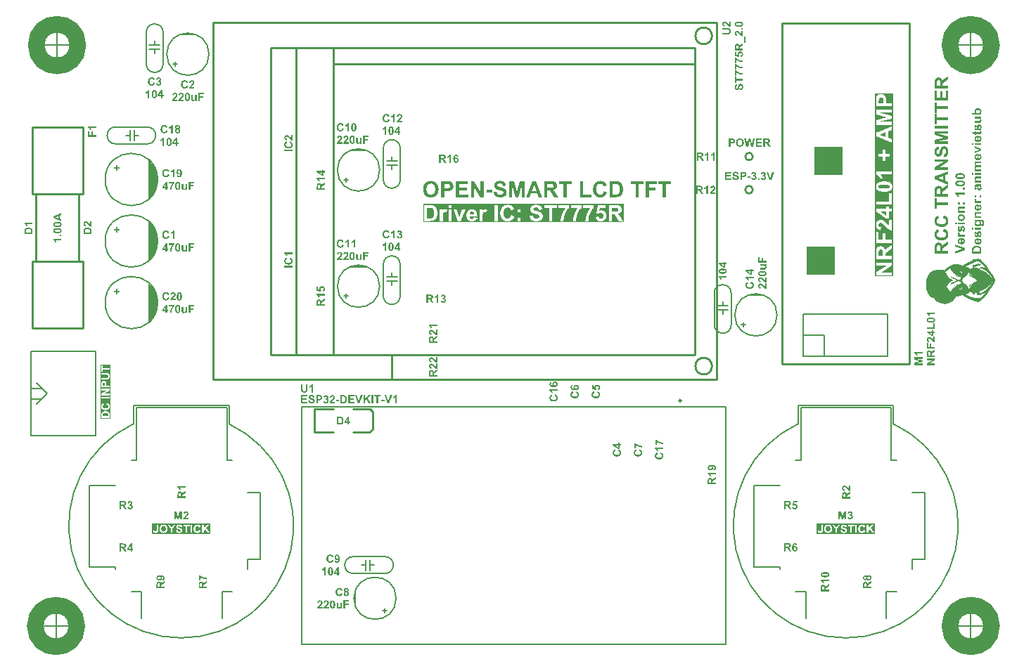
<source format=gto>
G04*
G04 #@! TF.GenerationSoftware,Altium Limited,Altium Designer,18.0.7 (293)*
G04*
G04 Layer_Color=65535*
%FSLAX25Y25*%
%MOIN*%
G70*
G01*
G75*
%ADD10C,0.07874*%
%ADD11C,0.01000*%
%ADD12C,0.01102*%
%ADD13C,0.00500*%
%ADD14C,0.00700*%
%ADD15C,0.00701*%
%ADD16C,0.00591*%
%ADD17C,0.00787*%
%ADD18R,0.13386X0.13780*%
G36*
X54933Y185413D02*
D01*
D02*
G37*
G36*
Y214613D02*
D01*
D02*
G37*
G36*
X63333Y182113D02*
X65733Y179313D01*
X66433Y177613D01*
X67133Y175313D01*
X67335Y173113D01*
X67133Y170813D01*
X66633Y169013D01*
X66033Y167313D01*
X65133Y166013D01*
X63333Y164113D01*
Y182113D01*
D02*
G37*
G36*
Y211313D02*
X65733Y208513D01*
X66433Y206813D01*
X67133Y204513D01*
X67335Y202313D01*
X67133Y200013D01*
X66633Y198213D01*
X66033Y196513D01*
X65133Y195213D01*
X63333Y193313D01*
Y211313D01*
D02*
G37*
G36*
X152598Y181246D02*
D01*
D02*
G37*
G36*
X63333Y240513D02*
X65733Y237713D01*
X66433Y236013D01*
X67133Y233713D01*
X67335Y231513D01*
X67133Y229213D01*
X66633Y227413D01*
X66033Y225713D01*
X65133Y224413D01*
X63333Y222513D01*
Y240513D01*
D02*
G37*
G36*
X54933Y243813D02*
D01*
D02*
G37*
G36*
X71693Y291305D02*
D01*
D02*
G37*
G36*
X77993Y300205D02*
X81693Y300963D01*
X85593Y300205D01*
X77993D01*
D02*
G37*
G36*
X91693Y291305D02*
D01*
D02*
G37*
G36*
X152598Y236364D02*
D01*
D02*
G37*
G36*
X166498Y245264D02*
X158898D01*
X162598Y246022D01*
X166498Y245264D01*
D02*
G37*
G36*
X456630Y193714D02*
X456749D01*
Y193595D01*
X457465D01*
Y193714D01*
X457584D01*
Y192998D01*
X457823D01*
Y192879D01*
X457942D01*
Y192759D01*
X458062D01*
Y192640D01*
X458181D01*
Y192521D01*
X458420D01*
Y192402D01*
X458539D01*
Y192282D01*
X458658D01*
Y192163D01*
X458777D01*
Y192044D01*
X458897D01*
Y191924D01*
X459016D01*
Y191805D01*
X459135D01*
Y191686D01*
X459255D01*
Y191566D01*
X459374D01*
Y191447D01*
X459493D01*
Y191328D01*
X459613D01*
Y191208D01*
X459732D01*
Y190970D01*
X459851D01*
Y190850D01*
X459971D01*
Y190731D01*
X460090D01*
Y190612D01*
X460209D01*
Y190373D01*
X460328D01*
Y190254D01*
X460448D01*
Y190135D01*
X460567D01*
Y189896D01*
X460686D01*
Y189657D01*
X460806D01*
Y189538D01*
X460925D01*
Y189419D01*
X461044D01*
Y189180D01*
X461164D01*
Y188941D01*
X461283D01*
Y188703D01*
X461402D01*
Y188464D01*
X461522D01*
Y188225D01*
X461760D01*
Y187987D01*
X461880D01*
Y187868D01*
X461999D01*
Y187748D01*
X462118D01*
Y187629D01*
X462238D01*
Y187510D01*
X462357D01*
Y187271D01*
X462476D01*
Y187152D01*
X462596D01*
Y187032D01*
X462715D01*
Y186794D01*
X462834D01*
Y186674D01*
X462953D01*
Y186436D01*
X463073D01*
Y186317D01*
X463192D01*
Y186078D01*
X463311D01*
Y185959D01*
X463431D01*
Y185720D01*
X463550D01*
Y185481D01*
X463669D01*
Y185243D01*
X463789D01*
Y185004D01*
X463908D01*
Y184765D01*
X464027D01*
Y184527D01*
X464147D01*
Y184288D01*
X464266D01*
Y183930D01*
X464385D01*
Y183214D01*
X464266D01*
Y182976D01*
X464147D01*
Y182737D01*
X464027D01*
Y182379D01*
X463908D01*
Y182141D01*
X463789D01*
Y182021D01*
X463669D01*
Y181782D01*
X463550D01*
Y181544D01*
X463431D01*
Y181305D01*
X463311D01*
Y181067D01*
X463192D01*
Y180947D01*
X463073D01*
Y180709D01*
X462953D01*
Y180589D01*
X462834D01*
Y180351D01*
X462715D01*
Y180231D01*
X462596D01*
Y179993D01*
X462476D01*
Y179874D01*
X462357D01*
Y179754D01*
X462238D01*
Y179635D01*
X462118D01*
Y179396D01*
X461999D01*
Y179277D01*
X461880D01*
Y179158D01*
X461760D01*
Y179038D01*
X461641D01*
Y178919D01*
X461522D01*
Y178800D01*
X461402D01*
Y178442D01*
X461283D01*
Y178203D01*
X461164D01*
Y178084D01*
X461044D01*
Y177845D01*
X460925D01*
Y177606D01*
X460806D01*
Y177487D01*
X460686D01*
Y177249D01*
X460567D01*
Y177129D01*
X460448D01*
Y177010D01*
X460328D01*
Y176771D01*
X460209D01*
Y176652D01*
X460090D01*
Y176413D01*
X459971D01*
Y176294D01*
X459851D01*
Y176175D01*
X459732D01*
Y176055D01*
X459613D01*
Y175936D01*
X459493D01*
Y175817D01*
X459374D01*
Y175698D01*
X459255D01*
Y175459D01*
X459135D01*
Y175340D01*
X458897D01*
Y175220D01*
X458777D01*
Y175101D01*
X458658D01*
Y174982D01*
X458539D01*
Y174862D01*
X458420D01*
Y174743D01*
X458300D01*
Y174624D01*
X458181D01*
Y174504D01*
X457942D01*
Y174385D01*
X457823D01*
Y174266D01*
X457704D01*
Y174146D01*
X457584D01*
Y174027D01*
X457346D01*
Y173908D01*
X457226D01*
Y173788D01*
X456988D01*
Y173669D01*
X456868D01*
Y173550D01*
X456630D01*
Y173431D01*
X456510D01*
Y173311D01*
X456033D01*
Y173431D01*
X455556D01*
Y173550D01*
X455198D01*
Y173669D01*
X454840D01*
Y173788D01*
X454482D01*
Y173908D01*
X454124D01*
Y174027D01*
X453766D01*
Y174146D01*
X453528D01*
Y174266D01*
X453170D01*
Y174385D01*
X452812D01*
Y174504D01*
X452573D01*
Y174624D01*
X452334D01*
Y174743D01*
X452096D01*
Y174862D01*
X451857D01*
Y174982D01*
X451618D01*
Y175101D01*
X451380D01*
Y175220D01*
X451141D01*
Y175340D01*
X450903D01*
Y175459D01*
X450664D01*
Y175578D01*
X450545D01*
Y175698D01*
X450306D01*
Y175817D01*
X450068D01*
Y175936D01*
X449948D01*
Y176055D01*
X449710D01*
Y176175D01*
X449471D01*
Y176294D01*
X449352D01*
Y176413D01*
X449113D01*
Y176533D01*
X448994D01*
Y176652D01*
X448636D01*
Y176533D01*
X448397D01*
Y176413D01*
X448158D01*
Y176294D01*
X447800D01*
Y176175D01*
X447442D01*
Y176055D01*
X446846D01*
Y175936D01*
X445653D01*
Y175817D01*
X445534D01*
Y175459D01*
X445414D01*
Y175220D01*
X445295D01*
Y174982D01*
X445176D01*
Y174862D01*
X445056D01*
Y174624D01*
X444937D01*
Y174504D01*
X444818D01*
Y174385D01*
X444698D01*
Y174266D01*
X444579D01*
Y174146D01*
X444460D01*
Y174027D01*
X444340D01*
Y173908D01*
X444221D01*
Y173788D01*
X444102D01*
Y173669D01*
X443982D01*
Y173550D01*
X443744D01*
Y173431D01*
X443624D01*
Y173311D01*
X443386D01*
Y173192D01*
X443147D01*
Y173073D01*
X442909D01*
Y172953D01*
X442670D01*
Y172834D01*
X442312D01*
Y172715D01*
X441835D01*
Y172595D01*
X441119D01*
Y172476D01*
X439926D01*
Y172595D01*
X439210D01*
Y172715D01*
X438733D01*
Y172834D01*
X438375D01*
Y172953D01*
X438017D01*
Y173073D01*
X437778D01*
Y173192D01*
X437539D01*
Y173311D01*
X437301D01*
Y173431D01*
X437062D01*
Y173550D01*
X436824D01*
Y173669D01*
X436704D01*
Y173788D01*
X436466D01*
Y173908D01*
X436346D01*
Y174027D01*
X436227D01*
Y174146D01*
X436108D01*
Y174266D01*
X435988D01*
Y174385D01*
X435750D01*
Y174504D01*
X435630D01*
Y174743D01*
X435511D01*
Y174862D01*
X435392D01*
Y174982D01*
X435273D01*
Y175220D01*
X435153D01*
Y175340D01*
X435034D01*
Y175459D01*
X434437D01*
Y175578D01*
X434199D01*
Y175698D01*
X433960D01*
Y175817D01*
X433721D01*
Y175936D01*
X433602D01*
Y176055D01*
X433483D01*
Y176175D01*
X433363D01*
Y176294D01*
X433125D01*
Y176533D01*
X433006D01*
Y176652D01*
X432886D01*
Y176891D01*
X432767D01*
Y177010D01*
X432648D01*
Y177249D01*
X432528D01*
Y177487D01*
X432409D01*
Y177726D01*
X432290D01*
Y177964D01*
X432170D01*
Y178203D01*
X432051D01*
Y178442D01*
X431932D01*
Y178919D01*
X431812D01*
Y179396D01*
X431693D01*
Y181425D01*
X431574D01*
Y182976D01*
X431693D01*
Y183811D01*
X431812D01*
Y184288D01*
X431932D01*
Y184646D01*
X432051D01*
Y185004D01*
X432170D01*
Y185362D01*
X432290D01*
Y185601D01*
X432409D01*
Y185839D01*
X432528D01*
Y186078D01*
X432648D01*
Y186197D01*
X432767D01*
Y186436D01*
X432886D01*
Y186555D01*
X433006D01*
Y186794D01*
X433125D01*
Y186913D01*
X433244D01*
Y187032D01*
X433363D01*
Y187152D01*
X433483D01*
Y187271D01*
X433602D01*
Y187390D01*
X433721D01*
Y187510D01*
X433841D01*
Y187629D01*
X433960D01*
Y187748D01*
X434199D01*
Y187868D01*
X434318D01*
Y187987D01*
X434557D01*
Y188106D01*
X434795D01*
Y188225D01*
X435273D01*
Y188345D01*
X435630D01*
Y188464D01*
X436108D01*
Y188583D01*
X436704D01*
Y188703D01*
X437659D01*
Y188822D01*
X439090D01*
Y188703D01*
X439806D01*
Y188583D01*
X440164D01*
Y188464D01*
X440403D01*
Y188583D01*
X440522D01*
Y188703D01*
X440642D01*
Y188822D01*
X440761D01*
Y188941D01*
X440880D01*
Y189061D01*
X441000D01*
Y189180D01*
X441119D01*
Y189299D01*
X441238D01*
Y189419D01*
X441477D01*
Y189538D01*
X441596D01*
Y189657D01*
X441715D01*
Y189777D01*
X441954D01*
Y189896D01*
X442073D01*
Y190015D01*
X442312D01*
Y190135D01*
X442431D01*
Y190254D01*
X442670D01*
Y190373D01*
X442909D01*
Y190492D01*
X443028D01*
Y190612D01*
X443266D01*
Y190731D01*
X443505D01*
Y190850D01*
X443863D01*
Y190970D01*
X444102D01*
Y191089D01*
X444460D01*
Y191208D01*
X444937D01*
Y191328D01*
X446369D01*
Y191208D01*
X447204D01*
Y191089D01*
X447562D01*
Y190970D01*
X447920D01*
Y190850D01*
X448278D01*
Y190731D01*
X448516D01*
Y190612D01*
X448755D01*
Y190492D01*
X448874D01*
Y190612D01*
X448994D01*
Y190731D01*
X449232D01*
Y190850D01*
X449471D01*
Y190970D01*
X449590D01*
Y191089D01*
X449829D01*
Y191208D01*
X449948D01*
Y191328D01*
X450187D01*
Y191447D01*
X450425D01*
Y191566D01*
X450664D01*
Y191686D01*
X450783D01*
Y191805D01*
X451022D01*
Y191924D01*
X451261D01*
Y192044D01*
X451499D01*
Y192163D01*
X451738D01*
Y192282D01*
X451976D01*
Y192402D01*
X452215D01*
Y192521D01*
X452573D01*
Y192640D01*
X452812D01*
Y192759D01*
X453050D01*
Y192879D01*
X453289D01*
Y192998D01*
X453528D01*
Y193714D01*
X453647D01*
Y193595D01*
X455437D01*
Y193714D01*
X455794D01*
Y193833D01*
X456630D01*
Y193714D01*
D02*
G37*
G36*
X166498Y190146D02*
X158898D01*
X162598Y190904D01*
X166498Y190146D01*
D02*
G37*
G36*
X354839Y176498D02*
X347239D01*
X350939Y177257D01*
X354839Y176498D01*
D02*
G37*
G36*
X161166Y29140D02*
X160407Y32840D01*
X161166Y36740D01*
Y29140D01*
D02*
G37*
G36*
X456295Y265282D02*
X456362Y265276D01*
X456442Y265269D01*
X456530Y265255D01*
X456624Y265242D01*
X456825Y265195D01*
X456933Y265161D01*
X457041Y265121D01*
X457141Y265074D01*
X457242Y265027D01*
X457336Y264960D01*
X457423Y264893D01*
X457430Y264886D01*
X457444Y264872D01*
X457464Y264852D01*
X457491Y264825D01*
X457524Y264785D01*
X457565Y264738D01*
X457598Y264684D01*
X457639Y264631D01*
X457719Y264489D01*
X457793Y264328D01*
X457820Y264241D01*
X457840Y264147D01*
X457854Y264046D01*
X457860Y263945D01*
Y263898D01*
X457854Y263844D01*
X457840Y263777D01*
X457827Y263696D01*
X457800Y263602D01*
X457766Y263508D01*
X457719Y263407D01*
X457713Y263394D01*
X457692Y263360D01*
X457659Y263313D01*
X457618Y263253D01*
X457558Y263179D01*
X457491Y263098D01*
X457410Y263024D01*
X457316Y262950D01*
X457780D01*
Y262164D01*
X453365D01*
Y263011D01*
X454964D01*
X454957Y263018D01*
X454944Y263031D01*
X454924Y263051D01*
X454890Y263078D01*
X454856Y263119D01*
X454823Y263165D01*
X454783Y263213D01*
X454736Y263273D01*
X454655Y263407D01*
X454581Y263569D01*
X454554Y263656D01*
X454534Y263743D01*
X454521Y263838D01*
X454514Y263938D01*
Y263992D01*
X454521Y264039D01*
X454527Y264086D01*
X454534Y264147D01*
X454547Y264207D01*
X454567Y264281D01*
X454621Y264429D01*
X454655Y264510D01*
X454695Y264590D01*
X454742Y264678D01*
X454803Y264752D01*
X454870Y264832D01*
X454944Y264906D01*
X454951Y264913D01*
X454964Y264919D01*
X454991Y264940D01*
X455024Y264967D01*
X455065Y264993D01*
X455119Y265027D01*
X455179Y265061D01*
X455253Y265101D01*
X455334Y265135D01*
X455428Y265168D01*
X455528Y265202D01*
X455636Y265229D01*
X455750Y265255D01*
X455878Y265276D01*
X456012Y265282D01*
X456160Y265289D01*
X456167D01*
X456194D01*
X456241D01*
X456295Y265282D01*
D02*
G37*
G36*
X457780Y260545D02*
X457303D01*
X457316Y260538D01*
X457343Y260511D01*
X457390Y260478D01*
X457450Y260424D01*
X457518Y260357D01*
X457585Y260276D01*
X457652Y260182D01*
X457713Y260081D01*
X457719Y260068D01*
X457733Y260034D01*
X457760Y259974D01*
X457786Y259900D01*
X457813Y259812D01*
X457840Y259712D01*
X457854Y259597D01*
X457860Y259483D01*
Y259429D01*
X457854Y259369D01*
X457840Y259288D01*
X457827Y259201D01*
X457800Y259107D01*
X457766Y259006D01*
X457719Y258905D01*
X457713Y258892D01*
X457692Y258865D01*
X457659Y258818D01*
X457618Y258764D01*
X457558Y258703D01*
X457491Y258643D01*
X457410Y258582D01*
X457323Y258536D01*
X457309Y258529D01*
X457276Y258522D01*
X457215Y258502D01*
X457135Y258482D01*
X457034Y258461D01*
X456913Y258448D01*
X456772Y258435D01*
X456610Y258428D01*
X454581D01*
Y259275D01*
X456059D01*
X456066D01*
X456086D01*
X456120D01*
X456167D01*
X456221D01*
X456281D01*
X456416Y259281D01*
X456563D01*
X456698Y259295D01*
X456758D01*
X456812Y259301D01*
X456859Y259308D01*
X456893Y259315D01*
X456899D01*
X456919Y259322D01*
X456946Y259335D01*
X456980Y259355D01*
X457054Y259409D01*
X457094Y259443D01*
X457128Y259483D01*
X457135Y259490D01*
X457141Y259503D01*
X457155Y259537D01*
X457168Y259570D01*
X457188Y259617D01*
X457202Y259671D01*
X457208Y259732D01*
X457215Y259799D01*
Y259832D01*
X457208Y259873D01*
X457202Y259927D01*
X457188Y259987D01*
X457168Y260054D01*
X457141Y260115D01*
X457101Y260182D01*
X457094Y260189D01*
X457081Y260209D01*
X457054Y260242D01*
X457020Y260276D01*
X456973Y260316D01*
X456926Y260357D01*
X456866Y260390D01*
X456805Y260417D01*
X456799D01*
X456765Y260431D01*
X456745D01*
X456711Y260437D01*
X456671Y260444D01*
X456631Y260451D01*
X456577Y260457D01*
X456516Y260464D01*
X456442Y260471D01*
X456362D01*
X456274Y260478D01*
X456174Y260484D01*
X456059D01*
X455938D01*
X454581D01*
Y261331D01*
X457780D01*
Y260545D01*
D02*
G37*
G36*
X456866Y257689D02*
X456899Y257682D01*
X456946Y257675D01*
X457047Y257648D01*
X457168Y257608D01*
X457296Y257541D01*
X457356Y257501D01*
X457423Y257447D01*
X457484Y257393D01*
X457545Y257326D01*
Y257319D01*
X457558Y257312D01*
X457571Y257286D01*
X457591Y257259D01*
X457618Y257218D01*
X457645Y257171D01*
X457672Y257118D01*
X457699Y257057D01*
X457733Y256983D01*
X457760Y256903D01*
X457786Y256815D01*
X457813Y256714D01*
X457833Y256613D01*
X457847Y256499D01*
X457854Y256372D01*
X457860Y256244D01*
Y256184D01*
X457854Y256136D01*
Y256083D01*
X457847Y256015D01*
X457840Y255948D01*
X457827Y255868D01*
X457793Y255706D01*
X457753Y255532D01*
X457686Y255364D01*
X457598Y255209D01*
Y255202D01*
X457585Y255196D01*
X457571Y255175D01*
X457551Y255149D01*
X457491Y255081D01*
X457410Y255008D01*
X457309Y254927D01*
X457182Y254846D01*
X457041Y254772D01*
X456879Y254718D01*
X456751Y255565D01*
X456765D01*
X456792Y255579D01*
X456839Y255592D01*
X456893Y255612D01*
X456953Y255639D01*
X457014Y255679D01*
X457074Y255727D01*
X457128Y255780D01*
X457135Y255787D01*
X457148Y255814D01*
X457168Y255848D01*
X457188Y255901D01*
X457208Y255968D01*
X457229Y256049D01*
X457242Y256136D01*
X457249Y256244D01*
Y256298D01*
X457242Y256358D01*
X457235Y256425D01*
X457222Y256506D01*
X457202Y256587D01*
X457175Y256667D01*
X457135Y256734D01*
X457128Y256741D01*
X457121Y256755D01*
X457101Y256768D01*
X457074Y256795D01*
X457000Y256829D01*
X456953Y256842D01*
X456906Y256849D01*
X456899D01*
X456886D01*
X456846Y256842D01*
X456799Y256822D01*
X456745Y256788D01*
X456731Y256775D01*
X456725Y256755D01*
X456705Y256728D01*
X456691Y256687D01*
X456671Y256640D01*
X456651Y256573D01*
X456631Y256499D01*
Y256486D01*
X456617Y256452D01*
X456610Y256405D01*
X456590Y256338D01*
X456570Y256257D01*
X456550Y256163D01*
X456523Y256063D01*
X456496Y255955D01*
X456436Y255733D01*
X456402Y255626D01*
X456362Y255518D01*
X456328Y255424D01*
X456295Y255337D01*
X456254Y255263D01*
X456221Y255202D01*
Y255196D01*
X456207Y255189D01*
X456174Y255142D01*
X456113Y255081D01*
X456033Y255014D01*
X455932Y254947D01*
X455804Y254887D01*
X455663Y254839D01*
X455582Y254833D01*
X455502Y254826D01*
X455495D01*
X455481D01*
X455461D01*
X455434Y254833D01*
X455354Y254846D01*
X455260Y254866D01*
X455145Y254907D01*
X455031Y254960D01*
X454910Y255041D01*
X454856Y255095D01*
X454803Y255149D01*
X454796Y255155D01*
X454789Y255162D01*
X454776Y255182D01*
X454756Y255209D01*
X454736Y255249D01*
X454709Y255290D01*
X454682Y255344D01*
X454655Y255397D01*
X454628Y255464D01*
X454608Y255545D01*
X454581Y255626D01*
X454561Y255720D01*
X454541Y255821D01*
X454527Y255928D01*
X454514Y256042D01*
Y256278D01*
X454521Y256331D01*
X454527Y256399D01*
X454541Y256540D01*
X454567Y256694D01*
X454601Y256862D01*
X454655Y257010D01*
X454689Y257084D01*
X454729Y257144D01*
Y257151D01*
X454736Y257158D01*
X454769Y257198D01*
X454816Y257252D01*
X454890Y257319D01*
X454978Y257393D01*
X455085Y257467D01*
X455206Y257534D01*
X455354Y257588D01*
X455502Y256788D01*
X455495D01*
X455475Y256775D01*
X455441Y256761D01*
X455401Y256741D01*
X455354Y256714D01*
X455307Y256681D01*
X455260Y256640D01*
X455219Y256587D01*
X455213Y256580D01*
X455206Y256560D01*
X455186Y256526D01*
X455166Y256486D01*
X455152Y256425D01*
X455132Y256358D01*
X455125Y256278D01*
X455119Y256184D01*
Y256130D01*
X455125Y256069D01*
X455132Y255995D01*
X455159Y255841D01*
X455179Y255767D01*
X455213Y255706D01*
Y255700D01*
X455226Y255693D01*
X455260Y255659D01*
X455313Y255626D01*
X455347Y255619D01*
X455387Y255612D01*
X455394D01*
X455401D01*
X455441Y255626D01*
X455495Y255646D01*
X455515Y255666D01*
X455542Y255693D01*
X455549Y255700D01*
X455555Y255720D01*
X455576Y255767D01*
X455589Y255794D01*
X455602Y255834D01*
X455623Y255881D01*
X455636Y255935D01*
X455656Y256002D01*
X455683Y256076D01*
X455703Y256157D01*
X455730Y256251D01*
X455757Y256358D01*
X455784Y256479D01*
Y256486D01*
X455791Y256506D01*
X455797Y256546D01*
X455811Y256587D01*
X455824Y256647D01*
X455844Y256708D01*
X455885Y256856D01*
X455938Y257010D01*
X456006Y257165D01*
X456079Y257306D01*
X456120Y257373D01*
X456160Y257427D01*
X456174Y257440D01*
X456201Y257467D01*
X456254Y257514D01*
X456321Y257561D01*
X456409Y257608D01*
X456523Y257655D01*
X456644Y257682D01*
X456792Y257696D01*
X456799D01*
X456812D01*
X456832D01*
X456866Y257689D01*
D02*
G37*
G36*
X457746Y254483D02*
X457760Y254443D01*
X457780Y254382D01*
X457800Y254302D01*
X457820Y254201D01*
X457840Y254087D01*
X457854Y253959D01*
X457860Y253825D01*
Y253784D01*
X457854Y253744D01*
Y253690D01*
X457840Y253623D01*
X457827Y253556D01*
X457813Y253482D01*
X457786Y253415D01*
X457780Y253408D01*
X457773Y253388D01*
X457760Y253354D01*
X457733Y253314D01*
X457672Y253227D01*
X457632Y253180D01*
X457591Y253146D01*
X457585Y253139D01*
X457571Y253133D01*
X457538Y253119D01*
X457504Y253099D01*
X457450Y253079D01*
X457397Y253059D01*
X457329Y253045D01*
X457256Y253032D01*
X457249D01*
X457222Y253025D01*
X457182D01*
X457128Y253018D01*
X457047Y253012D01*
X456940D01*
X456812Y253005D01*
X456738D01*
X456657D01*
X455253D01*
Y252615D01*
X454581D01*
Y253005D01*
X453949D01*
X453452Y253852D01*
X454581D01*
Y254430D01*
X455253D01*
Y253852D01*
X456557D01*
X456563D01*
X456570D01*
X456590D01*
X456617D01*
X456684D01*
X456758D01*
X456839Y253858D01*
X456913D01*
X456973D01*
X457000Y253865D01*
X457014D01*
X457027D01*
X457054Y253878D01*
X457088Y253905D01*
X457121Y253939D01*
X457128Y253952D01*
X457141Y253979D01*
X457155Y254026D01*
X457161Y254080D01*
Y254100D01*
X457155Y254127D01*
X457148Y254168D01*
X457141Y254215D01*
X457128Y254275D01*
X457108Y254342D01*
X457081Y254423D01*
X457739Y254497D01*
X457746Y254483D01*
D02*
G37*
G36*
X456429Y250156D02*
X456436D01*
X456442D01*
X456463D01*
X456490Y250162D01*
X456563Y250169D01*
X456644Y250183D01*
X456745Y250209D01*
X456839Y250243D01*
X456933Y250290D01*
X457020Y250357D01*
X457027Y250364D01*
X457054Y250391D01*
X457088Y250431D01*
X457121Y250492D01*
X457161Y250559D01*
X457195Y250646D01*
X457222Y250740D01*
X457229Y250841D01*
Y250875D01*
X457222Y250915D01*
X457215Y250962D01*
X457202Y251009D01*
X457182Y251069D01*
X457155Y251123D01*
X457121Y251177D01*
X457114Y251184D01*
X457101Y251197D01*
X457074Y251224D01*
X457034Y251251D01*
X456987Y251285D01*
X456926Y251325D01*
X456859Y251359D01*
X456772Y251385D01*
X456913Y252225D01*
X456919D01*
X456933Y252219D01*
X456960Y252205D01*
X456987Y252192D01*
X457027Y252178D01*
X457074Y252151D01*
X457175Y252098D01*
X457289Y252024D01*
X457403Y251936D01*
X457518Y251829D01*
X457618Y251708D01*
Y251701D01*
X457632Y251694D01*
X457639Y251674D01*
X457659Y251647D01*
X457672Y251614D01*
X457692Y251567D01*
X457739Y251466D01*
X457786Y251338D01*
X457820Y251190D01*
X457847Y251023D01*
X457860Y250834D01*
Y250801D01*
X457854Y250754D01*
Y250700D01*
X457840Y250626D01*
X457833Y250552D01*
X457813Y250465D01*
X457793Y250371D01*
X457766Y250270D01*
X457726Y250169D01*
X457686Y250061D01*
X457632Y249961D01*
X457571Y249860D01*
X457498Y249766D01*
X457410Y249678D01*
X457316Y249598D01*
X457309D01*
X457296Y249584D01*
X457269Y249571D01*
X457235Y249551D01*
X457195Y249524D01*
X457141Y249497D01*
X457081Y249470D01*
X457014Y249443D01*
X456940Y249416D01*
X456852Y249390D01*
X456765Y249363D01*
X456664Y249336D01*
X456449Y249302D01*
X456335Y249295D01*
X456214Y249289D01*
X456207D01*
X456180D01*
X456140D01*
X456079Y249295D01*
X456019Y249302D01*
X455938Y249309D01*
X455851Y249322D01*
X455764Y249342D01*
X455562Y249390D01*
X455461Y249423D01*
X455354Y249464D01*
X455253Y249511D01*
X455152Y249564D01*
X455058Y249625D01*
X454971Y249699D01*
X454964Y249705D01*
X454951Y249719D01*
X454930Y249739D01*
X454897Y249773D01*
X454863Y249813D01*
X454823Y249867D01*
X454783Y249920D01*
X454742Y249988D01*
X454702Y250061D01*
X454655Y250135D01*
X454621Y250223D01*
X454588Y250317D01*
X454554Y250418D01*
X454534Y250518D01*
X454521Y250633D01*
X454514Y250747D01*
Y250814D01*
X454521Y250868D01*
X454527Y250928D01*
X454541Y250996D01*
X454554Y251076D01*
X454574Y251157D01*
X454601Y251244D01*
X454628Y251338D01*
X454668Y251432D01*
X454715Y251526D01*
X454769Y251621D01*
X454836Y251708D01*
X454904Y251795D01*
X454991Y251876D01*
X454998Y251883D01*
X455011Y251896D01*
X455038Y251916D01*
X455078Y251943D01*
X455132Y251970D01*
X455193Y252004D01*
X455260Y252044D01*
X455347Y252078D01*
X455441Y252118D01*
X455549Y252151D01*
X455670Y252185D01*
X455797Y252219D01*
X455938Y252239D01*
X456086Y252259D01*
X456254Y252272D01*
X456429D01*
Y250156D01*
D02*
G37*
G36*
X457780Y247824D02*
X454581D01*
Y248671D01*
X457780D01*
Y247824D01*
D02*
G37*
G36*
X454144D02*
X453365D01*
Y248671D01*
X454144D01*
Y247824D01*
D02*
G37*
G36*
X457780Y246036D02*
Y245277D01*
X454581Y243987D01*
Y244874D01*
X456214Y245479D01*
X456765Y245653D01*
X456758D01*
X456731Y245667D01*
X456698Y245673D01*
X456651Y245687D01*
X456563Y245720D01*
X456523Y245734D01*
X456490Y245741D01*
X456483D01*
X456469Y245747D01*
X456442Y245754D01*
X456402Y245767D01*
X456315Y245794D01*
X456214Y245828D01*
X454581Y246440D01*
Y247306D01*
X457780Y246036D01*
D02*
G37*
G36*
X456429Y241588D02*
X456436D01*
X456442D01*
X456463D01*
X456490Y241594D01*
X456563Y241601D01*
X456644Y241615D01*
X456745Y241641D01*
X456839Y241675D01*
X456933Y241722D01*
X457020Y241789D01*
X457027Y241796D01*
X457054Y241823D01*
X457088Y241863D01*
X457121Y241924D01*
X457161Y241991D01*
X457195Y242078D01*
X457222Y242172D01*
X457229Y242273D01*
Y242307D01*
X457222Y242347D01*
X457215Y242394D01*
X457202Y242441D01*
X457182Y242501D01*
X457155Y242555D01*
X457121Y242609D01*
X457114Y242616D01*
X457101Y242629D01*
X457074Y242656D01*
X457034Y242683D01*
X456987Y242717D01*
X456926Y242757D01*
X456859Y242791D01*
X456772Y242817D01*
X456913Y243657D01*
X456919D01*
X456933Y243651D01*
X456960Y243637D01*
X456987Y243624D01*
X457027Y243610D01*
X457074Y243583D01*
X457175Y243530D01*
X457289Y243456D01*
X457403Y243368D01*
X457518Y243261D01*
X457618Y243140D01*
Y243133D01*
X457632Y243127D01*
X457639Y243106D01*
X457659Y243079D01*
X457672Y243046D01*
X457692Y242999D01*
X457739Y242898D01*
X457786Y242770D01*
X457820Y242622D01*
X457847Y242455D01*
X457860Y242266D01*
Y242233D01*
X457854Y242186D01*
Y242132D01*
X457840Y242058D01*
X457833Y241984D01*
X457813Y241897D01*
X457793Y241803D01*
X457766Y241702D01*
X457726Y241601D01*
X457686Y241494D01*
X457632Y241393D01*
X457571Y241292D01*
X457498Y241198D01*
X457410Y241110D01*
X457316Y241030D01*
X457309D01*
X457296Y241016D01*
X457269Y241003D01*
X457235Y240983D01*
X457195Y240956D01*
X457141Y240929D01*
X457081Y240902D01*
X457014Y240875D01*
X456940Y240848D01*
X456852Y240822D01*
X456765Y240795D01*
X456664Y240768D01*
X456449Y240734D01*
X456335Y240727D01*
X456214Y240721D01*
X456207D01*
X456180D01*
X456140D01*
X456079Y240727D01*
X456019Y240734D01*
X455938Y240741D01*
X455851Y240754D01*
X455764Y240774D01*
X455562Y240822D01*
X455461Y240855D01*
X455354Y240896D01*
X455253Y240943D01*
X455152Y240996D01*
X455058Y241057D01*
X454971Y241131D01*
X454964Y241137D01*
X454951Y241151D01*
X454930Y241171D01*
X454897Y241205D01*
X454863Y241245D01*
X454823Y241299D01*
X454783Y241352D01*
X454742Y241420D01*
X454702Y241494D01*
X454655Y241567D01*
X454621Y241655D01*
X454588Y241749D01*
X454554Y241850D01*
X454534Y241950D01*
X454521Y242065D01*
X454514Y242179D01*
Y242246D01*
X454521Y242300D01*
X454527Y242360D01*
X454541Y242428D01*
X454554Y242508D01*
X454574Y242589D01*
X454601Y242676D01*
X454628Y242770D01*
X454668Y242864D01*
X454715Y242958D01*
X454769Y243053D01*
X454836Y243140D01*
X454904Y243227D01*
X454991Y243308D01*
X454998Y243315D01*
X455011Y243328D01*
X455038Y243348D01*
X455078Y243375D01*
X455132Y243402D01*
X455193Y243436D01*
X455260Y243476D01*
X455347Y243510D01*
X455441Y243550D01*
X455549Y243583D01*
X455670Y243617D01*
X455797Y243651D01*
X455938Y243671D01*
X456086Y243691D01*
X456254Y243704D01*
X456429D01*
Y241588D01*
D02*
G37*
G36*
X457780Y239283D02*
X455959D01*
X455952D01*
X455938D01*
X455911D01*
X455885D01*
X455797Y239276D01*
X455703Y239269D01*
X455596Y239263D01*
X455495Y239249D01*
X455407Y239222D01*
X455367Y239209D01*
X455340Y239195D01*
X455334Y239189D01*
X455313Y239175D01*
X455280Y239142D01*
X455246Y239108D01*
X455219Y239054D01*
X455186Y238994D01*
X455166Y238920D01*
X455159Y238832D01*
Y238806D01*
X455166Y238772D01*
X455172Y238725D01*
X455186Y238671D01*
X455206Y238617D01*
X455233Y238557D01*
X455273Y238496D01*
X455280Y238490D01*
X455293Y238470D01*
X455320Y238443D01*
X455354Y238409D01*
X455394Y238375D01*
X455455Y238335D01*
X455515Y238301D01*
X455589Y238275D01*
X455596D01*
X455629Y238261D01*
X455676Y238254D01*
X455750Y238241D01*
X455844Y238228D01*
X455952Y238221D01*
X456093Y238208D01*
X456248D01*
X457780D01*
Y237361D01*
X456033D01*
X456026D01*
X456012D01*
X455985D01*
X455959D01*
X455878D01*
X455777Y237354D01*
X455676Y237347D01*
X455576Y237341D01*
X455495Y237327D01*
X455455Y237320D01*
X455428Y237314D01*
X455421D01*
X455407Y237307D01*
X455381Y237294D01*
X455354Y237280D01*
X455287Y237233D01*
X455226Y237173D01*
Y237166D01*
X455213Y237152D01*
X455206Y237132D01*
X455193Y237105D01*
X455179Y237072D01*
X455172Y237025D01*
X455159Y236978D01*
Y236884D01*
X455166Y236843D01*
X455172Y236796D01*
X455186Y236742D01*
X455206Y236682D01*
X455233Y236621D01*
X455266Y236561D01*
X455273Y236554D01*
X455287Y236534D01*
X455313Y236507D01*
X455347Y236474D01*
X455387Y236440D01*
X455441Y236400D01*
X455502Y236366D01*
X455576Y236339D01*
X455582D01*
X455616Y236326D01*
X455663Y236319D01*
X455730Y236306D01*
X455818Y236292D01*
X455932Y236286D01*
X456066Y236272D01*
X456227D01*
X457780D01*
Y235425D01*
X454581D01*
Y236205D01*
X455018D01*
X455011Y236212D01*
X454998Y236225D01*
X454971Y236245D01*
X454937Y236279D01*
X454904Y236319D01*
X454856Y236366D01*
X454810Y236420D01*
X454762Y236487D01*
X454715Y236554D01*
X454675Y236628D01*
X454594Y236803D01*
X454561Y236890D01*
X454534Y236991D01*
X454521Y237092D01*
X454514Y237199D01*
Y237253D01*
X454521Y237307D01*
X454527Y237381D01*
X454547Y237468D01*
X454567Y237556D01*
X454601Y237643D01*
X454641Y237730D01*
X454648Y237744D01*
X454668Y237771D01*
X454695Y237811D01*
X454736Y237865D01*
X454789Y237925D01*
X454856Y237986D01*
X454937Y238046D01*
X455024Y238107D01*
X455011Y238113D01*
X454984Y238140D01*
X454937Y238187D01*
X454883Y238241D01*
X454816Y238308D01*
X454756Y238382D01*
X454695Y238470D01*
X454641Y238557D01*
X454635Y238570D01*
X454621Y238597D01*
X454601Y238651D01*
X454574Y238718D01*
X454554Y238792D01*
X454534Y238886D01*
X454521Y238980D01*
X454514Y239081D01*
Y239142D01*
X454521Y239202D01*
X454534Y239289D01*
X454547Y239377D01*
X454574Y239478D01*
X454615Y239578D01*
X454662Y239672D01*
X454668Y239686D01*
X454689Y239713D01*
X454722Y239760D01*
X454769Y239813D01*
X454823Y239874D01*
X454897Y239934D01*
X454984Y239995D01*
X455078Y240042D01*
X455085Y240049D01*
X455119Y240055D01*
X455166Y240069D01*
X455239Y240089D01*
X455334Y240103D01*
X455448Y240116D01*
X455582Y240123D01*
X455744Y240129D01*
X457780D01*
Y239283D01*
D02*
G37*
G36*
Y233779D02*
X454581D01*
Y234626D01*
X457780D01*
Y233779D01*
D02*
G37*
G36*
X454144D02*
X453365D01*
Y234626D01*
X454144D01*
Y233779D01*
D02*
G37*
G36*
X457780Y232065D02*
X456153D01*
X456147D01*
X456133D01*
X456106D01*
X456073D01*
X456026D01*
X455979D01*
X455878Y232059D01*
X455764Y232052D01*
X455656Y232038D01*
X455562Y232025D01*
X455522Y232018D01*
X455488Y232005D01*
X455481D01*
X455461Y231998D01*
X455434Y231985D01*
X455401Y231965D01*
X455320Y231911D01*
X455246Y231830D01*
X455239Y231823D01*
X455233Y231810D01*
X455219Y231783D01*
X455199Y231750D01*
X455186Y231709D01*
X455172Y231656D01*
X455166Y231602D01*
X455159Y231541D01*
Y231501D01*
X455166Y231461D01*
X455172Y231407D01*
X455186Y231346D01*
X455213Y231279D01*
X455239Y231212D01*
X455280Y231145D01*
X455287Y231138D01*
X455300Y231118D01*
X455327Y231091D01*
X455367Y231051D01*
X455414Y231017D01*
X455468Y230977D01*
X455528Y230936D01*
X455602Y230909D01*
X455609D01*
X455643Y230903D01*
X455690Y230889D01*
X455764Y230883D01*
X455811Y230876D01*
X455864Y230869D01*
X455925Y230862D01*
X455992Y230856D01*
X456066D01*
X456147Y230849D01*
X456241D01*
X456335D01*
X457780D01*
Y230002D01*
X454581D01*
Y230789D01*
X455051D01*
X455045Y230795D01*
X455031Y230809D01*
X455004Y230829D01*
X454964Y230862D01*
X454924Y230903D01*
X454883Y230957D01*
X454830Y231010D01*
X454783Y231078D01*
X454736Y231152D01*
X454682Y231225D01*
X454641Y231313D01*
X454594Y231407D01*
X454561Y231508D01*
X454534Y231608D01*
X454521Y231723D01*
X454514Y231837D01*
Y231884D01*
X454521Y231938D01*
X454527Y232005D01*
X454541Y232086D01*
X454554Y232173D01*
X454581Y232260D01*
X454615Y232348D01*
X454621Y232361D01*
X454635Y232388D01*
X454655Y232428D01*
X454682Y232475D01*
X454722Y232536D01*
X454769Y232590D01*
X454816Y232650D01*
X454877Y232697D01*
X454883Y232704D01*
X454904Y232717D01*
X454937Y232737D01*
X454978Y232764D01*
X455031Y232791D01*
X455092Y232818D01*
X455159Y232845D01*
X455233Y232865D01*
X455239D01*
X455266Y232872D01*
X455313Y232878D01*
X455374Y232892D01*
X455455Y232899D01*
X455555Y232905D01*
X455670Y232912D01*
X455797D01*
X457780D01*
Y232065D01*
D02*
G37*
G36*
Y228531D02*
X457773D01*
X457766Y228524D01*
X457746Y228517D01*
X457719Y228510D01*
X457686Y228497D01*
X457645Y228477D01*
X457591Y228464D01*
X457538Y228443D01*
X457531D01*
X457524D01*
X457498Y228430D01*
X457464Y228423D01*
X457437Y228416D01*
X457444Y228410D01*
X457471Y228376D01*
X457511Y228336D01*
X457558Y228275D01*
X457612Y228208D01*
X457665Y228128D01*
X457713Y228047D01*
X457760Y227953D01*
X457766Y227939D01*
X457773Y227912D01*
X457793Y227859D01*
X457807Y227792D01*
X457827Y227717D01*
X457847Y227630D01*
X457854Y227529D01*
X457860Y227429D01*
Y227382D01*
X457854Y227348D01*
Y227308D01*
X457847Y227254D01*
X457827Y227146D01*
X457793Y227019D01*
X457753Y226891D01*
X457686Y226763D01*
X457598Y226649D01*
X457585Y226636D01*
X457551Y226602D01*
X457491Y226562D01*
X457410Y226508D01*
X457309Y226454D01*
X457195Y226414D01*
X457061Y226380D01*
X456913Y226367D01*
X456899D01*
X456866D01*
X456819Y226374D01*
X456751Y226380D01*
X456678Y226400D01*
X456597Y226421D01*
X456516Y226454D01*
X456436Y226495D01*
X456429Y226501D01*
X456402Y226521D01*
X456362Y226548D01*
X456315Y226589D01*
X456261Y226636D01*
X456207Y226696D01*
X456153Y226770D01*
X456106Y226851D01*
X456100Y226864D01*
X456086Y226898D01*
X456066Y226952D01*
X456039Y227025D01*
X456006Y227119D01*
X455972Y227234D01*
X455938Y227368D01*
X455905Y227523D01*
Y227529D01*
X455898Y227550D01*
X455891Y227576D01*
X455885Y227617D01*
X455878Y227671D01*
X455864Y227724D01*
X455838Y227852D01*
X455804Y227986D01*
X455770Y228121D01*
X455737Y228248D01*
X455717Y228302D01*
X455696Y228349D01*
X455616D01*
X455602D01*
X455576D01*
X455535Y228343D01*
X455481Y228336D01*
X455421Y228322D01*
X455367Y228295D01*
X455313Y228269D01*
X455266Y228228D01*
X455260Y228222D01*
X455246Y228201D01*
X455233Y228174D01*
X455213Y228128D01*
X455193Y228067D01*
X455172Y227986D01*
X455166Y227886D01*
X455159Y227771D01*
Y227731D01*
X455166Y227691D01*
X455172Y227644D01*
X455199Y227523D01*
X455219Y227469D01*
X455253Y227415D01*
X455260Y227408D01*
X455273Y227395D01*
X455293Y227368D01*
X455327Y227341D01*
X455367Y227308D01*
X455421Y227274D01*
X455488Y227240D01*
X455562Y227214D01*
X455421Y226454D01*
X455414D01*
X455401Y226461D01*
X455374Y226468D01*
X455347Y226481D01*
X455266Y226515D01*
X455166Y226555D01*
X455051Y226616D01*
X454944Y226696D01*
X454836Y226790D01*
X454742Y226898D01*
Y226904D01*
X454736Y226911D01*
X454722Y226931D01*
X454709Y226958D01*
X454689Y226992D01*
X454668Y227032D01*
X454648Y227079D01*
X454628Y227133D01*
X454608Y227193D01*
X454588Y227267D01*
X454567Y227341D01*
X454547Y227429D01*
X454534Y227516D01*
X454521Y227617D01*
X454514Y227717D01*
Y227926D01*
X454521Y227973D01*
Y228027D01*
X454527Y228154D01*
X454547Y228289D01*
X454567Y228430D01*
X454601Y228564D01*
X454621Y228625D01*
X454648Y228678D01*
X454655Y228692D01*
X454675Y228726D01*
X454702Y228773D01*
X454742Y228833D01*
X454789Y228894D01*
X454850Y228961D01*
X454917Y229021D01*
X454991Y229068D01*
X454998Y229075D01*
X455031Y229088D01*
X455085Y229102D01*
X455166Y229129D01*
X455213Y229135D01*
X455266Y229149D01*
X455327Y229156D01*
X455401Y229162D01*
X455475Y229169D01*
X455562Y229176D01*
X455649Y229183D01*
X455750D01*
X456731Y229169D01*
X456738D01*
X456751D01*
X456772D01*
X456799D01*
X456873D01*
X456967Y229176D01*
X457067D01*
X457175Y229189D01*
X457269Y229196D01*
X457356Y229209D01*
X457363D01*
X457390Y229216D01*
X457430Y229230D01*
X457484Y229243D01*
X457545Y229263D01*
X457618Y229290D01*
X457692Y229324D01*
X457780Y229364D01*
Y228531D01*
D02*
G37*
G36*
Y222987D02*
X456933D01*
Y223833D01*
X457780D01*
Y222987D01*
D02*
G37*
G36*
X455428D02*
X454581D01*
Y223833D01*
X455428D01*
Y222987D01*
D02*
G37*
G36*
X455414Y222200D02*
X455407Y222194D01*
X455394Y222167D01*
X455367Y222120D01*
X455340Y222073D01*
X455320Y222006D01*
X455293Y221938D01*
X455280Y221871D01*
X455273Y221797D01*
Y221770D01*
X455280Y221737D01*
X455287Y221696D01*
X455300Y221649D01*
X455313Y221596D01*
X455340Y221542D01*
X455374Y221495D01*
X455381Y221488D01*
X455394Y221475D01*
X455421Y221455D01*
X455455Y221428D01*
X455502Y221394D01*
X455569Y221360D01*
X455643Y221327D01*
X455730Y221300D01*
X455744D01*
X455757Y221293D01*
X455784Y221287D01*
X455811D01*
X455851Y221280D01*
X455905Y221273D01*
X455959Y221266D01*
X456026Y221260D01*
X456100Y221253D01*
X456187Y221246D01*
X456288D01*
X456395Y221239D01*
X456516Y221233D01*
X456651D01*
X456799D01*
X457780D01*
Y220386D01*
X454581D01*
Y221172D01*
X455031D01*
X455024Y221179D01*
X454984Y221206D01*
X454930Y221246D01*
X454863Y221293D01*
X454789Y221347D01*
X454722Y221408D01*
X454662Y221475D01*
X454615Y221535D01*
X454608Y221542D01*
X454601Y221562D01*
X454581Y221596D01*
X454561Y221643D01*
X454547Y221696D01*
X454527Y221757D01*
X454521Y221824D01*
X454514Y221898D01*
Y221945D01*
X454521Y222006D01*
X454534Y222079D01*
X454554Y222160D01*
X454581Y222261D01*
X454621Y222362D01*
X454675Y222463D01*
X455414Y222200D01*
D02*
G37*
G36*
X456429Y217617D02*
X456436D01*
X456442D01*
X456463D01*
X456490Y217624D01*
X456563Y217631D01*
X456644Y217644D01*
X456745Y217671D01*
X456839Y217705D01*
X456933Y217752D01*
X457020Y217819D01*
X457027Y217826D01*
X457054Y217853D01*
X457088Y217893D01*
X457121Y217953D01*
X457161Y218021D01*
X457195Y218108D01*
X457222Y218202D01*
X457229Y218303D01*
Y218336D01*
X457222Y218377D01*
X457215Y218424D01*
X457202Y218471D01*
X457182Y218531D01*
X457155Y218585D01*
X457121Y218639D01*
X457114Y218646D01*
X457101Y218659D01*
X457074Y218686D01*
X457034Y218713D01*
X456987Y218746D01*
X456926Y218787D01*
X456859Y218820D01*
X456772Y218847D01*
X456913Y219687D01*
X456919D01*
X456933Y219680D01*
X456960Y219667D01*
X456987Y219654D01*
X457027Y219640D01*
X457074Y219613D01*
X457175Y219560D01*
X457289Y219486D01*
X457403Y219398D01*
X457518Y219291D01*
X457618Y219170D01*
Y219163D01*
X457632Y219156D01*
X457639Y219136D01*
X457659Y219109D01*
X457672Y219076D01*
X457692Y219029D01*
X457739Y218928D01*
X457786Y218800D01*
X457820Y218652D01*
X457847Y218484D01*
X457860Y218296D01*
Y218263D01*
X457854Y218215D01*
Y218162D01*
X457840Y218088D01*
X457833Y218014D01*
X457813Y217927D01*
X457793Y217832D01*
X457766Y217732D01*
X457726Y217631D01*
X457686Y217523D01*
X457632Y217423D01*
X457571Y217322D01*
X457498Y217228D01*
X457410Y217140D01*
X457316Y217060D01*
X457309D01*
X457296Y217046D01*
X457269Y217033D01*
X457235Y217013D01*
X457195Y216986D01*
X457141Y216959D01*
X457081Y216932D01*
X457014Y216905D01*
X456940Y216878D01*
X456852Y216851D01*
X456765Y216824D01*
X456664Y216798D01*
X456449Y216764D01*
X456335Y216757D01*
X456214Y216751D01*
X456207D01*
X456180D01*
X456140D01*
X456079Y216757D01*
X456019Y216764D01*
X455938Y216771D01*
X455851Y216784D01*
X455764Y216804D01*
X455562Y216851D01*
X455461Y216885D01*
X455354Y216925D01*
X455253Y216972D01*
X455152Y217026D01*
X455058Y217087D01*
X454971Y217160D01*
X454964Y217167D01*
X454951Y217181D01*
X454930Y217201D01*
X454897Y217234D01*
X454863Y217275D01*
X454823Y217328D01*
X454783Y217382D01*
X454742Y217449D01*
X454702Y217523D01*
X454655Y217597D01*
X454621Y217685D01*
X454588Y217779D01*
X454554Y217880D01*
X454534Y217980D01*
X454521Y218094D01*
X454514Y218209D01*
Y218276D01*
X454521Y218330D01*
X454527Y218390D01*
X454541Y218457D01*
X454554Y218538D01*
X454574Y218619D01*
X454601Y218706D01*
X454628Y218800D01*
X454668Y218894D01*
X454715Y218988D01*
X454769Y219082D01*
X454836Y219170D01*
X454904Y219257D01*
X454991Y219338D01*
X454998Y219344D01*
X455011Y219358D01*
X455038Y219378D01*
X455078Y219405D01*
X455132Y219432D01*
X455193Y219465D01*
X455260Y219506D01*
X455347Y219539D01*
X455441Y219580D01*
X455549Y219613D01*
X455670Y219647D01*
X455797Y219680D01*
X455938Y219701D01*
X456086Y219721D01*
X456254Y219734D01*
X456429D01*
Y217617D01*
D02*
G37*
G36*
X457780Y215286D02*
X456153D01*
X456147D01*
X456133D01*
X456106D01*
X456073D01*
X456026D01*
X455979D01*
X455878Y215279D01*
X455764Y215272D01*
X455656Y215259D01*
X455562Y215245D01*
X455522Y215238D01*
X455488Y215225D01*
X455481D01*
X455461Y215218D01*
X455434Y215205D01*
X455401Y215185D01*
X455320Y215131D01*
X455246Y215050D01*
X455239Y215044D01*
X455233Y215030D01*
X455219Y215003D01*
X455199Y214970D01*
X455186Y214929D01*
X455172Y214876D01*
X455166Y214822D01*
X455159Y214761D01*
Y214721D01*
X455166Y214681D01*
X455172Y214627D01*
X455186Y214566D01*
X455213Y214499D01*
X455239Y214432D01*
X455280Y214365D01*
X455287Y214358D01*
X455300Y214338D01*
X455327Y214311D01*
X455367Y214271D01*
X455414Y214237D01*
X455468Y214197D01*
X455528Y214157D01*
X455602Y214130D01*
X455609D01*
X455643Y214123D01*
X455690Y214109D01*
X455764Y214103D01*
X455811Y214096D01*
X455864Y214089D01*
X455925Y214083D01*
X455992Y214076D01*
X456066D01*
X456147Y214069D01*
X456241D01*
X456335D01*
X457780D01*
Y213223D01*
X454581D01*
Y214009D01*
X455051D01*
X455045Y214016D01*
X455031Y214029D01*
X455004Y214049D01*
X454964Y214083D01*
X454924Y214123D01*
X454883Y214177D01*
X454830Y214230D01*
X454783Y214298D01*
X454736Y214372D01*
X454682Y214446D01*
X454641Y214533D01*
X454594Y214627D01*
X454561Y214728D01*
X454534Y214829D01*
X454521Y214943D01*
X454514Y215057D01*
Y215104D01*
X454521Y215158D01*
X454527Y215225D01*
X454541Y215306D01*
X454554Y215393D01*
X454581Y215480D01*
X454615Y215568D01*
X454621Y215581D01*
X454635Y215608D01*
X454655Y215648D01*
X454682Y215696D01*
X454722Y215756D01*
X454769Y215810D01*
X454816Y215870D01*
X454877Y215917D01*
X454883Y215924D01*
X454904Y215937D01*
X454937Y215957D01*
X454978Y215984D01*
X455031Y216011D01*
X455092Y216038D01*
X455159Y216065D01*
X455233Y216085D01*
X455239D01*
X455266Y216092D01*
X455313Y216099D01*
X455374Y216112D01*
X455455Y216119D01*
X455555Y216126D01*
X455670Y216132D01*
X455797D01*
X457780D01*
Y215286D01*
D02*
G37*
G36*
X457652Y212389D02*
X457773Y212383D01*
X457907Y212376D01*
X458048Y212356D01*
X458183Y212335D01*
X458243Y212315D01*
X458297Y212302D01*
X458311Y212295D01*
X458344Y212282D01*
X458398Y212262D01*
X458458Y212235D01*
X458532Y212194D01*
X458606Y212154D01*
X458673Y212100D01*
X458741Y212040D01*
X458747Y212033D01*
X458768Y212006D01*
X458794Y211973D01*
X458835Y211919D01*
X458875Y211858D01*
X458915Y211778D01*
X458956Y211690D01*
X458989Y211590D01*
X458996Y211576D01*
X459003Y211536D01*
X459016Y211475D01*
X459036Y211395D01*
X459057Y211294D01*
X459070Y211173D01*
X459077Y211032D01*
X459083Y210877D01*
Y210803D01*
X459077Y210743D01*
Y210676D01*
X459070Y210602D01*
X459057Y210521D01*
X459050Y210427D01*
X459016Y210239D01*
X458962Y210044D01*
X458929Y209957D01*
X458895Y209869D01*
X458848Y209789D01*
X458801Y209721D01*
X458794Y209715D01*
X458788Y209708D01*
X458747Y209668D01*
X458687Y209614D01*
X458606Y209553D01*
X458505Y209493D01*
X458385Y209439D01*
X458250Y209399D01*
X458176Y209392D01*
X458096Y209385D01*
X458089D01*
X458062D01*
X458035D01*
X457995Y209392D01*
X458109Y210360D01*
X458116D01*
X458136Y210367D01*
X458163Y210373D01*
X458203Y210380D01*
X458277Y210414D01*
X458317Y210440D01*
X458344Y210467D01*
X458351Y210474D01*
X458358Y210488D01*
X458371Y210521D01*
X458391Y210561D01*
X458411Y210615D01*
X458425Y210676D01*
X458431Y210756D01*
X458438Y210844D01*
Y210897D01*
X458431Y210958D01*
X458425Y211032D01*
X458411Y211112D01*
X458398Y211193D01*
X458371Y211274D01*
X458337Y211341D01*
X458331Y211348D01*
X458324Y211361D01*
X458311Y211381D01*
X458284Y211401D01*
X458257Y211428D01*
X458216Y211455D01*
X458169Y211482D01*
X458116Y211509D01*
X458109D01*
X458096Y211516D01*
X458069Y211522D01*
X458028Y211529D01*
X457975Y211536D01*
X457907Y211543D01*
X457827Y211549D01*
X457733D01*
X457256D01*
X457262Y211543D01*
X457276Y211529D01*
X457303Y211509D01*
X457336Y211482D01*
X457376Y211442D01*
X457423Y211401D01*
X457471Y211348D01*
X457518Y211287D01*
X457612Y211146D01*
X457699Y210985D01*
X457733Y210897D01*
X457760Y210803D01*
X457773Y210702D01*
X457780Y210595D01*
Y210568D01*
X457773Y210535D01*
Y210488D01*
X457760Y210434D01*
X457753Y210373D01*
X457733Y210299D01*
X457713Y210225D01*
X457686Y210145D01*
X457645Y210064D01*
X457605Y209977D01*
X457551Y209889D01*
X457491Y209809D01*
X457417Y209728D01*
X457329Y209647D01*
X457235Y209574D01*
X457229D01*
X457215Y209560D01*
X457188Y209547D01*
X457155Y209526D01*
X457114Y209506D01*
X457067Y209479D01*
X457007Y209459D01*
X456940Y209432D01*
X456866Y209405D01*
X456785Y209379D01*
X456698Y209352D01*
X456604Y209332D01*
X456395Y209298D01*
X456281Y209291D01*
X456167Y209285D01*
X456160D01*
X456133D01*
X456093D01*
X456033Y209291D01*
X455965Y209298D01*
X455891Y209305D01*
X455804Y209318D01*
X455717Y209332D01*
X455515Y209379D01*
X455414Y209412D01*
X455313Y209446D01*
X455213Y209493D01*
X455119Y209540D01*
X455024Y209600D01*
X454944Y209668D01*
X454937Y209674D01*
X454924Y209688D01*
X454904Y209708D01*
X454877Y209735D01*
X454843Y209775D01*
X454810Y209822D01*
X454769Y209869D01*
X454729Y209930D01*
X454689Y209997D01*
X454648Y210071D01*
X454581Y210232D01*
X454554Y210326D01*
X454534Y210420D01*
X454521Y210521D01*
X454514Y210629D01*
Y210689D01*
X454521Y210729D01*
X454527Y210776D01*
X454541Y210837D01*
X454561Y210904D01*
X454581Y210971D01*
X454608Y211045D01*
X454641Y211126D01*
X454682Y211207D01*
X454736Y211287D01*
X454796Y211368D01*
X454863Y211448D01*
X454944Y211529D01*
X455038Y211603D01*
X454581D01*
Y212396D01*
X457457D01*
X457464D01*
X457484D01*
X457511D01*
X457551D01*
X457598D01*
X457652Y212389D01*
D02*
G37*
G36*
X457780Y207759D02*
X454581D01*
Y208606D01*
X457780D01*
Y207759D01*
D02*
G37*
G36*
X454144D02*
X453365D01*
Y208606D01*
X454144D01*
Y207759D01*
D02*
G37*
G36*
X456866Y207007D02*
X456899Y207000D01*
X456946Y206993D01*
X457047Y206966D01*
X457168Y206926D01*
X457296Y206859D01*
X457356Y206818D01*
X457423Y206765D01*
X457484Y206711D01*
X457545Y206644D01*
Y206637D01*
X457558Y206630D01*
X457571Y206603D01*
X457591Y206576D01*
X457618Y206536D01*
X457645Y206489D01*
X457672Y206435D01*
X457699Y206375D01*
X457733Y206301D01*
X457760Y206220D01*
X457786Y206133D01*
X457813Y206032D01*
X457833Y205931D01*
X457847Y205817D01*
X457854Y205689D01*
X457860Y205562D01*
Y205501D01*
X457854Y205454D01*
Y205400D01*
X457847Y205333D01*
X457840Y205266D01*
X457827Y205185D01*
X457793Y205024D01*
X457753Y204849D01*
X457686Y204681D01*
X457598Y204527D01*
Y204520D01*
X457585Y204513D01*
X457571Y204493D01*
X457551Y204466D01*
X457491Y204399D01*
X457410Y204325D01*
X457309Y204245D01*
X457182Y204164D01*
X457041Y204090D01*
X456879Y204036D01*
X456751Y204883D01*
X456765D01*
X456792Y204896D01*
X456839Y204910D01*
X456893Y204930D01*
X456953Y204957D01*
X457014Y204997D01*
X457074Y205044D01*
X457128Y205098D01*
X457135Y205105D01*
X457148Y205132D01*
X457168Y205165D01*
X457188Y205219D01*
X457208Y205286D01*
X457229Y205367D01*
X457242Y205454D01*
X457249Y205562D01*
Y205615D01*
X457242Y205676D01*
X457235Y205743D01*
X457222Y205824D01*
X457202Y205904D01*
X457175Y205985D01*
X457135Y206052D01*
X457128Y206059D01*
X457121Y206072D01*
X457101Y206086D01*
X457074Y206113D01*
X457000Y206146D01*
X456953Y206160D01*
X456906Y206167D01*
X456899D01*
X456886D01*
X456846Y206160D01*
X456799Y206140D01*
X456745Y206106D01*
X456731Y206093D01*
X456725Y206072D01*
X456705Y206046D01*
X456691Y206005D01*
X456671Y205958D01*
X456651Y205891D01*
X456631Y205817D01*
Y205804D01*
X456617Y205770D01*
X456610Y205723D01*
X456590Y205656D01*
X456570Y205575D01*
X456550Y205481D01*
X456523Y205380D01*
X456496Y205273D01*
X456436Y205051D01*
X456402Y204943D01*
X456362Y204836D01*
X456328Y204742D01*
X456295Y204655D01*
X456254Y204581D01*
X456221Y204520D01*
Y204513D01*
X456207Y204507D01*
X456174Y204460D01*
X456113Y204399D01*
X456033Y204332D01*
X455932Y204265D01*
X455804Y204204D01*
X455663Y204157D01*
X455582Y204151D01*
X455502Y204144D01*
X455495D01*
X455481D01*
X455461D01*
X455434Y204151D01*
X455354Y204164D01*
X455260Y204184D01*
X455145Y204224D01*
X455031Y204278D01*
X454910Y204359D01*
X454856Y204413D01*
X454803Y204466D01*
X454796Y204473D01*
X454789Y204480D01*
X454776Y204500D01*
X454756Y204527D01*
X454736Y204567D01*
X454709Y204608D01*
X454682Y204661D01*
X454655Y204715D01*
X454628Y204782D01*
X454608Y204863D01*
X454581Y204943D01*
X454561Y205038D01*
X454541Y205138D01*
X454527Y205246D01*
X454514Y205360D01*
Y205595D01*
X454521Y205649D01*
X454527Y205716D01*
X454541Y205857D01*
X454567Y206012D01*
X454601Y206180D01*
X454655Y206328D01*
X454689Y206402D01*
X454729Y206462D01*
Y206469D01*
X454736Y206476D01*
X454769Y206516D01*
X454816Y206570D01*
X454890Y206637D01*
X454978Y206711D01*
X455085Y206785D01*
X455206Y206852D01*
X455354Y206906D01*
X455502Y206106D01*
X455495D01*
X455475Y206093D01*
X455441Y206079D01*
X455401Y206059D01*
X455354Y206032D01*
X455307Y205998D01*
X455260Y205958D01*
X455219Y205904D01*
X455213Y205898D01*
X455206Y205878D01*
X455186Y205844D01*
X455166Y205804D01*
X455152Y205743D01*
X455132Y205676D01*
X455125Y205595D01*
X455119Y205501D01*
Y205448D01*
X455125Y205387D01*
X455132Y205313D01*
X455159Y205158D01*
X455179Y205085D01*
X455213Y205024D01*
Y205017D01*
X455226Y205011D01*
X455260Y204977D01*
X455313Y204943D01*
X455347Y204937D01*
X455387Y204930D01*
X455394D01*
X455401D01*
X455441Y204943D01*
X455495Y204964D01*
X455515Y204984D01*
X455542Y205011D01*
X455549Y205017D01*
X455555Y205038D01*
X455576Y205085D01*
X455589Y205112D01*
X455602Y205152D01*
X455623Y205199D01*
X455636Y205253D01*
X455656Y205320D01*
X455683Y205394D01*
X455703Y205474D01*
X455730Y205568D01*
X455757Y205676D01*
X455784Y205797D01*
Y205804D01*
X455791Y205824D01*
X455797Y205864D01*
X455811Y205904D01*
X455824Y205965D01*
X455844Y206025D01*
X455885Y206173D01*
X455938Y206328D01*
X456006Y206482D01*
X456079Y206624D01*
X456120Y206691D01*
X456160Y206744D01*
X456174Y206758D01*
X456201Y206785D01*
X456254Y206832D01*
X456321Y206879D01*
X456409Y206926D01*
X456523Y206973D01*
X456644Y207000D01*
X456792Y207013D01*
X456799D01*
X456812D01*
X456832D01*
X456866Y207007D01*
D02*
G37*
G36*
X456429Y201523D02*
X456436D01*
X456442D01*
X456463D01*
X456490Y201530D01*
X456563Y201536D01*
X456644Y201550D01*
X456745Y201577D01*
X456839Y201610D01*
X456933Y201657D01*
X457020Y201725D01*
X457027Y201731D01*
X457054Y201758D01*
X457088Y201799D01*
X457121Y201859D01*
X457161Y201926D01*
X457195Y202014D01*
X457222Y202108D01*
X457229Y202208D01*
Y202242D01*
X457222Y202282D01*
X457215Y202329D01*
X457202Y202376D01*
X457182Y202437D01*
X457155Y202491D01*
X457121Y202544D01*
X457114Y202551D01*
X457101Y202565D01*
X457074Y202591D01*
X457034Y202618D01*
X456987Y202652D01*
X456926Y202692D01*
X456859Y202726D01*
X456772Y202753D01*
X456913Y203593D01*
X456919D01*
X456933Y203586D01*
X456960Y203573D01*
X456987Y203559D01*
X457027Y203546D01*
X457074Y203519D01*
X457175Y203465D01*
X457289Y203391D01*
X457403Y203304D01*
X457518Y203196D01*
X457618Y203075D01*
Y203069D01*
X457632Y203062D01*
X457639Y203042D01*
X457659Y203015D01*
X457672Y202981D01*
X457692Y202934D01*
X457739Y202833D01*
X457786Y202706D01*
X457820Y202558D01*
X457847Y202390D01*
X457860Y202202D01*
Y202168D01*
X457854Y202121D01*
Y202067D01*
X457840Y201993D01*
X457833Y201920D01*
X457813Y201832D01*
X457793Y201738D01*
X457766Y201637D01*
X457726Y201536D01*
X457686Y201429D01*
X457632Y201328D01*
X457571Y201227D01*
X457498Y201133D01*
X457410Y201046D01*
X457316Y200965D01*
X457309D01*
X457296Y200952D01*
X457269Y200938D01*
X457235Y200918D01*
X457195Y200891D01*
X457141Y200864D01*
X457081Y200838D01*
X457014Y200811D01*
X456940Y200784D01*
X456852Y200757D01*
X456765Y200730D01*
X456664Y200703D01*
X456449Y200670D01*
X456335Y200663D01*
X456214Y200656D01*
X456207D01*
X456180D01*
X456140D01*
X456079Y200663D01*
X456019Y200670D01*
X455938Y200676D01*
X455851Y200690D01*
X455764Y200710D01*
X455562Y200757D01*
X455461Y200791D01*
X455354Y200831D01*
X455253Y200878D01*
X455152Y200932D01*
X455058Y200992D01*
X454971Y201066D01*
X454964Y201073D01*
X454951Y201086D01*
X454930Y201106D01*
X454897Y201140D01*
X454863Y201180D01*
X454823Y201234D01*
X454783Y201288D01*
X454742Y201355D01*
X454702Y201429D01*
X454655Y201503D01*
X454621Y201590D01*
X454588Y201684D01*
X454554Y201785D01*
X454534Y201886D01*
X454521Y202000D01*
X454514Y202114D01*
Y202182D01*
X454521Y202235D01*
X454527Y202296D01*
X454541Y202363D01*
X454554Y202444D01*
X454574Y202524D01*
X454601Y202612D01*
X454628Y202706D01*
X454668Y202800D01*
X454715Y202894D01*
X454769Y202988D01*
X454836Y203075D01*
X454904Y203163D01*
X454991Y203243D01*
X454998Y203250D01*
X455011Y203263D01*
X455038Y203284D01*
X455078Y203310D01*
X455132Y203337D01*
X455193Y203371D01*
X455260Y203411D01*
X455347Y203445D01*
X455441Y203485D01*
X455549Y203519D01*
X455670Y203552D01*
X455797Y203586D01*
X455938Y203606D01*
X456086Y203626D01*
X456254Y203640D01*
X456429D01*
Y201523D01*
D02*
G37*
G36*
X455757Y200145D02*
X455811D01*
X455938Y200132D01*
X456086Y200118D01*
X456241Y200092D01*
X456402Y200058D01*
X456557Y200011D01*
X456563D01*
X456577Y200004D01*
X456604Y199998D01*
X456637Y199984D01*
X456678Y199964D01*
X456725Y199944D01*
X456832Y199890D01*
X456960Y199823D01*
X457088Y199742D01*
X457215Y199648D01*
X457336Y199541D01*
X457343Y199527D01*
X457376Y199500D01*
X457417Y199446D01*
X457464Y199379D01*
X457524Y199285D01*
X457585Y199178D01*
X457639Y199057D01*
X457692Y198916D01*
X457699Y198902D01*
X457706Y198862D01*
X457719Y198801D01*
X457733Y198707D01*
X457753Y198600D01*
X457766Y198465D01*
X457773Y198304D01*
X457780Y198129D01*
Y196463D01*
X453365D01*
Y198217D01*
X453371Y198270D01*
X453378Y198391D01*
X453385Y198533D01*
X453398Y198667D01*
X453425Y198801D01*
X453452Y198922D01*
Y198929D01*
X453459Y198942D01*
X453465Y198963D01*
X453472Y198990D01*
X453506Y199057D01*
X453546Y199151D01*
X453600Y199252D01*
X453674Y199359D01*
X453761Y199473D01*
X453862Y199581D01*
Y199588D01*
X453875Y199594D01*
X453916Y199628D01*
X453976Y199675D01*
X454057Y199742D01*
X454164Y199809D01*
X454285Y199877D01*
X454420Y199944D01*
X454574Y200004D01*
X454581D01*
X454594Y200011D01*
X454615Y200018D01*
X454648Y200024D01*
X454689Y200038D01*
X454742Y200051D01*
X454796Y200065D01*
X454863Y200078D01*
X454937Y200092D01*
X455011Y200105D01*
X455193Y200132D01*
X455394Y200145D01*
X455616Y200152D01*
X455623D01*
X455643D01*
X455670D01*
X455710D01*
X455757Y200145D01*
D02*
G37*
G36*
X447937Y234518D02*
X448044Y234511D01*
X448159Y234505D01*
X448293Y234491D01*
X448434Y234471D01*
X448730Y234417D01*
X448877Y234384D01*
X449025Y234344D01*
X449166Y234290D01*
X449301Y234229D01*
X449429Y234162D01*
X449536Y234088D01*
X449543Y234081D01*
X449556Y234075D01*
X449576Y234054D01*
X449603Y234021D01*
X449644Y233987D01*
X449677Y233940D01*
X449718Y233893D01*
X449758Y233833D01*
X449805Y233766D01*
X449845Y233692D01*
X449879Y233604D01*
X449912Y233517D01*
X449946Y233423D01*
X449966Y233322D01*
X449980Y233208D01*
X449986Y233094D01*
Y233067D01*
X449980Y233033D01*
Y232986D01*
X449973Y232932D01*
X449959Y232872D01*
X449946Y232798D01*
X449926Y232724D01*
X449899Y232643D01*
X449865Y232556D01*
X449825Y232469D01*
X449778Y232381D01*
X449724Y232294D01*
X449657Y232213D01*
X449583Y232126D01*
X449496Y232052D01*
X449489Y232045D01*
X449469Y232038D01*
X449442Y232018D01*
X449395Y231992D01*
X449341Y231965D01*
X449274Y231931D01*
X449187Y231891D01*
X449086Y231857D01*
X448972Y231823D01*
X448844Y231783D01*
X448703Y231750D01*
X448541Y231723D01*
X448360Y231696D01*
X448172Y231682D01*
X447957Y231669D01*
X447728Y231662D01*
X447722D01*
X447715D01*
X447675D01*
X447607D01*
X447527Y231669D01*
X447419Y231676D01*
X447305Y231682D01*
X447177Y231696D01*
X447036Y231716D01*
X446741Y231770D01*
X446593Y231803D01*
X446445Y231844D01*
X446304Y231891D01*
X446169Y231951D01*
X446042Y232018D01*
X445934Y232092D01*
X445927Y232099D01*
X445914Y232106D01*
X445894Y232133D01*
X445860Y232159D01*
X445827Y232193D01*
X445786Y232240D01*
X445746Y232294D01*
X445706Y232354D01*
X445665Y232421D01*
X445618Y232495D01*
X445585Y232576D01*
X445551Y232663D01*
X445517Y232764D01*
X445497Y232865D01*
X445484Y232979D01*
X445477Y233094D01*
Y233154D01*
X445484Y233201D01*
X445491Y233255D01*
X445504Y233315D01*
X445517Y233383D01*
X445538Y233456D01*
X445558Y233537D01*
X445591Y233618D01*
X445625Y233705D01*
X445672Y233786D01*
X445726Y233866D01*
X445786Y233947D01*
X445860Y234021D01*
X445941Y234095D01*
X445948Y234102D01*
X445968Y234115D01*
X446001Y234135D01*
X446042Y234162D01*
X446102Y234196D01*
X446176Y234229D01*
X446263Y234269D01*
X446364Y234310D01*
X446485Y234350D01*
X446613Y234390D01*
X446761Y234424D01*
X446922Y234458D01*
X447103Y234485D01*
X447298Y234505D01*
X447507Y234518D01*
X447735Y234525D01*
X447742D01*
X447749D01*
X447789D01*
X447856D01*
X447937Y234518D01*
D02*
G37*
G36*
Y231091D02*
X448044Y231084D01*
X448159Y231078D01*
X448293Y231064D01*
X448434Y231044D01*
X448730Y230990D01*
X448877Y230957D01*
X449025Y230916D01*
X449166Y230862D01*
X449301Y230802D01*
X449429Y230735D01*
X449536Y230661D01*
X449543Y230654D01*
X449556Y230647D01*
X449576Y230627D01*
X449603Y230594D01*
X449644Y230560D01*
X449677Y230513D01*
X449718Y230466D01*
X449758Y230405D01*
X449805Y230338D01*
X449845Y230264D01*
X449879Y230177D01*
X449912Y230090D01*
X449946Y229996D01*
X449966Y229895D01*
X449980Y229781D01*
X449986Y229666D01*
Y229640D01*
X449980Y229606D01*
Y229559D01*
X449973Y229505D01*
X449959Y229445D01*
X449946Y229371D01*
X449926Y229297D01*
X449899Y229216D01*
X449865Y229129D01*
X449825Y229041D01*
X449778Y228954D01*
X449724Y228867D01*
X449657Y228786D01*
X449583Y228699D01*
X449496Y228625D01*
X449489Y228618D01*
X449469Y228611D01*
X449442Y228591D01*
X449395Y228564D01*
X449341Y228537D01*
X449274Y228504D01*
X449187Y228464D01*
X449086Y228430D01*
X448972Y228396D01*
X448844Y228356D01*
X448703Y228322D01*
X448541Y228295D01*
X448360Y228269D01*
X448172Y228255D01*
X447957Y228242D01*
X447728Y228235D01*
X447722D01*
X447715D01*
X447675D01*
X447607D01*
X447527Y228242D01*
X447419Y228248D01*
X447305Y228255D01*
X447177Y228269D01*
X447036Y228289D01*
X446741Y228343D01*
X446593Y228376D01*
X446445Y228416D01*
X446304Y228464D01*
X446169Y228524D01*
X446042Y228591D01*
X445934Y228665D01*
X445927Y228672D01*
X445914Y228678D01*
X445894Y228705D01*
X445860Y228732D01*
X445827Y228766D01*
X445786Y228813D01*
X445746Y228867D01*
X445706Y228927D01*
X445665Y228994D01*
X445618Y229068D01*
X445585Y229149D01*
X445551Y229236D01*
X445517Y229337D01*
X445497Y229438D01*
X445484Y229552D01*
X445477Y229666D01*
Y229727D01*
X445484Y229774D01*
X445491Y229828D01*
X445504Y229888D01*
X445517Y229955D01*
X445538Y230029D01*
X445558Y230110D01*
X445591Y230190D01*
X445625Y230278D01*
X445672Y230359D01*
X445726Y230439D01*
X445786Y230520D01*
X445860Y230594D01*
X445941Y230668D01*
X445948Y230674D01*
X445968Y230688D01*
X446001Y230708D01*
X446042Y230735D01*
X446102Y230768D01*
X446176Y230802D01*
X446263Y230842D01*
X446364Y230883D01*
X446485Y230923D01*
X446613Y230963D01*
X446761Y230997D01*
X446922Y231031D01*
X447103Y231057D01*
X447298Y231078D01*
X447507Y231091D01*
X447735Y231098D01*
X447742D01*
X447749D01*
X447789D01*
X447856D01*
X447937Y231091D01*
D02*
G37*
G36*
X449906Y226696D02*
X449059D01*
Y227543D01*
X449906D01*
Y226696D01*
D02*
G37*
G36*
Y224418D02*
X446720D01*
X446727Y224411D01*
X446741Y224398D01*
X446761Y224371D01*
X446794Y224337D01*
X446828Y224290D01*
X446868Y224237D01*
X446915Y224176D01*
X446962Y224102D01*
X447016Y224028D01*
X447070Y223941D01*
X447171Y223760D01*
X447271Y223551D01*
X447359Y223323D01*
X446593D01*
Y223329D01*
X446586Y223336D01*
X446579Y223356D01*
X446573Y223383D01*
X446546Y223450D01*
X446499Y223538D01*
X446445Y223645D01*
X446371Y223766D01*
X446290Y223901D01*
X446183Y224042D01*
X446176Y224048D01*
X446169Y224062D01*
X446149Y224082D01*
X446129Y224102D01*
X446069Y224169D01*
X445981Y224257D01*
X445880Y224344D01*
X445759Y224431D01*
X445625Y224512D01*
X445477Y224573D01*
Y225265D01*
X449906D01*
Y224418D01*
D02*
G37*
G36*
Y219674D02*
X449059D01*
Y220520D01*
X449906D01*
Y219674D01*
D02*
G37*
G36*
X447554D02*
X446707D01*
Y220520D01*
X447554D01*
Y219674D01*
D02*
G37*
G36*
X449906Y217799D02*
X448279D01*
X448273D01*
X448259D01*
X448232D01*
X448199D01*
X448152D01*
X448105D01*
X448004Y217792D01*
X447890Y217785D01*
X447782Y217772D01*
X447688Y217758D01*
X447648Y217752D01*
X447614Y217738D01*
X447607D01*
X447587Y217732D01*
X447560Y217718D01*
X447527Y217698D01*
X447446Y217644D01*
X447372Y217564D01*
X447366Y217557D01*
X447359Y217544D01*
X447345Y217517D01*
X447325Y217483D01*
X447312Y217443D01*
X447298Y217389D01*
X447292Y217335D01*
X447285Y217275D01*
Y217234D01*
X447292Y217194D01*
X447298Y217140D01*
X447312Y217080D01*
X447339Y217013D01*
X447366Y216945D01*
X447406Y216878D01*
X447413Y216872D01*
X447426Y216851D01*
X447453Y216824D01*
X447493Y216784D01*
X447540Y216751D01*
X447594Y216710D01*
X447654Y216670D01*
X447728Y216643D01*
X447735D01*
X447769Y216636D01*
X447816Y216623D01*
X447890Y216616D01*
X447937Y216609D01*
X447991Y216603D01*
X448051Y216596D01*
X448118Y216589D01*
X448192D01*
X448273Y216582D01*
X448367D01*
X448461D01*
X449906D01*
Y215736D01*
X446707D01*
Y216522D01*
X447177D01*
X447171Y216529D01*
X447157Y216542D01*
X447130Y216562D01*
X447090Y216596D01*
X447050Y216636D01*
X447009Y216690D01*
X446956Y216744D01*
X446909Y216811D01*
X446862Y216885D01*
X446808Y216959D01*
X446767Y217046D01*
X446720Y217140D01*
X446687Y217241D01*
X446660Y217342D01*
X446646Y217456D01*
X446640Y217570D01*
Y217617D01*
X446646Y217671D01*
X446653Y217738D01*
X446667Y217819D01*
X446680Y217906D01*
X446707Y217994D01*
X446741Y218081D01*
X446747Y218094D01*
X446761Y218121D01*
X446781Y218162D01*
X446808Y218209D01*
X446848Y218269D01*
X446895Y218323D01*
X446942Y218384D01*
X447003Y218430D01*
X447009Y218437D01*
X447029Y218451D01*
X447063Y218471D01*
X447103Y218498D01*
X447157Y218525D01*
X447218Y218551D01*
X447285Y218578D01*
X447359Y218599D01*
X447366D01*
X447392Y218605D01*
X447439Y218612D01*
X447500Y218625D01*
X447581Y218632D01*
X447681Y218639D01*
X447796Y218646D01*
X447923D01*
X449906D01*
Y217799D01*
D02*
G37*
G36*
X448427Y215071D02*
X448488Y215064D01*
X448562Y215050D01*
X448642Y215037D01*
X448730Y215017D01*
X448824Y214997D01*
X448918Y214963D01*
X449019Y214923D01*
X449119Y214882D01*
X449220Y214822D01*
X449321Y214761D01*
X449415Y214687D01*
X449509Y214607D01*
X449516Y214600D01*
X449529Y214587D01*
X449556Y214560D01*
X449583Y214526D01*
X449617Y214479D01*
X449657Y214425D01*
X449704Y214358D01*
X449744Y214284D01*
X449791Y214204D01*
X449838Y214116D01*
X449879Y214022D01*
X449912Y213915D01*
X449939Y213807D01*
X449966Y213686D01*
X449980Y213559D01*
X449986Y213431D01*
Y213357D01*
X449980Y213317D01*
X449973Y213269D01*
X449959Y213162D01*
X449939Y213034D01*
X449906Y212893D01*
X449859Y212745D01*
X449791Y212597D01*
Y212591D01*
X449785Y212577D01*
X449771Y212557D01*
X449751Y212530D01*
X449704Y212463D01*
X449644Y212376D01*
X449563Y212275D01*
X449462Y212174D01*
X449341Y212080D01*
X449207Y211993D01*
X449200D01*
X449187Y211986D01*
X449166Y211973D01*
X449140Y211959D01*
X449099Y211946D01*
X449059Y211932D01*
X449005Y211912D01*
X448945Y211892D01*
X448810Y211858D01*
X448649Y211825D01*
X448468Y211798D01*
X448273Y211791D01*
X448266D01*
X448253D01*
X448232D01*
X448199Y211798D01*
X448165D01*
X448118Y211805D01*
X448011Y211818D01*
X447883Y211838D01*
X447749Y211878D01*
X447601Y211926D01*
X447453Y211993D01*
X447446D01*
X447433Y212000D01*
X447413Y212013D01*
X447386Y212033D01*
X447319Y212080D01*
X447231Y212147D01*
X447130Y212228D01*
X447029Y212329D01*
X446935Y212443D01*
X446848Y212577D01*
Y212584D01*
X446841Y212597D01*
X446828Y212618D01*
X446814Y212645D01*
X446801Y212678D01*
X446781Y212725D01*
X446741Y212826D01*
X446707Y212954D01*
X446673Y213102D01*
X446646Y213256D01*
X446640Y213431D01*
Y213498D01*
X446646Y213552D01*
X446653Y213612D01*
X446667Y213686D01*
X446680Y213760D01*
X446700Y213847D01*
X446727Y213942D01*
X446754Y214036D01*
X446794Y214136D01*
X446841Y214230D01*
X446895Y214331D01*
X446962Y214432D01*
X447029Y214526D01*
X447117Y214614D01*
X447124Y214620D01*
X447137Y214634D01*
X447164Y214654D01*
X447204Y214687D01*
X447245Y214721D01*
X447305Y214761D01*
X447366Y214802D01*
X447439Y214849D01*
X447527Y214889D01*
X447614Y214929D01*
X447715Y214970D01*
X447816Y215003D01*
X447930Y215037D01*
X448051Y215057D01*
X448172Y215071D01*
X448306Y215077D01*
X448313D01*
X448340D01*
X448374D01*
X448427Y215071D01*
D02*
G37*
G36*
X449906Y210272D02*
X446707D01*
Y211119D01*
X449906D01*
Y210272D01*
D02*
G37*
G36*
X446270D02*
X445491D01*
Y211119D01*
X446270D01*
Y210272D01*
D02*
G37*
G36*
X448992Y209520D02*
X449025Y209513D01*
X449072Y209506D01*
X449173Y209479D01*
X449294Y209439D01*
X449422Y209372D01*
X449482Y209332D01*
X449549Y209278D01*
X449610Y209224D01*
X449671Y209157D01*
Y209150D01*
X449684Y209143D01*
X449697Y209117D01*
X449718Y209090D01*
X449744Y209049D01*
X449771Y209002D01*
X449798Y208949D01*
X449825Y208888D01*
X449859Y208814D01*
X449886Y208734D01*
X449912Y208646D01*
X449939Y208545D01*
X449959Y208445D01*
X449973Y208330D01*
X449980Y208203D01*
X449986Y208075D01*
Y208014D01*
X449980Y207967D01*
Y207914D01*
X449973Y207846D01*
X449966Y207779D01*
X449953Y207699D01*
X449919Y207537D01*
X449879Y207363D01*
X449812Y207195D01*
X449724Y207040D01*
Y207033D01*
X449711Y207027D01*
X449697Y207007D01*
X449677Y206980D01*
X449617Y206912D01*
X449536Y206838D01*
X449435Y206758D01*
X449308Y206677D01*
X449166Y206603D01*
X449005Y206550D01*
X448877Y207396D01*
X448891D01*
X448918Y207410D01*
X448965Y207423D01*
X449019Y207443D01*
X449079Y207470D01*
X449140Y207510D01*
X449200Y207558D01*
X449254Y207611D01*
X449261Y207618D01*
X449274Y207645D01*
X449294Y207679D01*
X449314Y207732D01*
X449334Y207800D01*
X449355Y207880D01*
X449368Y207967D01*
X449375Y208075D01*
Y208129D01*
X449368Y208189D01*
X449361Y208256D01*
X449348Y208337D01*
X449328Y208418D01*
X449301Y208498D01*
X449261Y208565D01*
X449254Y208572D01*
X449247Y208586D01*
X449227Y208599D01*
X449200Y208626D01*
X449126Y208660D01*
X449079Y208673D01*
X449032Y208680D01*
X449025D01*
X449012D01*
X448972Y208673D01*
X448925Y208653D01*
X448871Y208619D01*
X448857Y208606D01*
X448851Y208586D01*
X448831Y208559D01*
X448817Y208519D01*
X448797Y208471D01*
X448777Y208404D01*
X448757Y208330D01*
Y208317D01*
X448743Y208283D01*
X448736Y208236D01*
X448716Y208169D01*
X448696Y208088D01*
X448676Y207994D01*
X448649Y207893D01*
X448622Y207786D01*
X448562Y207564D01*
X448528Y207457D01*
X448488Y207349D01*
X448454Y207255D01*
X448421Y207168D01*
X448380Y207094D01*
X448347Y207033D01*
Y207027D01*
X448333Y207020D01*
X448300Y206973D01*
X448239Y206912D01*
X448159Y206845D01*
X448058Y206778D01*
X447930Y206717D01*
X447789Y206670D01*
X447708Y206664D01*
X447628Y206657D01*
X447621D01*
X447607D01*
X447587D01*
X447560Y206664D01*
X447480Y206677D01*
X447386Y206697D01*
X447271Y206738D01*
X447157Y206791D01*
X447036Y206872D01*
X446982Y206926D01*
X446929Y206980D01*
X446922Y206986D01*
X446915Y206993D01*
X446902Y207013D01*
X446882Y207040D01*
X446862Y207080D01*
X446835Y207121D01*
X446808Y207174D01*
X446781Y207228D01*
X446754Y207295D01*
X446734Y207376D01*
X446707Y207457D01*
X446687Y207551D01*
X446667Y207652D01*
X446653Y207759D01*
X446640Y207873D01*
Y208109D01*
X446646Y208162D01*
X446653Y208229D01*
X446667Y208371D01*
X446694Y208525D01*
X446727Y208693D01*
X446781Y208841D01*
X446814Y208915D01*
X446855Y208976D01*
Y208982D01*
X446862Y208989D01*
X446895Y209029D01*
X446942Y209083D01*
X447016Y209150D01*
X447103Y209224D01*
X447211Y209298D01*
X447332Y209365D01*
X447480Y209419D01*
X447628Y208619D01*
X447621D01*
X447601Y208606D01*
X447567Y208592D01*
X447527Y208572D01*
X447480Y208545D01*
X447433Y208512D01*
X447386Y208471D01*
X447345Y208418D01*
X447339Y208411D01*
X447332Y208391D01*
X447312Y208357D01*
X447292Y208317D01*
X447278Y208256D01*
X447258Y208189D01*
X447251Y208109D01*
X447245Y208014D01*
Y207961D01*
X447251Y207900D01*
X447258Y207826D01*
X447285Y207672D01*
X447305Y207598D01*
X447339Y207537D01*
Y207531D01*
X447352Y207524D01*
X447386Y207490D01*
X447439Y207457D01*
X447473Y207450D01*
X447513Y207443D01*
X447520D01*
X447527D01*
X447567Y207457D01*
X447621Y207477D01*
X447641Y207497D01*
X447668Y207524D01*
X447675Y207531D01*
X447681Y207551D01*
X447702Y207598D01*
X447715Y207625D01*
X447728Y207665D01*
X447749Y207712D01*
X447762Y207766D01*
X447782Y207833D01*
X447809Y207907D01*
X447829Y207988D01*
X447856Y208082D01*
X447883Y208189D01*
X447910Y208310D01*
Y208317D01*
X447917Y208337D01*
X447923Y208377D01*
X447937Y208418D01*
X447950Y208478D01*
X447970Y208539D01*
X448011Y208686D01*
X448064Y208841D01*
X448132Y208996D01*
X448206Y209137D01*
X448246Y209204D01*
X448286Y209258D01*
X448300Y209271D01*
X448326Y209298D01*
X448380Y209345D01*
X448447Y209392D01*
X448535Y209439D01*
X448649Y209486D01*
X448770Y209513D01*
X448918Y209526D01*
X448925D01*
X448938D01*
X448958D01*
X448992Y209520D01*
D02*
G37*
G36*
X447540Y206220D02*
X447534Y206213D01*
X447520Y206187D01*
X447493Y206140D01*
X447466Y206093D01*
X447446Y206025D01*
X447419Y205958D01*
X447406Y205891D01*
X447399Y205817D01*
Y205790D01*
X447406Y205757D01*
X447413Y205716D01*
X447426Y205669D01*
X447439Y205615D01*
X447466Y205562D01*
X447500Y205515D01*
X447507Y205508D01*
X447520Y205494D01*
X447547Y205474D01*
X447581Y205448D01*
X447628Y205414D01*
X447695Y205380D01*
X447769Y205347D01*
X447856Y205320D01*
X447869D01*
X447883Y205313D01*
X447910Y205306D01*
X447937D01*
X447977Y205300D01*
X448031Y205293D01*
X448085Y205286D01*
X448152Y205279D01*
X448226Y205273D01*
X448313Y205266D01*
X448414D01*
X448521Y205259D01*
X448642Y205253D01*
X448777D01*
X448925D01*
X449906D01*
Y204406D01*
X446707D01*
Y205192D01*
X447157D01*
X447151Y205199D01*
X447110Y205226D01*
X447056Y205266D01*
X446989Y205313D01*
X446915Y205367D01*
X446848Y205427D01*
X446788Y205494D01*
X446741Y205555D01*
X446734Y205562D01*
X446727Y205582D01*
X446707Y205615D01*
X446687Y205662D01*
X446673Y205716D01*
X446653Y205777D01*
X446646Y205844D01*
X446640Y205918D01*
Y205965D01*
X446646Y206025D01*
X446660Y206099D01*
X446680Y206180D01*
X446707Y206281D01*
X446747Y206382D01*
X446801Y206482D01*
X447540Y206220D01*
D02*
G37*
G36*
X448555Y201637D02*
X448562D01*
X448568D01*
X448589D01*
X448615Y201644D01*
X448689Y201651D01*
X448770Y201664D01*
X448871Y201691D01*
X448965Y201725D01*
X449059Y201772D01*
X449146Y201839D01*
X449153Y201846D01*
X449180Y201872D01*
X449214Y201913D01*
X449247Y201973D01*
X449287Y202040D01*
X449321Y202128D01*
X449348Y202222D01*
X449355Y202323D01*
Y202356D01*
X449348Y202397D01*
X449341Y202444D01*
X449328Y202491D01*
X449308Y202551D01*
X449281Y202605D01*
X449247Y202659D01*
X449240Y202665D01*
X449227Y202679D01*
X449200Y202706D01*
X449160Y202733D01*
X449113Y202766D01*
X449052Y202806D01*
X448985Y202840D01*
X448898Y202867D01*
X449039Y203707D01*
X449046D01*
X449059Y203700D01*
X449086Y203687D01*
X449113Y203673D01*
X449153Y203660D01*
X449200Y203633D01*
X449301Y203579D01*
X449415Y203505D01*
X449529Y203418D01*
X449644Y203310D01*
X449744Y203189D01*
Y203183D01*
X449758Y203176D01*
X449765Y203156D01*
X449785Y203129D01*
X449798Y203096D01*
X449818Y203048D01*
X449865Y202948D01*
X449912Y202820D01*
X449946Y202672D01*
X449973Y202504D01*
X449986Y202316D01*
Y202282D01*
X449980Y202235D01*
Y202182D01*
X449966Y202108D01*
X449959Y202034D01*
X449939Y201946D01*
X449919Y201852D01*
X449892Y201751D01*
X449852Y201651D01*
X449812Y201543D01*
X449758Y201442D01*
X449697Y201342D01*
X449623Y201248D01*
X449536Y201160D01*
X449442Y201080D01*
X449435D01*
X449422Y201066D01*
X449395Y201053D01*
X449361Y201032D01*
X449321Y201006D01*
X449267Y200979D01*
X449207Y200952D01*
X449140Y200925D01*
X449066Y200898D01*
X448978Y200871D01*
X448891Y200844D01*
X448790Y200817D01*
X448575Y200784D01*
X448461Y200777D01*
X448340Y200770D01*
X448333D01*
X448306D01*
X448266D01*
X448206Y200777D01*
X448145Y200784D01*
X448064Y200791D01*
X447977Y200804D01*
X447890Y200824D01*
X447688Y200871D01*
X447587Y200905D01*
X447480Y200945D01*
X447379Y200992D01*
X447278Y201046D01*
X447184Y201106D01*
X447097Y201180D01*
X447090Y201187D01*
X447077Y201200D01*
X447056Y201221D01*
X447023Y201254D01*
X446989Y201294D01*
X446949Y201348D01*
X446909Y201402D01*
X446868Y201469D01*
X446828Y201543D01*
X446781Y201617D01*
X446747Y201704D01*
X446714Y201799D01*
X446680Y201899D01*
X446660Y202000D01*
X446646Y202114D01*
X446640Y202229D01*
Y202296D01*
X446646Y202349D01*
X446653Y202410D01*
X446667Y202477D01*
X446680Y202558D01*
X446700Y202639D01*
X446727Y202726D01*
X446754Y202820D01*
X446794Y202914D01*
X446841Y203008D01*
X446895Y203102D01*
X446962Y203189D01*
X447029Y203277D01*
X447117Y203358D01*
X447124Y203364D01*
X447137Y203378D01*
X447164Y203398D01*
X447204Y203425D01*
X447258Y203452D01*
X447319Y203485D01*
X447386Y203525D01*
X447473Y203559D01*
X447567Y203600D01*
X447675Y203633D01*
X447796Y203667D01*
X447923Y203700D01*
X448064Y203720D01*
X448212Y203741D01*
X448380Y203754D01*
X448555D01*
Y201637D01*
D02*
G37*
G36*
X449906Y199003D02*
Y198042D01*
X445491Y196463D01*
Y197424D01*
X448757Y198546D01*
X445491Y199621D01*
Y200575D01*
X449906Y199003D01*
D02*
G37*
G36*
X442032Y278907D02*
X440667Y278004D01*
X440657Y277994D01*
X440638Y277984D01*
X440600Y277956D01*
X440552Y277927D01*
X440485Y277888D01*
X440427Y277840D01*
X440273Y277735D01*
X440110Y277629D01*
X439965Y277514D01*
X439831Y277408D01*
X439773Y277369D01*
X439735Y277331D01*
X439725Y277321D01*
X439706Y277302D01*
X439668Y277264D01*
X439629Y277216D01*
X439543Y277091D01*
X439504Y277024D01*
X439475Y276947D01*
Y276937D01*
X439466Y276908D01*
X439447Y276860D01*
X439437Y276793D01*
X439418Y276706D01*
X439408Y276601D01*
X439398Y276466D01*
Y276062D01*
X442032D01*
Y274784D01*
X435718D01*
Y277610D01*
X435728Y277696D01*
Y277898D01*
X435737Y278004D01*
X435756Y278244D01*
X435795Y278484D01*
X435833Y278715D01*
X435862Y278820D01*
X435891Y278907D01*
Y278917D01*
X435900Y278926D01*
X435920Y278984D01*
X435968Y279070D01*
X436035Y279176D01*
X436122Y279291D01*
X436227Y279416D01*
X436352Y279532D01*
X436506Y279647D01*
X436525Y279657D01*
X436583Y279695D01*
X436669Y279733D01*
X436794Y279791D01*
X436938Y279839D01*
X437102Y279887D01*
X437294Y279916D01*
X437496Y279926D01*
X437505D01*
X437525D01*
X437563D01*
X437611Y279916D01*
X437678D01*
X437746Y279906D01*
X437909Y279878D01*
X438092Y279820D01*
X438293Y279743D01*
X438486Y279647D01*
X438582Y279580D01*
X438668Y279503D01*
X438678D01*
X438687Y279484D01*
X438707Y279455D01*
X438745Y279426D01*
X438774Y279378D01*
X438822Y279330D01*
X438870Y279263D01*
X438918Y279195D01*
X438966Y279109D01*
X439014Y279022D01*
X439062Y278917D01*
X439110Y278801D01*
X439158Y278686D01*
X439197Y278551D01*
X439225Y278417D01*
X439254Y278263D01*
Y278273D01*
X439264Y278282D01*
X439293Y278330D01*
X439341Y278407D01*
X439408Y278503D01*
X439485Y278609D01*
X439581Y278724D01*
X439677Y278840D01*
X439783Y278945D01*
X439792Y278955D01*
X439841Y278994D01*
X439908Y279051D01*
X440014Y279138D01*
X440158Y279243D01*
X440331Y279359D01*
X440436Y279436D01*
X440552Y279503D01*
X440667Y279580D01*
X440802Y279666D01*
X442032Y280435D01*
Y278907D01*
D02*
G37*
G36*
Y268903D02*
X435718D01*
Y273573D01*
X436785D01*
Y270181D01*
X438188D01*
Y273333D01*
X439254D01*
Y270181D01*
X440965D01*
Y273698D01*
X442032D01*
Y268903D01*
D02*
G37*
G36*
X436785Y266212D02*
X442032D01*
Y264934D01*
X436785D01*
Y263079D01*
X435718D01*
Y268067D01*
X436785D01*
Y266212D01*
D02*
G37*
G36*
Y260831D02*
X442032D01*
Y259553D01*
X436785D01*
Y257698D01*
X435718D01*
Y262685D01*
X436785D01*
Y260831D01*
D02*
G37*
G36*
X442032Y255651D02*
X435718D01*
Y256929D01*
X442032D01*
Y255651D01*
D02*
G37*
G36*
Y253239D02*
X437063Y253229D01*
X442032Y251980D01*
Y250759D01*
X437063Y249510D01*
X442032D01*
Y248328D01*
X435718D01*
Y250231D01*
X440033Y251374D01*
X435718Y252499D01*
Y254421D01*
X442032D01*
Y253239D01*
D02*
G37*
G36*
X440398Y247242D02*
X440532Y247223D01*
X440686Y247184D01*
X440859Y247136D01*
X441042Y247059D01*
X441224Y246954D01*
X441234D01*
X441244Y246944D01*
X441301Y246896D01*
X441388Y246829D01*
X441484Y246733D01*
X441599Y246617D01*
X441714Y246464D01*
X441830Y246300D01*
X441926Y246098D01*
Y246089D01*
X441936Y246070D01*
X441945Y246041D01*
X441964Y246002D01*
X441974Y245945D01*
X441993Y245887D01*
X442012Y245810D01*
X442032Y245724D01*
X442080Y245522D01*
X442108Y245291D01*
X442137Y245032D01*
X442147Y244734D01*
Y244619D01*
X442137Y244532D01*
X442128Y244436D01*
X442118Y244321D01*
X442099Y244196D01*
X442080Y244052D01*
X442012Y243754D01*
X441964Y243600D01*
X441916Y243446D01*
X441849Y243302D01*
X441782Y243158D01*
X441695Y243014D01*
X441599Y242889D01*
X441590Y242879D01*
X441570Y242860D01*
X441542Y242831D01*
X441494Y242783D01*
X441436Y242735D01*
X441369Y242677D01*
X441282Y242620D01*
X441196Y242552D01*
X441080Y242485D01*
X440965Y242418D01*
X440830Y242360D01*
X440686Y242293D01*
X440532Y242245D01*
X440359Y242197D01*
X440177Y242158D01*
X439985Y242129D01*
X439860Y243369D01*
X439869D01*
X439889Y243379D01*
X439918D01*
X439965Y243389D01*
X440071Y243417D01*
X440215Y243465D01*
X440359Y243523D01*
X440513Y243600D01*
X440657Y243696D01*
X440782Y243811D01*
X440792Y243830D01*
X440830Y243879D01*
X440869Y243955D01*
X440927Y244061D01*
X440975Y244196D01*
X441023Y244349D01*
X441061Y244532D01*
X441071Y244743D01*
Y244849D01*
X441061Y244955D01*
X441042Y245089D01*
X441003Y245243D01*
X440965Y245397D01*
X440898Y245541D01*
X440811Y245666D01*
X440802Y245676D01*
X440763Y245714D01*
X440715Y245762D01*
X440638Y245829D01*
X440552Y245887D01*
X440446Y245935D01*
X440331Y245973D01*
X440206Y245983D01*
X440196D01*
X440167D01*
X440129Y245973D01*
X440071Y245964D01*
X439956Y245925D01*
X439889Y245897D01*
X439831Y245849D01*
X439821Y245839D01*
X439802Y245820D01*
X439773Y245791D01*
X439735Y245743D01*
X439687Y245676D01*
X439648Y245599D01*
X439600Y245503D01*
X439552Y245387D01*
Y245378D01*
X439533Y245339D01*
X439514Y245272D01*
X439485Y245176D01*
X439466Y245118D01*
X439447Y245041D01*
X439427Y244965D01*
X439398Y244868D01*
X439370Y244763D01*
X439341Y244647D01*
X439312Y244522D01*
X439274Y244378D01*
Y244369D01*
X439264Y244330D01*
X439245Y244282D01*
X439225Y244215D01*
X439206Y244128D01*
X439178Y244032D01*
X439101Y243821D01*
X439014Y243581D01*
X438908Y243340D01*
X438784Y243129D01*
X438716Y243033D01*
X438649Y242946D01*
X438639Y242937D01*
X438620Y242918D01*
X438591Y242889D01*
X438553Y242860D01*
X438505Y242812D01*
X438447Y242764D01*
X438370Y242716D01*
X438293Y242658D01*
X438111Y242552D01*
X437890Y242456D01*
X437774Y242427D01*
X437649Y242399D01*
X437515Y242379D01*
X437380Y242370D01*
X437371D01*
X437361D01*
X437332D01*
X437294D01*
X437207Y242389D01*
X437082Y242408D01*
X436948Y242437D01*
X436794Y242485D01*
X436640Y242552D01*
X436477Y242639D01*
X436468D01*
X436458Y242649D01*
X436410Y242687D01*
X436333Y242754D01*
X436237Y242841D01*
X436131Y242946D01*
X436025Y243081D01*
X435920Y243235D01*
X435833Y243417D01*
Y243427D01*
X435824Y243437D01*
X435814Y243475D01*
X435795Y243513D01*
X435785Y243561D01*
X435766Y243619D01*
X435718Y243763D01*
X435679Y243946D01*
X435651Y244157D01*
X435622Y244397D01*
X435612Y244657D01*
Y244772D01*
X435622Y244849D01*
X435631Y244955D01*
X435641Y245070D01*
X435660Y245195D01*
X435679Y245330D01*
X435737Y245618D01*
X435833Y245916D01*
X435891Y246060D01*
X435968Y246195D01*
X436045Y246329D01*
X436141Y246444D01*
X436150Y246454D01*
X436170Y246473D01*
X436198Y246502D01*
X436237Y246540D01*
X436285Y246589D01*
X436352Y246637D01*
X436429Y246694D01*
X436516Y246752D01*
X436612Y246810D01*
X436717Y246858D01*
X436948Y246963D01*
X437082Y247002D01*
X437227Y247040D01*
X437380Y247069D01*
X437534Y247079D01*
X437582Y245801D01*
X437573D01*
X437563D01*
X437505Y245781D01*
X437419Y245762D01*
X437313Y245724D01*
X437198Y245676D01*
X437082Y245618D01*
X436977Y245541D01*
X436890Y245445D01*
X436881Y245435D01*
X436852Y245397D01*
X436823Y245339D01*
X436775Y245253D01*
X436736Y245138D01*
X436708Y245003D01*
X436679Y244840D01*
X436669Y244647D01*
Y244561D01*
X436679Y244455D01*
X436698Y244330D01*
X436727Y244196D01*
X436765Y244052D01*
X436823Y243907D01*
X436900Y243782D01*
X436909Y243773D01*
X436929Y243754D01*
X436958Y243725D01*
X437006Y243686D01*
X437063Y243648D01*
X437131Y243619D01*
X437207Y243600D01*
X437294Y243590D01*
X437303D01*
X437332D01*
X437371Y243600D01*
X437429Y243609D01*
X437486Y243638D01*
X437553Y243667D01*
X437611Y243715D01*
X437678Y243773D01*
X437688Y243782D01*
X437717Y243821D01*
X437755Y243898D01*
X437774Y243946D01*
X437803Y244013D01*
X437842Y244080D01*
X437871Y244167D01*
X437909Y244253D01*
X437938Y244369D01*
X437976Y244484D01*
X438015Y244619D01*
X438063Y244772D01*
X438101Y244936D01*
Y244945D01*
X438111Y244974D01*
X438120Y245022D01*
X438140Y245089D01*
X438159Y245166D01*
X438188Y245253D01*
X438236Y245455D01*
X438313Y245685D01*
X438380Y245906D01*
X438466Y246127D01*
X438505Y246223D01*
X438553Y246310D01*
Y246320D01*
X438562Y246329D01*
X438591Y246387D01*
X438649Y246464D01*
X438716Y246560D01*
X438812Y246675D01*
X438918Y246790D01*
X439053Y246896D01*
X439197Y247002D01*
X439216Y247011D01*
X439264Y247040D01*
X439360Y247088D01*
X439475Y247136D01*
X439619Y247175D01*
X439792Y247223D01*
X439985Y247252D01*
X440196Y247261D01*
X440206D01*
X440225D01*
X440254D01*
X440292D01*
X440398Y247242D01*
D02*
G37*
G36*
X442032Y239842D02*
X437890Y237286D01*
X442032D01*
Y236104D01*
X435718D01*
Y237334D01*
X439956Y239938D01*
X435718D01*
Y241121D01*
X442032D01*
Y239842D01*
D02*
G37*
G36*
Y234048D02*
X440600Y233509D01*
Y230963D01*
X442032Y230444D01*
Y229098D01*
X435718Y231549D01*
Y232894D01*
X442032Y235431D01*
Y234048D01*
D02*
G37*
G36*
Y227503D02*
X440667Y226600D01*
X440657Y226590D01*
X440638Y226581D01*
X440600Y226552D01*
X440552Y226523D01*
X440485Y226484D01*
X440427Y226436D01*
X440273Y226331D01*
X440110Y226225D01*
X439965Y226110D01*
X439831Y226004D01*
X439773Y225965D01*
X439735Y225927D01*
X439725Y225918D01*
X439706Y225898D01*
X439668Y225860D01*
X439629Y225812D01*
X439543Y225687D01*
X439504Y225620D01*
X439475Y225543D01*
Y225533D01*
X439466Y225504D01*
X439447Y225456D01*
X439437Y225389D01*
X439418Y225302D01*
X439408Y225197D01*
X439398Y225062D01*
Y224659D01*
X442032D01*
Y223380D01*
X435718D01*
Y226206D01*
X435728Y226292D01*
Y226494D01*
X435737Y226600D01*
X435756Y226840D01*
X435795Y227080D01*
X435833Y227311D01*
X435862Y227417D01*
X435891Y227503D01*
Y227513D01*
X435900Y227522D01*
X435920Y227580D01*
X435968Y227666D01*
X436035Y227772D01*
X436122Y227888D01*
X436227Y228012D01*
X436352Y228128D01*
X436506Y228243D01*
X436525Y228253D01*
X436583Y228291D01*
X436669Y228330D01*
X436794Y228387D01*
X436938Y228435D01*
X437102Y228483D01*
X437294Y228512D01*
X437496Y228522D01*
X437505D01*
X437525D01*
X437563D01*
X437611Y228512D01*
X437678D01*
X437746Y228503D01*
X437909Y228474D01*
X438092Y228416D01*
X438293Y228339D01*
X438486Y228243D01*
X438582Y228176D01*
X438668Y228099D01*
X438678D01*
X438687Y228080D01*
X438707Y228051D01*
X438745Y228022D01*
X438774Y227974D01*
X438822Y227926D01*
X438870Y227859D01*
X438918Y227791D01*
X438966Y227705D01*
X439014Y227618D01*
X439062Y227513D01*
X439110Y227397D01*
X439158Y227282D01*
X439197Y227148D01*
X439225Y227013D01*
X439254Y226859D01*
Y226869D01*
X439264Y226878D01*
X439293Y226926D01*
X439341Y227003D01*
X439408Y227099D01*
X439485Y227205D01*
X439581Y227321D01*
X439677Y227436D01*
X439783Y227542D01*
X439792Y227551D01*
X439841Y227590D01*
X439908Y227647D01*
X440014Y227734D01*
X440158Y227839D01*
X440331Y227955D01*
X440436Y228032D01*
X440552Y228099D01*
X440667Y228176D01*
X440802Y228262D01*
X442032Y229031D01*
Y227503D01*
D02*
G37*
G36*
X436785Y220690D02*
X442032D01*
Y219411D01*
X436785D01*
Y217557D01*
X435718D01*
Y222544D01*
X436785D01*
Y220690D01*
D02*
G37*
G36*
X440138Y214443D02*
X440187Y214424D01*
X440263Y214395D01*
X440350Y214366D01*
X440446Y214328D01*
X440561Y214280D01*
X440677Y214222D01*
X440927Y214097D01*
X441186Y213934D01*
X441426Y213732D01*
X441542Y213626D01*
X441638Y213501D01*
X441647Y213492D01*
X441657Y213473D01*
X441686Y213434D01*
X441714Y213386D01*
X441753Y213319D01*
X441791Y213242D01*
X441840Y213146D01*
X441888Y213040D01*
X441936Y212925D01*
X441984Y212800D01*
X442022Y212665D01*
X442061Y212521D01*
X442089Y212358D01*
X442118Y212194D01*
X442128Y212012D01*
X442137Y211829D01*
Y211771D01*
X442128Y211704D01*
Y211618D01*
X442108Y211512D01*
X442089Y211387D01*
X442070Y211253D01*
X442032Y211099D01*
X441984Y210935D01*
X441926Y210772D01*
X441859Y210599D01*
X441772Y210426D01*
X441676Y210253D01*
X441561Y210080D01*
X441436Y209917D01*
X441282Y209763D01*
X441272Y209753D01*
X441244Y209725D01*
X441196Y209686D01*
X441128Y209638D01*
X441042Y209580D01*
X440936Y209504D01*
X440811Y209436D01*
X440667Y209359D01*
X440513Y209283D01*
X440331Y209215D01*
X440138Y209148D01*
X439927Y209081D01*
X439706Y209033D01*
X439466Y208994D01*
X439206Y208965D01*
X438937Y208956D01*
X438918D01*
X438870D01*
X438784Y208965D01*
X438678D01*
X438543Y208985D01*
X438389Y208994D01*
X438226Y209023D01*
X438043Y209062D01*
X437842Y209100D01*
X437649Y209158D01*
X437438Y209215D01*
X437236Y209292D01*
X437035Y209388D01*
X436842Y209494D01*
X436660Y209619D01*
X436487Y209763D01*
X436477Y209773D01*
X436448Y209802D01*
X436410Y209850D01*
X436352Y209907D01*
X436285Y209994D01*
X436208Y210090D01*
X436131Y210205D01*
X436045Y210340D01*
X435968Y210484D01*
X435891Y210647D01*
X435814Y210820D01*
X435747Y211012D01*
X435689Y211214D01*
X435651Y211435D01*
X435622Y211666D01*
X435612Y211906D01*
Y212021D01*
X435622Y212098D01*
X435631Y212194D01*
X435651Y212310D01*
X435670Y212435D01*
X435699Y212569D01*
X435737Y212723D01*
X435785Y212867D01*
X435833Y213031D01*
X435900Y213184D01*
X435987Y213338D01*
X436073Y213492D01*
X436179Y213636D01*
X436304Y213780D01*
Y213790D01*
X436323Y213799D01*
X436381Y213847D01*
X436468Y213924D01*
X436602Y214020D01*
X436765Y214126D01*
X436958Y214241D01*
X437188Y214347D01*
X437457Y214434D01*
X437755Y213175D01*
X437746D01*
X437736Y213165D01*
X437678Y213155D01*
X437592Y213117D01*
X437476Y213069D01*
X437352Y213011D01*
X437227Y212925D01*
X437102Y212829D01*
X436986Y212704D01*
X436977Y212684D01*
X436938Y212636D01*
X436890Y212569D01*
X436842Y212463D01*
X436785Y212338D01*
X436746Y212185D01*
X436708Y212021D01*
X436698Y211839D01*
Y211771D01*
X436708Y211723D01*
X436717Y211666D01*
X436727Y211599D01*
X436765Y211435D01*
X436823Y211253D01*
X436909Y211060D01*
X436967Y210974D01*
X437035Y210878D01*
X437121Y210791D01*
X437207Y210705D01*
X437217D01*
X437227Y210686D01*
X437265Y210666D01*
X437303Y210638D01*
X437361Y210609D01*
X437429Y210570D01*
X437505Y210532D01*
X437602Y210493D01*
X437707Y210445D01*
X437822Y210407D01*
X437957Y210368D01*
X438111Y210340D01*
X438265Y210311D01*
X438447Y210292D01*
X438639Y210282D01*
X438841Y210272D01*
X438851D01*
X438889D01*
X438956D01*
X439033Y210282D01*
X439139D01*
X439245Y210292D01*
X439370Y210311D01*
X439504Y210330D01*
X439783Y210378D01*
X440071Y210455D01*
X440206Y210503D01*
X440331Y210561D01*
X440446Y210618D01*
X440552Y210695D01*
X440561Y210705D01*
X440571Y210714D01*
X440629Y210772D01*
X440705Y210868D01*
X440802Y210993D01*
X440898Y211157D01*
X440975Y211349D01*
X441032Y211570D01*
X441042Y211685D01*
X441051Y211810D01*
Y211858D01*
X441042Y211896D01*
X441032Y211993D01*
X441013Y212108D01*
X440975Y212252D01*
X440917Y212396D01*
X440840Y212540D01*
X440734Y212684D01*
X440715Y212704D01*
X440677Y212742D01*
X440590Y212809D01*
X440485Y212886D01*
X440340Y212973D01*
X440158Y213059D01*
X439956Y213146D01*
X439706Y213213D01*
X440090Y214453D01*
X440100D01*
X440138Y214443D01*
D02*
G37*
G36*
Y208081D02*
X440187Y208062D01*
X440263Y208033D01*
X440350Y208004D01*
X440446Y207966D01*
X440561Y207918D01*
X440677Y207860D01*
X440927Y207735D01*
X441186Y207572D01*
X441426Y207370D01*
X441542Y207264D01*
X441638Y207139D01*
X441647Y207130D01*
X441657Y207111D01*
X441686Y207072D01*
X441714Y207024D01*
X441753Y206957D01*
X441791Y206880D01*
X441840Y206784D01*
X441888Y206678D01*
X441936Y206563D01*
X441984Y206438D01*
X442022Y206304D01*
X442061Y206159D01*
X442089Y205996D01*
X442118Y205833D01*
X442128Y205650D01*
X442137Y205467D01*
Y205410D01*
X442128Y205343D01*
Y205256D01*
X442108Y205150D01*
X442089Y205025D01*
X442070Y204891D01*
X442032Y204737D01*
X441984Y204574D01*
X441926Y204410D01*
X441859Y204237D01*
X441772Y204064D01*
X441676Y203891D01*
X441561Y203718D01*
X441436Y203555D01*
X441282Y203401D01*
X441272Y203392D01*
X441244Y203363D01*
X441196Y203324D01*
X441128Y203276D01*
X441042Y203219D01*
X440936Y203142D01*
X440811Y203075D01*
X440667Y202998D01*
X440513Y202921D01*
X440331Y202853D01*
X440138Y202786D01*
X439927Y202719D01*
X439706Y202671D01*
X439466Y202632D01*
X439206Y202604D01*
X438937Y202594D01*
X438918D01*
X438870D01*
X438784Y202604D01*
X438678D01*
X438543Y202623D01*
X438389Y202632D01*
X438226Y202661D01*
X438043Y202700D01*
X437842Y202738D01*
X437649Y202796D01*
X437438Y202853D01*
X437236Y202930D01*
X437035Y203026D01*
X436842Y203132D01*
X436660Y203257D01*
X436487Y203401D01*
X436477Y203411D01*
X436448Y203440D01*
X436410Y203488D01*
X436352Y203545D01*
X436285Y203632D01*
X436208Y203728D01*
X436131Y203843D01*
X436045Y203978D01*
X435968Y204122D01*
X435891Y204285D01*
X435814Y204458D01*
X435747Y204650D01*
X435689Y204852D01*
X435651Y205073D01*
X435622Y205304D01*
X435612Y205544D01*
Y205660D01*
X435622Y205736D01*
X435631Y205833D01*
X435651Y205948D01*
X435670Y206073D01*
X435699Y206207D01*
X435737Y206361D01*
X435785Y206505D01*
X435833Y206669D01*
X435900Y206822D01*
X435987Y206976D01*
X436073Y207130D01*
X436179Y207274D01*
X436304Y207418D01*
Y207428D01*
X436323Y207437D01*
X436381Y207486D01*
X436468Y207562D01*
X436602Y207659D01*
X436765Y207764D01*
X436958Y207879D01*
X437188Y207985D01*
X437457Y208072D01*
X437755Y206813D01*
X437746D01*
X437736Y206803D01*
X437678Y206794D01*
X437592Y206755D01*
X437476Y206707D01*
X437352Y206649D01*
X437227Y206563D01*
X437102Y206467D01*
X436986Y206342D01*
X436977Y206323D01*
X436938Y206275D01*
X436890Y206207D01*
X436842Y206102D01*
X436785Y205977D01*
X436746Y205823D01*
X436708Y205660D01*
X436698Y205477D01*
Y205410D01*
X436708Y205362D01*
X436717Y205304D01*
X436727Y205237D01*
X436765Y205073D01*
X436823Y204891D01*
X436909Y204699D01*
X436967Y204612D01*
X437035Y204516D01*
X437121Y204430D01*
X437207Y204343D01*
X437217D01*
X437227Y204324D01*
X437265Y204305D01*
X437303Y204276D01*
X437361Y204247D01*
X437429Y204208D01*
X437505Y204170D01*
X437602Y204132D01*
X437707Y204083D01*
X437822Y204045D01*
X437957Y204007D01*
X438111Y203978D01*
X438265Y203949D01*
X438447Y203930D01*
X438639Y203920D01*
X438841Y203911D01*
X438851D01*
X438889D01*
X438956D01*
X439033Y203920D01*
X439139D01*
X439245Y203930D01*
X439370Y203949D01*
X439504Y203968D01*
X439783Y204016D01*
X440071Y204093D01*
X440206Y204141D01*
X440331Y204199D01*
X440446Y204257D01*
X440552Y204333D01*
X440561Y204343D01*
X440571Y204353D01*
X440629Y204410D01*
X440705Y204506D01*
X440802Y204631D01*
X440898Y204795D01*
X440975Y204987D01*
X441032Y205208D01*
X441042Y205323D01*
X441051Y205448D01*
Y205496D01*
X441042Y205535D01*
X441032Y205631D01*
X441013Y205746D01*
X440975Y205890D01*
X440917Y206034D01*
X440840Y206178D01*
X440734Y206323D01*
X440715Y206342D01*
X440677Y206380D01*
X440590Y206448D01*
X440485Y206524D01*
X440340Y206611D01*
X440158Y206698D01*
X439956Y206784D01*
X439706Y206851D01*
X440090Y208091D01*
X440100D01*
X440138Y208081D01*
D02*
G37*
G36*
X442032Y200586D02*
X440667Y199682D01*
X440657Y199673D01*
X440638Y199663D01*
X440600Y199634D01*
X440552Y199605D01*
X440485Y199567D01*
X440427Y199519D01*
X440273Y199413D01*
X440110Y199307D01*
X439965Y199192D01*
X439831Y199086D01*
X439773Y199048D01*
X439735Y199010D01*
X439725Y199000D01*
X439706Y198981D01*
X439668Y198942D01*
X439629Y198894D01*
X439543Y198769D01*
X439504Y198702D01*
X439475Y198625D01*
Y198616D01*
X439466Y198587D01*
X439447Y198539D01*
X439437Y198471D01*
X439418Y198385D01*
X439408Y198279D01*
X439398Y198145D01*
Y197741D01*
X442032D01*
Y196463D01*
X435718D01*
Y199288D01*
X435728Y199375D01*
Y199576D01*
X435737Y199682D01*
X435756Y199922D01*
X435795Y200163D01*
X435833Y200393D01*
X435862Y200499D01*
X435891Y200586D01*
Y200595D01*
X435900Y200605D01*
X435920Y200662D01*
X435968Y200749D01*
X436035Y200855D01*
X436122Y200970D01*
X436227Y201095D01*
X436352Y201210D01*
X436506Y201325D01*
X436525Y201335D01*
X436583Y201374D01*
X436669Y201412D01*
X436794Y201470D01*
X436938Y201518D01*
X437102Y201566D01*
X437294Y201595D01*
X437496Y201604D01*
X437505D01*
X437525D01*
X437563D01*
X437611Y201595D01*
X437678D01*
X437746Y201585D01*
X437909Y201556D01*
X438092Y201499D01*
X438293Y201422D01*
X438486Y201325D01*
X438582Y201258D01*
X438668Y201181D01*
X438678D01*
X438687Y201162D01*
X438707Y201133D01*
X438745Y201104D01*
X438774Y201056D01*
X438822Y201008D01*
X438870Y200941D01*
X438918Y200874D01*
X438966Y200787D01*
X439014Y200701D01*
X439062Y200595D01*
X439110Y200480D01*
X439158Y200364D01*
X439197Y200230D01*
X439225Y200095D01*
X439254Y199942D01*
Y199951D01*
X439264Y199961D01*
X439293Y200009D01*
X439341Y200086D01*
X439408Y200182D01*
X439485Y200288D01*
X439581Y200403D01*
X439677Y200518D01*
X439783Y200624D01*
X439792Y200634D01*
X439841Y200672D01*
X439908Y200730D01*
X440014Y200816D01*
X440158Y200922D01*
X440331Y201037D01*
X440436Y201114D01*
X440552Y201181D01*
X440667Y201258D01*
X440802Y201345D01*
X442032Y202114D01*
Y200586D01*
D02*
G37*
G36*
X229867Y230835D02*
X229994Y230823D01*
X230132Y230812D01*
X230282Y230788D01*
X230443Y230765D01*
X230789Y230696D01*
X231147Y230581D01*
X231319Y230512D01*
X231481Y230419D01*
X231642Y230327D01*
X231781Y230212D01*
X231792Y230201D01*
X231815Y230177D01*
X231850Y230143D01*
X231896Y230097D01*
X231954Y230039D01*
X232011Y229958D01*
X232080Y229866D01*
X232150Y229762D01*
X232219Y229647D01*
X232276Y229520D01*
X232403Y229243D01*
X232449Y229082D01*
X232495Y228909D01*
X232530Y228725D01*
X232542Y228540D01*
X231008Y228483D01*
Y228494D01*
Y228505D01*
X230985Y228575D01*
X230962Y228678D01*
X230916Y228805D01*
X230858Y228944D01*
X230789Y229082D01*
X230697Y229209D01*
X230581Y229313D01*
X230570Y229324D01*
X230524Y229359D01*
X230455Y229393D01*
X230351Y229451D01*
X230212Y229497D01*
X230051Y229532D01*
X229855Y229566D01*
X229625Y229578D01*
X229521D01*
X229394Y229566D01*
X229244Y229543D01*
X229083Y229509D01*
X228910Y229463D01*
X228737Y229393D01*
X228587Y229301D01*
X228575Y229290D01*
X228552Y229267D01*
X228518Y229232D01*
X228471Y229174D01*
X228425Y229105D01*
X228391Y229024D01*
X228368Y228932D01*
X228356Y228828D01*
Y228817D01*
Y228782D01*
X228368Y228736D01*
X228379Y228667D01*
X228414Y228598D01*
X228449Y228517D01*
X228506Y228448D01*
X228575Y228367D01*
X228587Y228356D01*
X228633Y228321D01*
X228725Y228275D01*
X228783Y228252D01*
X228864Y228217D01*
X228944Y228171D01*
X229048Y228137D01*
X229152Y228091D01*
X229290Y228056D01*
X229429Y228010D01*
X229590Y227964D01*
X229774Y227906D01*
X229970Y227860D01*
X229982D01*
X230016Y227848D01*
X230074Y227837D01*
X230155Y227814D01*
X230247Y227791D01*
X230351Y227756D01*
X230593Y227698D01*
X230870Y227606D01*
X231135Y227525D01*
X231400Y227422D01*
X231515Y227376D01*
X231619Y227318D01*
X231631D01*
X231642Y227306D01*
X231711Y227272D01*
X231804Y227203D01*
X231919Y227122D01*
X232057Y227007D01*
X232196Y226880D01*
X232323Y226718D01*
X232449Y226545D01*
X232461Y226522D01*
X232495Y226465D01*
X232553Y226349D01*
X232611Y226211D01*
X232657Y226038D01*
X232715Y225831D01*
X232749Y225600D01*
X232761Y225346D01*
Y225335D01*
Y225312D01*
Y225277D01*
Y225231D01*
X232738Y225104D01*
X232715Y224943D01*
X232668Y224758D01*
X232611Y224551D01*
X232519Y224332D01*
X232392Y224113D01*
Y224101D01*
X232380Y224090D01*
X232323Y224020D01*
X232242Y223917D01*
X232126Y223801D01*
X231988Y223663D01*
X231804Y223525D01*
X231608Y223386D01*
X231365Y223271D01*
X231354D01*
X231331Y223259D01*
X231296Y223248D01*
X231250Y223225D01*
X231181Y223213D01*
X231112Y223190D01*
X231020Y223167D01*
X230916Y223144D01*
X230674Y223087D01*
X230397Y223052D01*
X230086Y223017D01*
X229728Y223006D01*
X229590D01*
X229486Y223017D01*
X229371Y223029D01*
X229233Y223040D01*
X229083Y223063D01*
X228910Y223087D01*
X228552Y223167D01*
X228368Y223225D01*
X228183Y223283D01*
X228010Y223363D01*
X227837Y223444D01*
X227664Y223548D01*
X227515Y223663D01*
X227503Y223675D01*
X227480Y223697D01*
X227445Y223732D01*
X227388Y223790D01*
X227330Y223859D01*
X227261Y223940D01*
X227192Y224043D01*
X227111Y224147D01*
X227030Y224286D01*
X226950Y224424D01*
X226880Y224585D01*
X226800Y224758D01*
X226742Y224943D01*
X226684Y225150D01*
X226638Y225369D01*
X226604Y225600D01*
X228091Y225750D01*
Y225738D01*
X228103Y225715D01*
Y225681D01*
X228114Y225623D01*
X228149Y225496D01*
X228206Y225323D01*
X228275Y225150D01*
X228368Y224966D01*
X228483Y224793D01*
X228621Y224643D01*
X228644Y224632D01*
X228702Y224585D01*
X228794Y224539D01*
X228921Y224470D01*
X229083Y224412D01*
X229267Y224355D01*
X229486Y224309D01*
X229740Y224297D01*
X229867D01*
X229994Y224309D01*
X230155Y224332D01*
X230339Y224378D01*
X230524Y224424D01*
X230697Y224505D01*
X230847Y224608D01*
X230858Y224620D01*
X230904Y224666D01*
X230962Y224724D01*
X231043Y224816D01*
X231112Y224920D01*
X231170Y225046D01*
X231216Y225185D01*
X231227Y225335D01*
Y225346D01*
Y225381D01*
X231216Y225427D01*
X231204Y225496D01*
X231158Y225635D01*
X231123Y225715D01*
X231066Y225784D01*
X231054Y225796D01*
X231031Y225819D01*
X230997Y225854D01*
X230939Y225900D01*
X230858Y225957D01*
X230766Y226004D01*
X230651Y226061D01*
X230512Y226119D01*
X230501D01*
X230455Y226142D01*
X230374Y226165D01*
X230259Y226200D01*
X230189Y226223D01*
X230097Y226246D01*
X230005Y226269D01*
X229890Y226303D01*
X229763Y226338D01*
X229625Y226373D01*
X229475Y226407D01*
X229302Y226453D01*
X229290D01*
X229244Y226465D01*
X229186Y226488D01*
X229106Y226511D01*
X229002Y226534D01*
X228887Y226569D01*
X228633Y226661D01*
X228345Y226764D01*
X228056Y226891D01*
X227803Y227041D01*
X227688Y227122D01*
X227584Y227203D01*
X227572Y227214D01*
X227549Y227237D01*
X227515Y227272D01*
X227480Y227318D01*
X227422Y227376D01*
X227365Y227445D01*
X227307Y227537D01*
X227238Y227629D01*
X227111Y227848D01*
X226996Y228114D01*
X226961Y228252D01*
X226926Y228402D01*
X226903Y228563D01*
X226892Y228725D01*
Y228736D01*
Y228748D01*
Y228782D01*
Y228828D01*
X226915Y228932D01*
X226938Y229082D01*
X226973Y229243D01*
X227030Y229428D01*
X227111Y229612D01*
X227215Y229808D01*
Y229820D01*
X227226Y229832D01*
X227272Y229889D01*
X227353Y229981D01*
X227457Y230097D01*
X227584Y230223D01*
X227745Y230350D01*
X227930Y230477D01*
X228149Y230581D01*
X228160D01*
X228172Y230592D01*
X228218Y230604D01*
X228264Y230627D01*
X228322Y230639D01*
X228391Y230662D01*
X228564Y230719D01*
X228783Y230765D01*
X229036Y230800D01*
X229325Y230835D01*
X229636Y230846D01*
X229774D01*
X229867Y230835D01*
D02*
G37*
G36*
X277485D02*
X277601Y230823D01*
X277739Y230800D01*
X277889Y230777D01*
X278050Y230742D01*
X278235Y230696D01*
X278408Y230639D01*
X278604Y230581D01*
X278788Y230500D01*
X278973Y230397D01*
X279157Y230293D01*
X279330Y230166D01*
X279503Y230016D01*
X279515D01*
X279526Y229993D01*
X279584Y229924D01*
X279676Y229820D01*
X279791Y229659D01*
X279918Y229463D01*
X280057Y229232D01*
X280184Y228955D01*
X280287Y228632D01*
X278777Y228275D01*
Y228287D01*
X278765Y228298D01*
X278754Y228367D01*
X278708Y228471D01*
X278650Y228609D01*
X278581Y228759D01*
X278477Y228909D01*
X278362Y229059D01*
X278212Y229197D01*
X278189Y229209D01*
X278131Y229255D01*
X278050Y229313D01*
X277924Y229370D01*
X277774Y229439D01*
X277589Y229486D01*
X277393Y229532D01*
X277174Y229543D01*
X277094D01*
X277036Y229532D01*
X276967Y229520D01*
X276886Y229509D01*
X276690Y229463D01*
X276471Y229393D01*
X276240Y229290D01*
X276136Y229220D01*
X276021Y229140D01*
X275918Y229036D01*
X275814Y228932D01*
Y228921D01*
X275791Y228909D01*
X275768Y228863D01*
X275733Y228817D01*
X275698Y228748D01*
X275652Y228667D01*
X275606Y228575D01*
X275560Y228459D01*
X275502Y228333D01*
X275456Y228194D01*
X275410Y228033D01*
X275376Y227848D01*
X275341Y227664D01*
X275318Y227445D01*
X275306Y227214D01*
X275295Y226972D01*
Y226960D01*
Y226914D01*
Y226834D01*
X275306Y226742D01*
Y226615D01*
X275318Y226488D01*
X275341Y226338D01*
X275364Y226177D01*
X275422Y225842D01*
X275514Y225496D01*
X275572Y225335D01*
X275641Y225185D01*
X275710Y225046D01*
X275802Y224920D01*
X275814Y224908D01*
X275825Y224897D01*
X275894Y224828D01*
X276010Y224735D01*
X276160Y224620D01*
X276356Y224505D01*
X276586Y224412D01*
X276851Y224343D01*
X276990Y224332D01*
X277140Y224320D01*
X277197D01*
X277243Y224332D01*
X277359Y224343D01*
X277497Y224366D01*
X277670Y224412D01*
X277843Y224482D01*
X278016Y224574D01*
X278189Y224701D01*
X278212Y224724D01*
X278258Y224770D01*
X278339Y224874D01*
X278431Y225000D01*
X278535Y225173D01*
X278639Y225393D01*
X278742Y225635D01*
X278823Y225934D01*
X280310Y225473D01*
Y225462D01*
X280299Y225415D01*
X280276Y225358D01*
X280241Y225266D01*
X280207Y225162D01*
X280160Y225047D01*
X280103Y224908D01*
X280034Y224770D01*
X279884Y224470D01*
X279688Y224159D01*
X279446Y223870D01*
X279319Y223732D01*
X279169Y223617D01*
X279157Y223605D01*
X279134Y223594D01*
X279088Y223559D01*
X279031Y223525D01*
X278950Y223479D01*
X278858Y223432D01*
X278742Y223375D01*
X278615Y223317D01*
X278477Y223259D01*
X278327Y223202D01*
X278166Y223156D01*
X277993Y223110D01*
X277797Y223075D01*
X277601Y223040D01*
X277382Y223029D01*
X277163Y223017D01*
X277094D01*
X277013Y223029D01*
X276909D01*
X276782Y223052D01*
X276632Y223075D01*
X276471Y223098D01*
X276286Y223144D01*
X276090Y223202D01*
X275894Y223271D01*
X275687Y223352D01*
X275479Y223455D01*
X275272Y223571D01*
X275064Y223709D01*
X274868Y223859D01*
X274684Y224043D01*
X274672Y224055D01*
X274638Y224090D01*
X274591Y224147D01*
X274534Y224228D01*
X274465Y224332D01*
X274372Y224459D01*
X274292Y224608D01*
X274200Y224781D01*
X274107Y224966D01*
X274026Y225185D01*
X273946Y225415D01*
X273865Y225669D01*
X273808Y225934D01*
X273761Y226223D01*
X273727Y226534D01*
X273715Y226857D01*
Y226880D01*
Y226938D01*
X273727Y227041D01*
Y227168D01*
X273750Y227329D01*
X273761Y227514D01*
X273796Y227710D01*
X273842Y227929D01*
X273888Y228171D01*
X273957Y228402D01*
X274026Y228655D01*
X274119Y228898D01*
X274234Y229140D01*
X274361Y229370D01*
X274511Y229589D01*
X274684Y229797D01*
X274695Y229808D01*
X274730Y229843D01*
X274787Y229889D01*
X274857Y229958D01*
X274960Y230039D01*
X275076Y230131D01*
X275214Y230223D01*
X275376Y230327D01*
X275549Y230419D01*
X275745Y230512D01*
X275952Y230604D01*
X276183Y230685D01*
X276425Y230754D01*
X276690Y230800D01*
X276967Y230835D01*
X277255Y230846D01*
X277393D01*
X277485Y230835D01*
D02*
G37*
G36*
X221876Y223144D02*
X220343Y223144D01*
X217276Y228114D01*
Y223144D01*
X215858D01*
Y230719D01*
X217334D01*
X220458Y225635D01*
Y230719D01*
X221876Y230719D01*
Y223144D01*
D02*
G37*
G36*
X241351D02*
X239932D01*
X239921Y229105D01*
X238422Y223144D01*
X236958D01*
X235459Y229105D01*
Y223144D01*
X234040D01*
Y230719D01*
X236323D01*
X237696Y225542D01*
X239044Y230719D01*
X241351D01*
Y223144D01*
D02*
G37*
G36*
X226154Y225162D02*
X223318D01*
Y226615D01*
X226154D01*
Y225162D01*
D02*
G37*
G36*
X310565Y229439D02*
X308340D01*
Y223144D01*
X306806D01*
Y229439D01*
X304581D01*
Y230719D01*
X310565D01*
Y229439D01*
D02*
G37*
G36*
X303843D02*
X300188D01*
Y227641D01*
X303347D01*
Y226361D01*
X300188D01*
Y223144D01*
X298655D01*
Y230719D01*
X303843D01*
Y229439D01*
D02*
G37*
G36*
X297652D02*
X295426D01*
Y223144D01*
X293893D01*
Y229439D01*
X291667D01*
Y230719D01*
X297652D01*
Y229439D01*
D02*
G37*
G36*
X284726Y230708D02*
X284934Y230696D01*
X285176Y230685D01*
X285407Y230662D01*
X285637Y230615D01*
X285845Y230569D01*
X285856D01*
X285879Y230558D01*
X285914Y230546D01*
X285960Y230535D01*
X286075Y230477D01*
X286237Y230408D01*
X286410Y230316D01*
X286594Y230189D01*
X286790Y230039D01*
X286975Y229866D01*
X286986D01*
X286998Y229843D01*
X287055Y229774D01*
X287136Y229670D01*
X287251Y229532D01*
X287367Y229347D01*
X287482Y229140D01*
X287597Y228909D01*
X287701Y228644D01*
Y228632D01*
X287713Y228609D01*
X287724Y228575D01*
X287736Y228517D01*
X287759Y228448D01*
X287782Y228356D01*
X287805Y228263D01*
X287828Y228148D01*
X287851Y228021D01*
X287874Y227894D01*
X287920Y227583D01*
X287943Y227237D01*
X287955Y226857D01*
Y226845D01*
Y226811D01*
Y226764D01*
Y226695D01*
X287943Y226615D01*
Y226522D01*
X287920Y226303D01*
X287897Y226050D01*
X287851Y225784D01*
X287793Y225508D01*
X287713Y225243D01*
Y225231D01*
X287701Y225208D01*
X287690Y225162D01*
X287667Y225104D01*
X287632Y225035D01*
X287597Y224954D01*
X287505Y224770D01*
X287390Y224551D01*
X287251Y224332D01*
X287090Y224113D01*
X286906Y223905D01*
X286882Y223894D01*
X286836Y223836D01*
X286744Y223767D01*
X286629Y223686D01*
X286467Y223582D01*
X286283Y223479D01*
X286075Y223386D01*
X285833Y223294D01*
X285810Y223283D01*
X285741Y223271D01*
X285637Y223248D01*
X285476Y223225D01*
X285291Y223190D01*
X285061Y223167D01*
X284784Y223156D01*
X284484Y223144D01*
X281625D01*
Y230719D01*
X284634D01*
X284726Y230708D01*
D02*
G37*
G36*
X269103Y224424D02*
X272897D01*
Y223144D01*
X267570D01*
Y230650D01*
X269103D01*
Y224424D01*
D02*
G37*
G36*
X263592Y229439D02*
X261367D01*
Y223144D01*
X259833D01*
Y229439D01*
X257608D01*
Y230719D01*
X263592D01*
Y229439D01*
D02*
G37*
G36*
X253999Y230708D02*
X254241D01*
X254368Y230696D01*
X254656Y230673D01*
X254944Y230627D01*
X255221Y230581D01*
X255348Y230546D01*
X255452Y230512D01*
X255463D01*
X255475Y230500D01*
X255544Y230477D01*
X255648Y230419D01*
X255774Y230339D01*
X255913Y230235D01*
X256063Y230108D01*
X256201Y229958D01*
X256340Y229774D01*
X256351Y229751D01*
X256397Y229682D01*
X256443Y229578D01*
X256512Y229428D01*
X256570Y229255D01*
X256628Y229059D01*
X256662Y228828D01*
X256674Y228586D01*
Y228575D01*
Y228552D01*
Y228505D01*
X256662Y228448D01*
Y228367D01*
X256651Y228287D01*
X256616Y228091D01*
X256547Y227871D01*
X256455Y227629D01*
X256340Y227399D01*
X256259Y227283D01*
X256167Y227180D01*
Y227168D01*
X256143Y227156D01*
X256109Y227133D01*
X256074Y227087D01*
X256017Y227053D01*
X255959Y226995D01*
X255878Y226938D01*
X255798Y226880D01*
X255694Y226822D01*
X255590Y226764D01*
X255463Y226707D01*
X255325Y226649D01*
X255187Y226592D01*
X255025Y226545D01*
X254864Y226511D01*
X254679Y226476D01*
X254691D01*
X254702Y226465D01*
X254760Y226430D01*
X254852Y226373D01*
X254967Y226292D01*
X255094Y226200D01*
X255233Y226084D01*
X255371Y225969D01*
X255498Y225842D01*
X255509Y225831D01*
X255556Y225773D01*
X255625Y225692D01*
X255728Y225565D01*
X255855Y225393D01*
X255994Y225185D01*
X256086Y225058D01*
X256167Y224920D01*
X256259Y224781D01*
X256363Y224620D01*
X257285Y223144D01*
X255452D01*
X254368Y224781D01*
X254356Y224793D01*
X254345Y224816D01*
X254310Y224862D01*
X254276Y224920D01*
X254229Y225000D01*
X254172Y225070D01*
X254045Y225254D01*
X253918Y225450D01*
X253780Y225623D01*
X253653Y225784D01*
X253607Y225854D01*
X253561Y225900D01*
X253549Y225911D01*
X253526Y225934D01*
X253480Y225980D01*
X253422Y226027D01*
X253273Y226130D01*
X253192Y226177D01*
X253100Y226211D01*
X253088D01*
X253053Y226223D01*
X252996Y226246D01*
X252915Y226257D01*
X252811Y226280D01*
X252684Y226292D01*
X252523Y226303D01*
X252039D01*
Y223144D01*
X250505D01*
Y230719D01*
X253895D01*
X253999Y230708D01*
D02*
G37*
G36*
X249698Y223144D02*
X248038D01*
X247392Y224862D01*
X244337D01*
X243714Y223144D01*
X242100D01*
X245040Y230719D01*
X246654D01*
X249698Y223144D01*
D02*
G37*
G36*
X214405Y229439D02*
X210335D01*
Y227756D01*
X214117D01*
Y226476D01*
X210335D01*
Y224424D01*
X214555D01*
Y223144D01*
X208801D01*
Y230719D01*
X214405D01*
Y229439D01*
D02*
G37*
G36*
X204789Y230708D02*
X204939D01*
X205250Y230696D01*
X205550Y230673D01*
X205688Y230662D01*
X205815Y230639D01*
X205919Y230627D01*
X206011Y230604D01*
X206023D01*
X206046Y230592D01*
X206069Y230581D01*
X206115Y230569D01*
X206242Y230523D01*
X206392Y230443D01*
X206564Y230350D01*
X206737Y230212D01*
X206922Y230051D01*
X207095Y229855D01*
Y229843D01*
X207118Y229832D01*
X207141Y229797D01*
X207164Y229751D01*
X207199Y229693D01*
X207233Y229624D01*
X207326Y229463D01*
X207406Y229243D01*
X207475Y228990D01*
X207522Y228701D01*
X207545Y228379D01*
Y228367D01*
Y228344D01*
Y228309D01*
Y228263D01*
X207533Y228137D01*
X207510Y227975D01*
X207487Y227791D01*
X207441Y227595D01*
X207372Y227399D01*
X207291Y227214D01*
X207279Y227191D01*
X207245Y227133D01*
X207187Y227053D01*
X207118Y226949D01*
X207026Y226822D01*
X206910Y226695D01*
X206784Y226580D01*
X206645Y226465D01*
X206634Y226453D01*
X206576Y226419D01*
X206495Y226373D01*
X206403Y226326D01*
X206276Y226257D01*
X206149Y226200D01*
X205999Y226153D01*
X205850Y226107D01*
X205827D01*
X205792Y226096D01*
X205746D01*
X205688Y226084D01*
X205619Y226073D01*
X205538Y226061D01*
X205446D01*
X205342Y226050D01*
X205227Y226038D01*
X205100Y226027D01*
X204950Y226015D01*
X204800D01*
X204639Y226004D01*
X203278D01*
Y223144D01*
X201745D01*
Y230719D01*
X204650D01*
X204789Y230708D01*
D02*
G37*
G36*
X197029Y230835D02*
X197144D01*
X197283Y230812D01*
X197444Y230788D01*
X197629Y230754D01*
X197825Y230719D01*
X198044Y230662D01*
X198251Y230592D01*
X198482Y230500D01*
X198701Y230408D01*
X198920Y230281D01*
X199139Y230143D01*
X199347Y229981D01*
X199543Y229797D01*
X199554Y229785D01*
X199589Y229751D01*
X199635Y229693D01*
X199704Y229601D01*
X199773Y229497D01*
X199866Y229370D01*
X199946Y229220D01*
X200050Y229047D01*
X200142Y228851D01*
X200235Y228632D01*
X200315Y228402D01*
X200384Y228148D01*
X200454Y227871D01*
X200500Y227572D01*
X200534Y227249D01*
X200546Y226914D01*
Y226891D01*
Y226834D01*
X200534Y226741D01*
Y226615D01*
X200511Y226453D01*
X200488Y226280D01*
X200465Y226073D01*
X200419Y225865D01*
X200373Y225635D01*
X200304Y225404D01*
X200223Y225162D01*
X200119Y224920D01*
X200004Y224689D01*
X199877Y224459D01*
X199716Y224239D01*
X199543Y224032D01*
X199531Y224020D01*
X199497Y223986D01*
X199439Y223940D01*
X199358Y223870D01*
X199266Y223790D01*
X199139Y223709D01*
X199001Y223617D01*
X198839Y223525D01*
X198655Y223421D01*
X198459Y223329D01*
X198240Y223248D01*
X197998Y223167D01*
X197744Y223098D01*
X197479Y223052D01*
X197191Y223017D01*
X196879Y223006D01*
X196810D01*
X196718Y223017D01*
X196603D01*
X196464Y223040D01*
X196291Y223063D01*
X196107Y223086D01*
X195911Y223133D01*
X195703Y223190D01*
X195484Y223259D01*
X195265Y223340D01*
X195046Y223444D01*
X194815Y223559D01*
X194608Y223697D01*
X194400Y223847D01*
X194204Y224032D01*
X194193Y224043D01*
X194158Y224078D01*
X194112Y224136D01*
X194054Y224216D01*
X193974Y224320D01*
X193893Y224447D01*
X193801Y224597D01*
X193709Y224770D01*
X193616Y224966D01*
X193524Y225173D01*
X193443Y225404D01*
X193363Y225658D01*
X193305Y225934D01*
X193259Y226223D01*
X193224Y226534D01*
X193213Y226868D01*
Y226880D01*
Y226926D01*
Y226984D01*
Y227064D01*
X193224Y227168D01*
X193236Y227283D01*
Y227410D01*
X193259Y227549D01*
X193293Y227860D01*
X193351Y228183D01*
X193432Y228505D01*
X193547Y228817D01*
Y228828D01*
X193559Y228840D01*
X193593Y228909D01*
X193651Y229024D01*
X193732Y229163D01*
X193835Y229324D01*
X193951Y229497D01*
X194101Y229682D01*
X194251Y229855D01*
X194273Y229878D01*
X194331Y229935D01*
X194423Y230016D01*
X194539Y230108D01*
X194689Y230223D01*
X194850Y230339D01*
X195035Y230443D01*
X195230Y230535D01*
X195242D01*
X195265Y230546D01*
X195300Y230569D01*
X195357Y230581D01*
X195426Y230604D01*
X195507Y230639D01*
X195599Y230662D01*
X195703Y230696D01*
X195945Y230742D01*
X196222Y230800D01*
X196533Y230835D01*
X196868Y230846D01*
X196937D01*
X197029Y230835D01*
D02*
G37*
G36*
X288350Y211285D02*
X193213D01*
Y219913D01*
X288350D01*
Y211285D01*
D02*
G37*
G36*
X48386Y178802D02*
X49377D01*
Y178134D01*
X48386D01*
Y177154D01*
X47724D01*
Y178134D01*
X46733D01*
Y178802D01*
X47724D01*
Y179781D01*
X48386D01*
Y178802D01*
D02*
G37*
G36*
Y208002D02*
X49377D01*
Y207334D01*
X48386D01*
Y206354D01*
X47724D01*
Y207334D01*
X46733D01*
Y208002D01*
X47724D01*
Y208981D01*
X48386D01*
Y208002D01*
D02*
G37*
G36*
Y237202D02*
X49377D01*
Y236534D01*
X48386D01*
Y235554D01*
X47724D01*
Y236534D01*
X46733D01*
Y237202D01*
X47724D01*
Y238181D01*
X48386D01*
Y237202D01*
D02*
G37*
G36*
X415979Y185669D02*
X407455D01*
Y272459D01*
X415979D01*
Y185669D01*
D02*
G37*
G36*
X199878Y144584D02*
X199872D01*
X199860D01*
X199837Y144590D01*
X199814Y144596D01*
X199778Y144601D01*
X199738Y144607D01*
X199644Y144631D01*
X199527Y144660D01*
X199404Y144707D01*
X199275Y144759D01*
X199147Y144829D01*
X199141D01*
X199129Y144841D01*
X199112Y144853D01*
X199082Y144870D01*
X199047Y144900D01*
X199006Y144929D01*
X198954Y144970D01*
X198901Y145011D01*
X198837Y145064D01*
X198767Y145128D01*
X198690Y145192D01*
X198609Y145268D01*
X198521Y145356D01*
X198427Y145444D01*
X198328Y145549D01*
X198222Y145660D01*
X198217Y145666D01*
X198205Y145684D01*
X198176Y145707D01*
X198146Y145742D01*
X198111Y145777D01*
X198064Y145824D01*
X197971Y145923D01*
X197866Y146029D01*
X197760Y146128D01*
X197713Y146175D01*
X197672Y146216D01*
X197632Y146251D01*
X197597Y146274D01*
X197585Y146280D01*
X197555Y146298D01*
X197515Y146321D01*
X197456Y146351D01*
X197386Y146380D01*
X197310Y146403D01*
X197228Y146421D01*
X197146Y146427D01*
X197134D01*
X197105D01*
X197058Y146421D01*
X197006Y146409D01*
X196947Y146391D01*
X196883Y146368D01*
X196818Y146339D01*
X196766Y146292D01*
X196760Y146286D01*
X196742Y146269D01*
X196725Y146239D01*
X196696Y146198D01*
X196672Y146146D01*
X196655Y146081D01*
X196637Y146005D01*
X196631Y145923D01*
Y145888D01*
X196637Y145842D01*
X196649Y145795D01*
X196666Y145736D01*
X196690Y145672D01*
X196725Y145613D01*
X196772Y145555D01*
X196777Y145549D01*
X196801Y145531D01*
X196830Y145514D01*
X196883Y145485D01*
X196947Y145461D01*
X197023Y145432D01*
X197123Y145415D01*
X197234Y145403D01*
X197164Y144672D01*
X197158D01*
X197134Y144677D01*
X197105D01*
X197064Y144689D01*
X197011Y144695D01*
X196959Y144713D01*
X196895Y144724D01*
X196824Y144748D01*
X196684Y144800D01*
X196538Y144870D01*
X196467Y144917D01*
X196403Y144964D01*
X196345Y145023D01*
X196292Y145081D01*
X196286Y145087D01*
X196280Y145099D01*
X196268Y145116D01*
X196251Y145145D01*
X196228Y145175D01*
X196204Y145216D01*
X196181Y145262D01*
X196157Y145321D01*
X196134Y145379D01*
X196111Y145444D01*
X196064Y145590D01*
X196035Y145754D01*
X196023Y145847D01*
Y145994D01*
X196029Y146035D01*
X196035Y146081D01*
X196040Y146140D01*
X196046Y146198D01*
X196064Y146269D01*
X196099Y146409D01*
X196151Y146561D01*
X196187Y146631D01*
X196228Y146707D01*
X196280Y146772D01*
X196333Y146836D01*
X196339Y146842D01*
X196345Y146848D01*
X196362Y146865D01*
X196386Y146889D01*
X196415Y146912D01*
X196456Y146941D01*
X196544Y147000D01*
X196655Y147058D01*
X196783Y147111D01*
X196930Y147152D01*
X197011Y147158D01*
X197093Y147164D01*
X197105D01*
X197134D01*
X197187Y147158D01*
X197251Y147152D01*
X197327Y147140D01*
X197409Y147123D01*
X197503Y147099D01*
X197591Y147070D01*
X197602Y147064D01*
X197632Y147053D01*
X197678Y147029D01*
X197737Y147000D01*
X197813Y146959D01*
X197895Y146906D01*
X197983Y146842D01*
X198076Y146772D01*
X198082Y146766D01*
X198105Y146748D01*
X198146Y146713D01*
X198199Y146661D01*
X198269Y146596D01*
X198357Y146509D01*
X198456Y146409D01*
X198568Y146286D01*
X198573Y146280D01*
X198579Y146269D01*
X198597Y146251D01*
X198620Y146233D01*
X198673Y146175D01*
X198743Y146105D01*
X198813Y146029D01*
X198883Y145959D01*
X198948Y145894D01*
X198971Y145871D01*
X198995Y145847D01*
X199001Y145842D01*
X199012Y145830D01*
X199030Y145812D01*
X199059Y145795D01*
X199118Y145742D01*
X199194Y145695D01*
Y147164D01*
X199878D01*
Y144584D01*
D02*
G37*
G36*
Y141600D02*
X199872D01*
X199860D01*
X199837Y141606D01*
X199814Y141612D01*
X199778Y141618D01*
X199738Y141624D01*
X199644Y141647D01*
X199527Y141676D01*
X199404Y141723D01*
X199275Y141776D01*
X199147Y141846D01*
X199141D01*
X199129Y141858D01*
X199112Y141869D01*
X199082Y141887D01*
X199047Y141916D01*
X199006Y141946D01*
X198954Y141986D01*
X198901Y142027D01*
X198837Y142080D01*
X198767Y142144D01*
X198690Y142209D01*
X198609Y142285D01*
X198521Y142373D01*
X198427Y142460D01*
X198328Y142566D01*
X198222Y142677D01*
X198217Y142683D01*
X198205Y142700D01*
X198176Y142724D01*
X198146Y142759D01*
X198111Y142794D01*
X198064Y142841D01*
X197971Y142940D01*
X197866Y143045D01*
X197760Y143145D01*
X197713Y143192D01*
X197672Y143233D01*
X197632Y143268D01*
X197597Y143291D01*
X197585Y143297D01*
X197555Y143314D01*
X197515Y143338D01*
X197456Y143367D01*
X197386Y143396D01*
X197310Y143420D01*
X197228Y143437D01*
X197146Y143443D01*
X197134D01*
X197105D01*
X197058Y143437D01*
X197006Y143426D01*
X196947Y143408D01*
X196883Y143385D01*
X196818Y143355D01*
X196766Y143308D01*
X196760Y143303D01*
X196742Y143285D01*
X196725Y143256D01*
X196696Y143215D01*
X196672Y143162D01*
X196655Y143098D01*
X196637Y143022D01*
X196631Y142940D01*
Y142905D01*
X196637Y142858D01*
X196649Y142811D01*
X196666Y142753D01*
X196690Y142688D01*
X196725Y142630D01*
X196772Y142571D01*
X196777Y142566D01*
X196801Y142548D01*
X196830Y142531D01*
X196883Y142501D01*
X196947Y142478D01*
X197023Y142449D01*
X197123Y142431D01*
X197234Y142419D01*
X197164Y141688D01*
X197158D01*
X197134Y141694D01*
X197105D01*
X197064Y141706D01*
X197011Y141711D01*
X196959Y141729D01*
X196895Y141741D01*
X196824Y141764D01*
X196684Y141817D01*
X196538Y141887D01*
X196467Y141934D01*
X196403Y141981D01*
X196345Y142039D01*
X196292Y142098D01*
X196286Y142103D01*
X196280Y142115D01*
X196268Y142133D01*
X196251Y142162D01*
X196228Y142191D01*
X196204Y142232D01*
X196181Y142279D01*
X196157Y142337D01*
X196134Y142396D01*
X196111Y142460D01*
X196064Y142606D01*
X196035Y142770D01*
X196023Y142864D01*
Y143010D01*
X196029Y143051D01*
X196035Y143098D01*
X196040Y143156D01*
X196046Y143215D01*
X196064Y143285D01*
X196099Y143426D01*
X196151Y143578D01*
X196187Y143648D01*
X196228Y143724D01*
X196280Y143788D01*
X196333Y143853D01*
X196339Y143858D01*
X196345Y143864D01*
X196362Y143882D01*
X196386Y143905D01*
X196415Y143929D01*
X196456Y143958D01*
X196544Y144016D01*
X196655Y144075D01*
X196783Y144128D01*
X196930Y144168D01*
X197011Y144174D01*
X197093Y144180D01*
X197105D01*
X197134D01*
X197187Y144174D01*
X197251Y144168D01*
X197327Y144157D01*
X197409Y144139D01*
X197503Y144116D01*
X197591Y144087D01*
X197602Y144081D01*
X197632Y144069D01*
X197678Y144046D01*
X197737Y144016D01*
X197813Y143975D01*
X197895Y143923D01*
X197983Y143858D01*
X198076Y143788D01*
X198082Y143782D01*
X198105Y143765D01*
X198146Y143730D01*
X198199Y143677D01*
X198269Y143613D01*
X198357Y143525D01*
X198456Y143426D01*
X198568Y143303D01*
X198573Y143297D01*
X198579Y143285D01*
X198597Y143268D01*
X198620Y143250D01*
X198673Y143192D01*
X198743Y143121D01*
X198813Y143045D01*
X198883Y142975D01*
X198948Y142911D01*
X198971Y142887D01*
X198995Y142864D01*
X199001Y142858D01*
X199012Y142846D01*
X199030Y142829D01*
X199059Y142811D01*
X199118Y142759D01*
X199194Y142712D01*
Y144180D01*
X199878D01*
Y141600D01*
D02*
G37*
G36*
Y140495D02*
X199047Y139945D01*
X199041Y139939D01*
X199030Y139933D01*
X199006Y139916D01*
X198977Y139898D01*
X198936Y139875D01*
X198901Y139845D01*
X198807Y139781D01*
X198708Y139717D01*
X198620Y139646D01*
X198538Y139582D01*
X198503Y139559D01*
X198480Y139535D01*
X198474Y139529D01*
X198462Y139518D01*
X198439Y139494D01*
X198416Y139465D01*
X198363Y139389D01*
X198339Y139348D01*
X198322Y139301D01*
Y139295D01*
X198316Y139278D01*
X198304Y139249D01*
X198299Y139208D01*
X198287Y139155D01*
X198281Y139091D01*
X198275Y139009D01*
Y138763D01*
X199878D01*
Y137985D01*
X196035D01*
Y139705D01*
X196040Y139758D01*
Y139880D01*
X196046Y139945D01*
X196058Y140091D01*
X196081Y140237D01*
X196105Y140378D01*
X196122Y140442D01*
X196140Y140495D01*
Y140500D01*
X196146Y140506D01*
X196157Y140542D01*
X196187Y140594D01*
X196228Y140658D01*
X196280Y140729D01*
X196345Y140805D01*
X196421Y140875D01*
X196514Y140945D01*
X196526Y140951D01*
X196561Y140974D01*
X196614Y140998D01*
X196690Y141033D01*
X196777Y141062D01*
X196877Y141091D01*
X196994Y141109D01*
X197117Y141115D01*
X197123D01*
X197134D01*
X197158D01*
X197187Y141109D01*
X197228D01*
X197269Y141103D01*
X197368Y141086D01*
X197479Y141051D01*
X197602Y141004D01*
X197719Y140945D01*
X197778Y140904D01*
X197830Y140857D01*
X197836D01*
X197842Y140846D01*
X197854Y140828D01*
X197877Y140811D01*
X197895Y140781D01*
X197924Y140752D01*
X197953Y140711D01*
X197983Y140670D01*
X198012Y140618D01*
X198041Y140565D01*
X198070Y140500D01*
X198100Y140430D01*
X198129Y140360D01*
X198152Y140278D01*
X198170Y140196D01*
X198187Y140103D01*
Y140109D01*
X198193Y140114D01*
X198211Y140144D01*
X198240Y140190D01*
X198281Y140249D01*
X198328Y140313D01*
X198386Y140384D01*
X198445Y140454D01*
X198509Y140518D01*
X198515Y140524D01*
X198544Y140547D01*
X198585Y140582D01*
X198650Y140635D01*
X198737Y140700D01*
X198843Y140770D01*
X198907Y140816D01*
X198977Y140857D01*
X199047Y140904D01*
X199129Y140957D01*
X199878Y141425D01*
Y140495D01*
D02*
G37*
G36*
X378664Y196064D02*
X378758Y196058D01*
X378857Y196052D01*
X378974Y196040D01*
X379097Y196023D01*
X379354Y195976D01*
X379483Y195947D01*
X379612Y195912D01*
X379734Y195865D01*
X379852Y195812D01*
X379963Y195754D01*
X380056Y195689D01*
X380062Y195683D01*
X380074Y195678D01*
X380091Y195660D01*
X380115Y195631D01*
X380150Y195601D01*
X380179Y195561D01*
X380214Y195520D01*
X380249Y195467D01*
X380290Y195408D01*
X380325Y195344D01*
X380355Y195268D01*
X380384Y195192D01*
X380413Y195110D01*
X380431Y195022D01*
X380442Y194923D01*
X380448Y194824D01*
Y194800D01*
X380442Y194771D01*
Y194730D01*
X380436Y194683D01*
X380425Y194630D01*
X380413Y194566D01*
X380396Y194502D01*
X380372Y194431D01*
X380343Y194355D01*
X380308Y194279D01*
X380267Y194203D01*
X380220Y194127D01*
X380161Y194057D01*
X380097Y193981D01*
X380021Y193917D01*
X380015Y193911D01*
X379998Y193905D01*
X379974Y193887D01*
X379933Y193864D01*
X379887Y193841D01*
X379828Y193811D01*
X379752Y193776D01*
X379664Y193747D01*
X379565Y193718D01*
X379454Y193683D01*
X379331Y193654D01*
X379190Y193630D01*
X379032Y193607D01*
X378869Y193595D01*
X378681Y193583D01*
X378483Y193577D01*
X378477D01*
X378471D01*
X378436D01*
X378377D01*
X378307Y193583D01*
X378214Y193589D01*
X378114Y193595D01*
X378003Y193607D01*
X377880Y193624D01*
X377623Y193671D01*
X377494Y193700D01*
X377365Y193735D01*
X377242Y193776D01*
X377125Y193829D01*
X377014Y193887D01*
X376921Y193952D01*
X376915Y193958D01*
X376903Y193964D01*
X376886Y193987D01*
X376856Y194010D01*
X376827Y194040D01*
X376792Y194080D01*
X376757Y194127D01*
X376722Y194180D01*
X376687Y194238D01*
X376646Y194303D01*
X376616Y194373D01*
X376587Y194449D01*
X376558Y194537D01*
X376540Y194625D01*
X376529Y194724D01*
X376523Y194824D01*
Y194876D01*
X376529Y194917D01*
X376535Y194964D01*
X376546Y195017D01*
X376558Y195075D01*
X376575Y195139D01*
X376593Y195210D01*
X376622Y195280D01*
X376652Y195356D01*
X376693Y195426D01*
X376739Y195496D01*
X376792Y195566D01*
X376856Y195631D01*
X376926Y195695D01*
X376932Y195701D01*
X376950Y195713D01*
X376979Y195730D01*
X377014Y195754D01*
X377067Y195783D01*
X377131Y195812D01*
X377207Y195847D01*
X377295Y195882D01*
X377400Y195917D01*
X377512Y195952D01*
X377640Y195982D01*
X377781Y196011D01*
X377939Y196034D01*
X378108Y196052D01*
X378290Y196064D01*
X378488Y196070D01*
X378494D01*
X378500D01*
X378535D01*
X378594D01*
X378664Y196064D01*
D02*
G37*
G36*
X380378Y190500D02*
X380372D01*
X380360D01*
X380337Y190506D01*
X380314Y190512D01*
X380278Y190518D01*
X380238Y190524D01*
X380144Y190547D01*
X380027Y190576D01*
X379904Y190623D01*
X379775Y190676D01*
X379647Y190746D01*
X379641D01*
X379629Y190758D01*
X379612Y190770D01*
X379582Y190787D01*
X379547Y190816D01*
X379506Y190846D01*
X379454Y190886D01*
X379401Y190927D01*
X379337Y190980D01*
X379267Y191044D01*
X379190Y191109D01*
X379109Y191185D01*
X379021Y191273D01*
X378927Y191360D01*
X378828Y191466D01*
X378722Y191577D01*
X378717Y191583D01*
X378705Y191600D01*
X378676Y191624D01*
X378646Y191659D01*
X378611Y191694D01*
X378565Y191741D01*
X378471Y191840D01*
X378366Y191945D01*
X378260Y192045D01*
X378214Y192092D01*
X378172Y192132D01*
X378132Y192168D01*
X378097Y192191D01*
X378085Y192197D01*
X378056Y192214D01*
X378015Y192238D01*
X377956Y192267D01*
X377886Y192296D01*
X377810Y192320D01*
X377728Y192337D01*
X377646Y192343D01*
X377634D01*
X377605D01*
X377558Y192337D01*
X377506Y192325D01*
X377447Y192308D01*
X377383Y192285D01*
X377318Y192255D01*
X377266Y192209D01*
X377260Y192203D01*
X377242Y192185D01*
X377225Y192156D01*
X377196Y192115D01*
X377172Y192062D01*
X377155Y191998D01*
X377137Y191922D01*
X377131Y191840D01*
Y191805D01*
X377137Y191758D01*
X377149Y191711D01*
X377166Y191653D01*
X377190Y191588D01*
X377225Y191530D01*
X377272Y191472D01*
X377277Y191466D01*
X377301Y191448D01*
X377330Y191430D01*
X377383Y191401D01*
X377447Y191378D01*
X377523Y191349D01*
X377623Y191331D01*
X377734Y191319D01*
X377664Y190588D01*
X377658D01*
X377634Y190594D01*
X377605D01*
X377564Y190606D01*
X377512Y190612D01*
X377459Y190629D01*
X377395Y190641D01*
X377324Y190664D01*
X377184Y190717D01*
X377038Y190787D01*
X376967Y190834D01*
X376903Y190881D01*
X376845Y190939D01*
X376792Y190998D01*
X376786Y191003D01*
X376780Y191015D01*
X376768Y191033D01*
X376751Y191062D01*
X376728Y191091D01*
X376704Y191132D01*
X376681Y191179D01*
X376657Y191237D01*
X376634Y191296D01*
X376611Y191360D01*
X376564Y191507D01*
X376535Y191670D01*
X376523Y191764D01*
Y191910D01*
X376529Y191951D01*
X376535Y191998D01*
X376540Y192056D01*
X376546Y192115D01*
X376564Y192185D01*
X376599Y192325D01*
X376652Y192478D01*
X376687Y192548D01*
X376728Y192624D01*
X376780Y192688D01*
X376833Y192753D01*
X376839Y192758D01*
X376845Y192764D01*
X376862Y192782D01*
X376886Y192805D01*
X376915Y192829D01*
X376956Y192858D01*
X377044Y192916D01*
X377155Y192975D01*
X377283Y193027D01*
X377430Y193069D01*
X377512Y193074D01*
X377593Y193080D01*
X377605D01*
X377634D01*
X377687Y193074D01*
X377751Y193069D01*
X377827Y193057D01*
X377909Y193039D01*
X378003Y193016D01*
X378091Y192987D01*
X378102Y192981D01*
X378132Y192969D01*
X378178Y192946D01*
X378237Y192916D01*
X378313Y192876D01*
X378395Y192823D01*
X378483Y192758D01*
X378576Y192688D01*
X378582Y192682D01*
X378605Y192665D01*
X378646Y192630D01*
X378699Y192577D01*
X378769Y192513D01*
X378857Y192425D01*
X378956Y192325D01*
X379068Y192203D01*
X379073Y192197D01*
X379079Y192185D01*
X379097Y192168D01*
X379120Y192150D01*
X379173Y192092D01*
X379243Y192021D01*
X379313Y191945D01*
X379383Y191875D01*
X379448Y191811D01*
X379471Y191787D01*
X379495Y191764D01*
X379501Y191758D01*
X379512Y191746D01*
X379530Y191729D01*
X379559Y191711D01*
X379618Y191659D01*
X379694Y191612D01*
Y193080D01*
X380378D01*
Y190500D01*
D02*
G37*
G36*
Y189395D02*
X379547Y188845D01*
X379541Y188839D01*
X379530Y188833D01*
X379506Y188816D01*
X379477Y188798D01*
X379436Y188775D01*
X379401Y188745D01*
X379307Y188681D01*
X379208Y188617D01*
X379120Y188547D01*
X379038Y188482D01*
X379003Y188459D01*
X378980Y188435D01*
X378974Y188429D01*
X378962Y188418D01*
X378939Y188394D01*
X378916Y188365D01*
X378863Y188289D01*
X378839Y188248D01*
X378822Y188201D01*
Y188196D01*
X378816Y188178D01*
X378804Y188149D01*
X378799Y188108D01*
X378787Y188055D01*
X378781Y187991D01*
X378775Y187909D01*
Y187663D01*
X380378D01*
Y186885D01*
X376535D01*
Y188605D01*
X376540Y188658D01*
Y188780D01*
X376546Y188845D01*
X376558Y188991D01*
X376581Y189137D01*
X376605Y189278D01*
X376622Y189342D01*
X376640Y189395D01*
Y189400D01*
X376646Y189406D01*
X376657Y189442D01*
X376687Y189494D01*
X376728Y189558D01*
X376780Y189629D01*
X376845Y189705D01*
X376921Y189775D01*
X377014Y189845D01*
X377026Y189851D01*
X377061Y189874D01*
X377114Y189898D01*
X377190Y189933D01*
X377277Y189962D01*
X377377Y189991D01*
X377494Y190009D01*
X377617Y190015D01*
X377623D01*
X377634D01*
X377658D01*
X377687Y190009D01*
X377728D01*
X377769Y190003D01*
X377868Y189986D01*
X377979Y189951D01*
X378102Y189904D01*
X378219Y189845D01*
X378278Y189804D01*
X378330Y189757D01*
X378336D01*
X378342Y189746D01*
X378354Y189728D01*
X378377Y189711D01*
X378395Y189681D01*
X378424Y189652D01*
X378453Y189611D01*
X378483Y189570D01*
X378512Y189518D01*
X378541Y189465D01*
X378570Y189400D01*
X378600Y189330D01*
X378629Y189260D01*
X378652Y189178D01*
X378670Y189096D01*
X378687Y189003D01*
Y189009D01*
X378693Y189014D01*
X378711Y189044D01*
X378740Y189091D01*
X378781Y189149D01*
X378828Y189213D01*
X378886Y189284D01*
X378945Y189354D01*
X379009Y189418D01*
X379015Y189424D01*
X379044Y189447D01*
X379085Y189482D01*
X379150Y189535D01*
X379237Y189600D01*
X379343Y189670D01*
X379407Y189716D01*
X379477Y189757D01*
X379547Y189804D01*
X379629Y189857D01*
X380378Y190325D01*
Y189395D01*
D02*
G37*
G36*
X199878Y161830D02*
X197105D01*
X197111Y161824D01*
X197123Y161812D01*
X197140Y161789D01*
X197169Y161760D01*
X197199Y161719D01*
X197234Y161672D01*
X197275Y161619D01*
X197316Y161555D01*
X197362Y161491D01*
X197409Y161415D01*
X197497Y161257D01*
X197585Y161075D01*
X197661Y160876D01*
X196994D01*
Y160882D01*
X196988Y160888D01*
X196982Y160906D01*
X196976Y160929D01*
X196953Y160987D01*
X196912Y161064D01*
X196865Y161157D01*
X196801Y161262D01*
X196731Y161379D01*
X196637Y161502D01*
X196631Y161508D01*
X196625Y161520D01*
X196608Y161537D01*
X196590Y161555D01*
X196538Y161613D01*
X196462Y161689D01*
X196374Y161766D01*
X196268Y161842D01*
X196151Y161912D01*
X196023Y161964D01*
Y162567D01*
X199878D01*
Y161830D01*
D02*
G37*
G36*
Y157600D02*
X199872D01*
X199860D01*
X199837Y157606D01*
X199814Y157612D01*
X199778Y157618D01*
X199738Y157624D01*
X199644Y157647D01*
X199527Y157676D01*
X199404Y157723D01*
X199275Y157776D01*
X199147Y157846D01*
X199141D01*
X199129Y157858D01*
X199112Y157870D01*
X199082Y157887D01*
X199047Y157916D01*
X199006Y157946D01*
X198954Y157986D01*
X198901Y158027D01*
X198837Y158080D01*
X198767Y158144D01*
X198690Y158209D01*
X198609Y158285D01*
X198521Y158373D01*
X198427Y158460D01*
X198328Y158566D01*
X198222Y158677D01*
X198217Y158683D01*
X198205Y158700D01*
X198176Y158724D01*
X198146Y158759D01*
X198111Y158794D01*
X198064Y158841D01*
X197971Y158940D01*
X197866Y159045D01*
X197760Y159145D01*
X197713Y159192D01*
X197672Y159232D01*
X197632Y159268D01*
X197597Y159291D01*
X197585Y159297D01*
X197555Y159314D01*
X197515Y159338D01*
X197456Y159367D01*
X197386Y159396D01*
X197310Y159420D01*
X197228Y159437D01*
X197146Y159443D01*
X197134D01*
X197105D01*
X197058Y159437D01*
X197006Y159425D01*
X196947Y159408D01*
X196883Y159385D01*
X196818Y159355D01*
X196766Y159309D01*
X196760Y159303D01*
X196742Y159285D01*
X196725Y159256D01*
X196696Y159215D01*
X196672Y159162D01*
X196655Y159098D01*
X196637Y159022D01*
X196631Y158940D01*
Y158905D01*
X196637Y158858D01*
X196649Y158811D01*
X196666Y158753D01*
X196690Y158688D01*
X196725Y158630D01*
X196772Y158572D01*
X196777Y158566D01*
X196801Y158548D01*
X196830Y158530D01*
X196883Y158501D01*
X196947Y158478D01*
X197023Y158449D01*
X197123Y158431D01*
X197234Y158419D01*
X197164Y157688D01*
X197158D01*
X197134Y157694D01*
X197105D01*
X197064Y157706D01*
X197011Y157712D01*
X196959Y157729D01*
X196895Y157741D01*
X196824Y157764D01*
X196684Y157817D01*
X196538Y157887D01*
X196467Y157934D01*
X196403Y157981D01*
X196345Y158039D01*
X196292Y158098D01*
X196286Y158103D01*
X196280Y158115D01*
X196268Y158133D01*
X196251Y158162D01*
X196228Y158191D01*
X196204Y158232D01*
X196181Y158279D01*
X196157Y158337D01*
X196134Y158396D01*
X196111Y158460D01*
X196064Y158607D01*
X196035Y158770D01*
X196023Y158864D01*
Y159010D01*
X196029Y159051D01*
X196035Y159098D01*
X196040Y159156D01*
X196046Y159215D01*
X196064Y159285D01*
X196099Y159425D01*
X196151Y159578D01*
X196187Y159648D01*
X196228Y159724D01*
X196280Y159788D01*
X196333Y159853D01*
X196339Y159858D01*
X196345Y159864D01*
X196362Y159882D01*
X196386Y159905D01*
X196415Y159929D01*
X196456Y159958D01*
X196544Y160016D01*
X196655Y160075D01*
X196783Y160127D01*
X196930Y160169D01*
X197011Y160174D01*
X197093Y160180D01*
X197105D01*
X197134D01*
X197187Y160174D01*
X197251Y160169D01*
X197327Y160157D01*
X197409Y160139D01*
X197503Y160116D01*
X197591Y160087D01*
X197602Y160081D01*
X197632Y160069D01*
X197678Y160046D01*
X197737Y160016D01*
X197813Y159976D01*
X197895Y159923D01*
X197983Y159858D01*
X198076Y159788D01*
X198082Y159782D01*
X198105Y159765D01*
X198146Y159730D01*
X198199Y159677D01*
X198269Y159613D01*
X198357Y159525D01*
X198456Y159425D01*
X198568Y159303D01*
X198573Y159297D01*
X198579Y159285D01*
X198597Y159268D01*
X198620Y159250D01*
X198673Y159192D01*
X198743Y159121D01*
X198813Y159045D01*
X198883Y158975D01*
X198948Y158911D01*
X198971Y158887D01*
X198995Y158864D01*
X199001Y158858D01*
X199012Y158846D01*
X199030Y158829D01*
X199059Y158811D01*
X199118Y158759D01*
X199194Y158712D01*
Y160180D01*
X199878D01*
Y157600D01*
D02*
G37*
G36*
Y156495D02*
X199047Y155945D01*
X199041Y155939D01*
X199030Y155933D01*
X199006Y155916D01*
X198977Y155898D01*
X198936Y155875D01*
X198901Y155845D01*
X198807Y155781D01*
X198708Y155717D01*
X198620Y155647D01*
X198538Y155582D01*
X198503Y155559D01*
X198480Y155535D01*
X198474Y155529D01*
X198462Y155518D01*
X198439Y155494D01*
X198416Y155465D01*
X198363Y155389D01*
X198339Y155348D01*
X198322Y155301D01*
Y155296D01*
X198316Y155278D01*
X198304Y155249D01*
X198299Y155208D01*
X198287Y155155D01*
X198281Y155091D01*
X198275Y155009D01*
Y154763D01*
X199878D01*
Y153985D01*
X196035D01*
Y155705D01*
X196040Y155758D01*
Y155880D01*
X196046Y155945D01*
X196058Y156091D01*
X196081Y156237D01*
X196105Y156378D01*
X196122Y156442D01*
X196140Y156495D01*
Y156500D01*
X196146Y156506D01*
X196157Y156542D01*
X196187Y156594D01*
X196228Y156658D01*
X196280Y156729D01*
X196345Y156805D01*
X196421Y156875D01*
X196514Y156945D01*
X196526Y156951D01*
X196561Y156974D01*
X196614Y156998D01*
X196690Y157033D01*
X196777Y157062D01*
X196877Y157091D01*
X196994Y157109D01*
X197117Y157115D01*
X197123D01*
X197134D01*
X197158D01*
X197187Y157109D01*
X197228D01*
X197269Y157103D01*
X197368Y157086D01*
X197479Y157051D01*
X197602Y157004D01*
X197719Y156945D01*
X197778Y156904D01*
X197830Y156857D01*
X197836D01*
X197842Y156846D01*
X197854Y156828D01*
X197877Y156811D01*
X197895Y156781D01*
X197924Y156752D01*
X197953Y156711D01*
X197983Y156670D01*
X198012Y156618D01*
X198041Y156565D01*
X198070Y156500D01*
X198100Y156430D01*
X198129Y156360D01*
X198152Y156278D01*
X198170Y156196D01*
X198187Y156103D01*
Y156109D01*
X198193Y156114D01*
X198211Y156144D01*
X198240Y156191D01*
X198281Y156249D01*
X198328Y156313D01*
X198386Y156384D01*
X198445Y156454D01*
X198509Y156518D01*
X198515Y156524D01*
X198544Y156547D01*
X198585Y156582D01*
X198650Y156635D01*
X198737Y156700D01*
X198843Y156770D01*
X198907Y156816D01*
X198977Y156857D01*
X199047Y156904D01*
X199129Y156957D01*
X199878Y157425D01*
Y156495D01*
D02*
G37*
G36*
X330235Y96075D02*
X330322Y96070D01*
X330422Y96058D01*
X330533Y96046D01*
X330650Y96034D01*
X330902Y95988D01*
X331024Y95952D01*
X331153Y95917D01*
X331270Y95871D01*
X331387Y95818D01*
X331492Y95759D01*
X331586Y95689D01*
X331592Y95683D01*
X331604Y95672D01*
X331627Y95648D01*
X331656Y95619D01*
X331691Y95578D01*
X331732Y95531D01*
X331773Y95479D01*
X331814Y95414D01*
X331861Y95344D01*
X331902Y95268D01*
X331943Y95186D01*
X331978Y95099D01*
X332007Y94999D01*
X332031Y94899D01*
X332042Y94788D01*
X332048Y94677D01*
Y94636D01*
X332042Y94601D01*
Y94566D01*
X332036Y94519D01*
X332019Y94420D01*
X331990Y94303D01*
X331949Y94180D01*
X331890Y94057D01*
X331808Y93946D01*
X331803D01*
X331797Y93934D01*
X331762Y93899D01*
X331709Y93852D01*
X331627Y93800D01*
X331527Y93741D01*
X331405Y93683D01*
X331258Y93630D01*
X331095Y93595D01*
X331013Y94309D01*
X331024D01*
X331048Y94314D01*
X331089Y94320D01*
X331136Y94332D01*
X331188Y94350D01*
X331247Y94373D01*
X331294Y94402D01*
X331340Y94437D01*
X331346Y94443D01*
X331358Y94455D01*
X331370Y94484D01*
X331387Y94513D01*
X331411Y94560D01*
X331422Y94607D01*
X331434Y94665D01*
X331440Y94730D01*
Y94742D01*
X331434Y94771D01*
X331428Y94812D01*
X331416Y94864D01*
X331387Y94923D01*
X331352Y94987D01*
X331305Y95052D01*
X331235Y95116D01*
X331223Y95122D01*
X331212Y95134D01*
X331194Y95139D01*
X331165Y95157D01*
X331136Y95169D01*
X331095Y95186D01*
X331048Y95204D01*
X330989Y95215D01*
X330931Y95233D01*
X330861Y95250D01*
X330779Y95268D01*
X330691Y95286D01*
X330592Y95297D01*
X330480Y95309D01*
X330363Y95321D01*
X330369Y95315D01*
X330375Y95309D01*
X330393Y95292D01*
X330416Y95268D01*
X330463Y95210D01*
X330521Y95128D01*
X330586Y95028D01*
X330632Y94911D01*
X330673Y94777D01*
X330679Y94701D01*
X330685Y94625D01*
Y94584D01*
X330679Y94549D01*
X330673Y94508D01*
X330668Y94467D01*
X330644Y94361D01*
X330603Y94239D01*
X330574Y94174D01*
X330539Y94104D01*
X330498Y94040D01*
X330451Y93975D01*
X330399Y93911D01*
X330340Y93847D01*
X330334Y93841D01*
X330322Y93835D01*
X330305Y93817D01*
X330276Y93794D01*
X330241Y93770D01*
X330200Y93741D01*
X330153Y93712D01*
X330094Y93683D01*
X330030Y93654D01*
X329966Y93624D01*
X329889Y93595D01*
X329808Y93572D01*
X329626Y93531D01*
X329533Y93525D01*
X329427Y93519D01*
X329421D01*
X329404D01*
X329369D01*
X329328Y93525D01*
X329281Y93531D01*
X329223Y93537D01*
X329158Y93548D01*
X329088Y93560D01*
X328942Y93601D01*
X328860Y93630D01*
X328784Y93665D01*
X328702Y93706D01*
X328626Y93753D01*
X328556Y93806D01*
X328485Y93864D01*
X328480Y93870D01*
X328468Y93882D01*
X328450Y93899D01*
X328427Y93928D01*
X328404Y93963D01*
X328368Y94004D01*
X328339Y94051D01*
X328304Y94104D01*
X328269Y94162D01*
X328240Y94233D01*
X328205Y94303D01*
X328181Y94385D01*
X328158Y94467D01*
X328140Y94554D01*
X328129Y94648D01*
X328123Y94748D01*
Y94806D01*
X328129Y94847D01*
X328134Y94894D01*
X328146Y94952D01*
X328164Y95016D01*
X328181Y95087D01*
X328205Y95163D01*
X328234Y95239D01*
X328269Y95321D01*
X328316Y95397D01*
X328368Y95479D01*
X328427Y95561D01*
X328497Y95637D01*
X328579Y95707D01*
X328585Y95713D01*
X328603Y95724D01*
X328626Y95742D01*
X328667Y95765D01*
X328714Y95795D01*
X328778Y95824D01*
X328848Y95859D01*
X328936Y95894D01*
X329030Y95929D01*
X329141Y95964D01*
X329264Y95994D01*
X329398Y96023D01*
X329544Y96046D01*
X329702Y96064D01*
X329878Y96075D01*
X330065Y96081D01*
X330077D01*
X330112D01*
X330165D01*
X330235Y96075D01*
D02*
G37*
G36*
X331978Y91746D02*
X329205D01*
X329211Y91741D01*
X329223Y91729D01*
X329240Y91705D01*
X329269Y91676D01*
X329299Y91635D01*
X329334Y91588D01*
X329375Y91536D01*
X329416Y91471D01*
X329463Y91407D01*
X329509Y91331D01*
X329597Y91173D01*
X329685Y90992D01*
X329761Y90793D01*
X329094D01*
Y90799D01*
X329088Y90804D01*
X329082Y90822D01*
X329076Y90846D01*
X329053Y90904D01*
X329012Y90980D01*
X328965Y91074D01*
X328901Y91179D01*
X328831Y91296D01*
X328737Y91419D01*
X328731Y91425D01*
X328725Y91436D01*
X328708Y91454D01*
X328690Y91471D01*
X328638Y91530D01*
X328562Y91606D01*
X328474Y91682D01*
X328368Y91758D01*
X328252Y91828D01*
X328123Y91881D01*
Y92484D01*
X331978D01*
Y91746D01*
D02*
G37*
G36*
Y89395D02*
X331147Y88845D01*
X331141Y88839D01*
X331130Y88833D01*
X331106Y88815D01*
X331077Y88798D01*
X331036Y88775D01*
X331001Y88745D01*
X330907Y88681D01*
X330808Y88617D01*
X330720Y88547D01*
X330638Y88482D01*
X330603Y88459D01*
X330580Y88435D01*
X330574Y88429D01*
X330562Y88418D01*
X330539Y88394D01*
X330516Y88365D01*
X330463Y88289D01*
X330439Y88248D01*
X330422Y88201D01*
Y88196D01*
X330416Y88178D01*
X330404Y88149D01*
X330399Y88108D01*
X330387Y88055D01*
X330381Y87991D01*
X330375Y87909D01*
Y87663D01*
X331978D01*
Y86885D01*
X328134D01*
Y88605D01*
X328140Y88658D01*
Y88780D01*
X328146Y88845D01*
X328158Y88991D01*
X328181Y89137D01*
X328205Y89278D01*
X328222Y89342D01*
X328240Y89395D01*
Y89401D01*
X328246Y89406D01*
X328257Y89442D01*
X328287Y89494D01*
X328328Y89559D01*
X328380Y89629D01*
X328445Y89705D01*
X328521Y89775D01*
X328614Y89845D01*
X328626Y89851D01*
X328661Y89874D01*
X328714Y89898D01*
X328790Y89933D01*
X328877Y89962D01*
X328977Y89991D01*
X329094Y90009D01*
X329217Y90015D01*
X329223D01*
X329234D01*
X329258D01*
X329287Y90009D01*
X329328D01*
X329369Y90003D01*
X329468Y89986D01*
X329579Y89951D01*
X329702Y89904D01*
X329819Y89845D01*
X329878Y89804D01*
X329930Y89757D01*
X329936D01*
X329942Y89746D01*
X329954Y89728D01*
X329977Y89711D01*
X329995Y89681D01*
X330024Y89652D01*
X330053Y89611D01*
X330083Y89570D01*
X330112Y89518D01*
X330141Y89465D01*
X330170Y89401D01*
X330200Y89330D01*
X330229Y89260D01*
X330252Y89178D01*
X330270Y89096D01*
X330287Y89003D01*
Y89009D01*
X330293Y89014D01*
X330311Y89044D01*
X330340Y89091D01*
X330381Y89149D01*
X330428Y89213D01*
X330486Y89284D01*
X330545Y89354D01*
X330609Y89418D01*
X330615Y89424D01*
X330644Y89447D01*
X330685Y89482D01*
X330750Y89535D01*
X330837Y89600D01*
X330943Y89670D01*
X331007Y89716D01*
X331077Y89757D01*
X331147Y89804D01*
X331229Y89857D01*
X331978Y90325D01*
Y89395D01*
D02*
G37*
G36*
X208945Y243334D02*
X208980D01*
X209021Y243328D01*
X209126Y243311D01*
X209237Y243282D01*
X209360Y243235D01*
X209483Y243176D01*
X209594Y243094D01*
X209600D01*
X209606Y243083D01*
X209641Y243048D01*
X209687Y242995D01*
X209746Y242913D01*
X209810Y242814D01*
X209869Y242691D01*
X209922Y242545D01*
X209963Y242381D01*
X209249Y242305D01*
Y242316D01*
X209243Y242340D01*
X209231Y242381D01*
X209220Y242428D01*
X209202Y242480D01*
X209179Y242533D01*
X209149Y242586D01*
X209108Y242627D01*
X209103Y242632D01*
X209091Y242644D01*
X209067Y242662D01*
X209032Y242679D01*
X208991Y242697D01*
X208945Y242714D01*
X208892Y242726D01*
X208828Y242732D01*
X208816D01*
X208787Y242726D01*
X208746Y242720D01*
X208693Y242708D01*
X208629Y242679D01*
X208559Y242644D01*
X208494Y242591D01*
X208430Y242521D01*
X208424Y242510D01*
X208412Y242498D01*
X208406Y242480D01*
X208395Y242451D01*
X208377Y242422D01*
X208360Y242381D01*
X208348Y242334D01*
X208330Y242281D01*
X208313Y242217D01*
X208295Y242147D01*
X208278Y242065D01*
X208266Y241977D01*
X208254Y241878D01*
X208243Y241767D01*
X208231Y241650D01*
X208237Y241655D01*
X208243Y241661D01*
X208260Y241679D01*
X208278Y241702D01*
X208342Y241755D01*
X208418Y241813D01*
X208518Y241872D01*
X208634Y241925D01*
X208769Y241966D01*
X208839Y241971D01*
X208915Y241977D01*
X208962D01*
X208991Y241971D01*
X209032Y241966D01*
X209079Y241960D01*
X209184Y241930D01*
X209307Y241889D01*
X209372Y241860D01*
X209436Y241825D01*
X209506Y241784D01*
X209571Y241737D01*
X209635Y241685D01*
X209699Y241620D01*
X209705Y241614D01*
X209711Y241603D01*
X209729Y241585D01*
X209752Y241556D01*
X209775Y241521D01*
X209805Y241480D01*
X209834Y241433D01*
X209869Y241375D01*
X209898Y241316D01*
X209927Y241246D01*
X209957Y241170D01*
X209980Y241088D01*
X210003Y241006D01*
X210021Y240912D01*
X210027Y240813D01*
X210033Y240714D01*
Y240708D01*
Y240690D01*
Y240655D01*
X210027Y240614D01*
X210021Y240567D01*
X210015Y240509D01*
X210003Y240444D01*
X209992Y240374D01*
X209945Y240222D01*
X209922Y240146D01*
X209886Y240064D01*
X209845Y239988D01*
X209799Y239912D01*
X209746Y239836D01*
X209682Y239766D01*
X209676Y239760D01*
X209664Y239748D01*
X209647Y239731D01*
X209617Y239713D01*
X209588Y239684D01*
X209547Y239655D01*
X209494Y239626D01*
X209442Y239590D01*
X209383Y239555D01*
X209313Y239526D01*
X209243Y239497D01*
X209161Y239468D01*
X209079Y239450D01*
X208991Y239432D01*
X208898Y239421D01*
X208798Y239415D01*
X208775D01*
X208740Y239421D01*
X208699D01*
X208652Y239426D01*
X208594Y239438D01*
X208529Y239450D01*
X208459Y239473D01*
X208383Y239497D01*
X208307Y239526D01*
X208225Y239561D01*
X208149Y239608D01*
X208067Y239655D01*
X207985Y239719D01*
X207909Y239783D01*
X207839Y239865D01*
X207833Y239871D01*
X207821Y239889D01*
X207804Y239912D01*
X207780Y239953D01*
X207751Y240000D01*
X207722Y240064D01*
X207687Y240134D01*
X207658Y240222D01*
X207623Y240316D01*
X207587Y240427D01*
X207558Y240544D01*
X207529Y240679D01*
X207505Y240825D01*
X207488Y240988D01*
X207476Y241158D01*
X207470Y241345D01*
Y241351D01*
Y241357D01*
Y241392D01*
Y241445D01*
X207476Y241521D01*
X207482Y241603D01*
X207494Y241708D01*
X207505Y241813D01*
X207517Y241936D01*
X207564Y242182D01*
X207593Y242311D01*
X207634Y242439D01*
X207675Y242556D01*
X207728Y242673D01*
X207786Y242779D01*
X207856Y242872D01*
X207862Y242878D01*
X207874Y242890D01*
X207897Y242913D01*
X207927Y242948D01*
X207968Y242983D01*
X208014Y243018D01*
X208067Y243065D01*
X208131Y243106D01*
X208202Y243147D01*
X208278Y243194D01*
X208360Y243229D01*
X208447Y243270D01*
X208547Y243299D01*
X208646Y243323D01*
X208757Y243334D01*
X208869Y243340D01*
X208910D01*
X208945Y243334D01*
D02*
G37*
G36*
X206376Y239485D02*
X205639D01*
Y242258D01*
X205633Y242252D01*
X205622Y242240D01*
X205598Y242223D01*
X205569Y242194D01*
X205528Y242164D01*
X205481Y242129D01*
X205429Y242088D01*
X205364Y242047D01*
X205300Y242001D01*
X205224Y241954D01*
X205066Y241866D01*
X204885Y241778D01*
X204686Y241702D01*
Y242369D01*
X204692D01*
X204697Y242375D01*
X204715Y242381D01*
X204738Y242387D01*
X204797Y242410D01*
X204873Y242451D01*
X204967Y242498D01*
X205072Y242562D01*
X205189Y242632D01*
X205312Y242726D01*
X205318Y242732D01*
X205329Y242738D01*
X205347Y242755D01*
X205364Y242773D01*
X205423Y242825D01*
X205499Y242901D01*
X205575Y242989D01*
X205651Y243094D01*
X205721Y243212D01*
X205774Y243340D01*
X206376D01*
Y239485D01*
D02*
G37*
G36*
X202551Y243323D02*
X202673D01*
X202738Y243317D01*
X202884Y243305D01*
X203030Y243282D01*
X203171Y243258D01*
X203235Y243241D01*
X203288Y243223D01*
X203293D01*
X203299Y243217D01*
X203334Y243206D01*
X203387Y243176D01*
X203451Y243135D01*
X203522Y243083D01*
X203598Y243018D01*
X203668Y242942D01*
X203738Y242849D01*
X203744Y242837D01*
X203767Y242802D01*
X203791Y242749D01*
X203826Y242673D01*
X203855Y242586D01*
X203884Y242486D01*
X203902Y242369D01*
X203908Y242246D01*
Y242240D01*
Y242229D01*
Y242205D01*
X203902Y242176D01*
Y242135D01*
X203896Y242094D01*
X203878Y241995D01*
X203843Y241884D01*
X203797Y241761D01*
X203738Y241644D01*
X203697Y241585D01*
X203650Y241532D01*
Y241527D01*
X203639Y241521D01*
X203621Y241509D01*
X203604Y241486D01*
X203574Y241468D01*
X203545Y241439D01*
X203504Y241410D01*
X203463Y241381D01*
X203411Y241351D01*
X203358Y241322D01*
X203293Y241293D01*
X203223Y241264D01*
X203153Y241234D01*
X203071Y241211D01*
X202989Y241193D01*
X202896Y241176D01*
X202902D01*
X202907Y241170D01*
X202937Y241152D01*
X202983Y241123D01*
X203042Y241082D01*
X203106Y241035D01*
X203176Y240977D01*
X203247Y240918D01*
X203311Y240854D01*
X203317Y240848D01*
X203340Y240819D01*
X203375Y240778D01*
X203428Y240714D01*
X203492Y240626D01*
X203563Y240521D01*
X203609Y240456D01*
X203650Y240386D01*
X203697Y240316D01*
X203750Y240234D01*
X204218Y239485D01*
X203288D01*
X202738Y240316D01*
X202732Y240322D01*
X202726Y240333D01*
X202709Y240357D01*
X202691Y240386D01*
X202667Y240427D01*
X202638Y240462D01*
X202574Y240556D01*
X202510Y240655D01*
X202439Y240743D01*
X202375Y240825D01*
X202352Y240860D01*
X202328Y240883D01*
X202322Y240889D01*
X202311Y240901D01*
X202287Y240924D01*
X202258Y240948D01*
X202182Y241000D01*
X202141Y241024D01*
X202094Y241041D01*
X202088D01*
X202071Y241047D01*
X202042Y241059D01*
X202001Y241065D01*
X201948Y241076D01*
X201884Y241082D01*
X201802Y241088D01*
X201556D01*
Y239485D01*
X200778D01*
Y243328D01*
X202498D01*
X202551Y243323D01*
D02*
G37*
G36*
X145906Y235536D02*
X146678D01*
Y234822D01*
X145906D01*
Y233249D01*
X145268D01*
X142823Y234916D01*
Y235536D01*
X145262D01*
Y236010D01*
X145906D01*
Y235536D01*
D02*
G37*
G36*
X146678Y231546D02*
X143905D01*
X143911Y231540D01*
X143923Y231529D01*
X143940Y231505D01*
X143969Y231476D01*
X143999Y231435D01*
X144034Y231388D01*
X144075Y231336D01*
X144116Y231272D01*
X144162Y231207D01*
X144209Y231131D01*
X144297Y230973D01*
X144385Y230792D01*
X144461Y230593D01*
X143794D01*
Y230599D01*
X143788Y230605D01*
X143782Y230622D01*
X143776Y230645D01*
X143753Y230704D01*
X143712Y230780D01*
X143665Y230874D01*
X143601Y230979D01*
X143531Y231096D01*
X143437Y231219D01*
X143431Y231225D01*
X143425Y231236D01*
X143408Y231254D01*
X143390Y231272D01*
X143338Y231330D01*
X143262Y231406D01*
X143174Y231482D01*
X143069Y231558D01*
X142952Y231628D01*
X142823Y231681D01*
Y232283D01*
X146678D01*
Y231546D01*
D02*
G37*
G36*
Y229195D02*
X145847Y228645D01*
X145841Y228639D01*
X145830Y228633D01*
X145806Y228615D01*
X145777Y228598D01*
X145736Y228575D01*
X145701Y228545D01*
X145607Y228481D01*
X145508Y228417D01*
X145420Y228346D01*
X145338Y228282D01*
X145303Y228259D01*
X145280Y228235D01*
X145274Y228229D01*
X145262Y228218D01*
X145239Y228194D01*
X145215Y228165D01*
X145163Y228089D01*
X145139Y228048D01*
X145122Y228001D01*
Y227995D01*
X145116Y227978D01*
X145104Y227949D01*
X145098Y227908D01*
X145087Y227855D01*
X145081Y227791D01*
X145075Y227709D01*
Y227463D01*
X146678D01*
Y226685D01*
X142834D01*
Y228405D01*
X142840Y228458D01*
Y228580D01*
X142846Y228645D01*
X142858Y228791D01*
X142881Y228937D01*
X142905Y229078D01*
X142922Y229142D01*
X142940Y229195D01*
Y229201D01*
X142946Y229206D01*
X142957Y229241D01*
X142987Y229294D01*
X143028Y229359D01*
X143080Y229429D01*
X143145Y229505D01*
X143221Y229575D01*
X143314Y229645D01*
X143326Y229651D01*
X143361Y229674D01*
X143414Y229698D01*
X143490Y229733D01*
X143578Y229762D01*
X143677Y229791D01*
X143794Y229809D01*
X143917Y229815D01*
X143923D01*
X143934D01*
X143958D01*
X143987Y229809D01*
X144028D01*
X144069Y229803D01*
X144168Y229786D01*
X144280Y229750D01*
X144402Y229704D01*
X144519Y229645D01*
X144578Y229604D01*
X144631Y229557D01*
X144636D01*
X144642Y229546D01*
X144654Y229528D01*
X144677Y229511D01*
X144695Y229481D01*
X144724Y229452D01*
X144753Y229411D01*
X144783Y229370D01*
X144812Y229317D01*
X144841Y229265D01*
X144870Y229201D01*
X144900Y229130D01*
X144929Y229060D01*
X144952Y228978D01*
X144970Y228896D01*
X144987Y228803D01*
Y228809D01*
X144993Y228814D01*
X145011Y228844D01*
X145040Y228890D01*
X145081Y228949D01*
X145128Y229013D01*
X145186Y229084D01*
X145245Y229154D01*
X145309Y229218D01*
X145315Y229224D01*
X145344Y229247D01*
X145385Y229282D01*
X145449Y229335D01*
X145537Y229399D01*
X145642Y229470D01*
X145707Y229516D01*
X145777Y229557D01*
X145847Y229604D01*
X145929Y229657D01*
X146678Y230125D01*
Y229195D01*
D02*
G37*
G36*
X145379Y180863D02*
X145420D01*
X145466Y180857D01*
X145519Y180846D01*
X145578Y180834D01*
X145712Y180805D01*
X145853Y180752D01*
X145999Y180688D01*
X146075Y180641D01*
X146145Y180594D01*
X146151Y180588D01*
X146168Y180577D01*
X146192Y180553D01*
X146221Y180524D01*
X146262Y180489D01*
X146303Y180442D01*
X146350Y180383D01*
X146397Y180325D01*
X146443Y180255D01*
X146490Y180173D01*
X146531Y180091D01*
X146572Y179997D01*
X146601Y179898D01*
X146625Y179787D01*
X146642Y179676D01*
X146648Y179553D01*
Y179500D01*
X146642Y179465D01*
Y179418D01*
X146631Y179366D01*
X146625Y179307D01*
X146613Y179243D01*
X146578Y179108D01*
X146531Y178962D01*
X146461Y178822D01*
X146414Y178751D01*
X146367Y178687D01*
X146361Y178681D01*
X146356Y178675D01*
X146338Y178658D01*
X146315Y178634D01*
X146285Y178605D01*
X146250Y178576D01*
X146209Y178547D01*
X146163Y178511D01*
X146052Y178441D01*
X145923Y178377D01*
X145765Y178324D01*
X145683Y178307D01*
X145595Y178289D01*
X145519Y179020D01*
X145531D01*
X145560Y179026D01*
X145607Y179038D01*
X145665Y179056D01*
X145724Y179079D01*
X145794Y179108D01*
X145858Y179149D01*
X145917Y179202D01*
X145923Y179208D01*
X145940Y179231D01*
X145964Y179260D01*
X145987Y179307D01*
X146010Y179360D01*
X146034Y179418D01*
X146052Y179488D01*
X146057Y179559D01*
Y179570D01*
X146052Y179599D01*
X146046Y179640D01*
X146034Y179693D01*
X146010Y179757D01*
X145975Y179822D01*
X145934Y179886D01*
X145870Y179950D01*
X145858Y179956D01*
X145835Y179974D01*
X145788Y180003D01*
X145730Y180032D01*
X145648Y180062D01*
X145554Y180091D01*
X145437Y180108D01*
X145308Y180114D01*
X145303D01*
X145291D01*
X145273D01*
X145250D01*
X145186Y180108D01*
X145110Y180097D01*
X145022Y180073D01*
X144934Y180044D01*
X144846Y180003D01*
X144776Y179950D01*
X144770Y179945D01*
X144747Y179921D01*
X144718Y179886D01*
X144683Y179839D01*
X144653Y179781D01*
X144624Y179711D01*
X144601Y179629D01*
X144595Y179541D01*
Y179512D01*
X144601Y179488D01*
X144606Y179424D01*
X144630Y179348D01*
X144665Y179260D01*
X144712Y179161D01*
X144782Y179067D01*
X144829Y179015D01*
X144876Y178968D01*
X144794Y178377D01*
X142793Y178751D01*
Y180699D01*
X143483D01*
Y179307D01*
X144133Y179190D01*
X144127Y179202D01*
X144115Y179231D01*
X144092Y179284D01*
X144068Y179348D01*
X144051Y179418D01*
X144027Y179506D01*
X144016Y179599D01*
X144010Y179693D01*
Y179740D01*
X144016Y179775D01*
X144021Y179816D01*
X144027Y179869D01*
X144039Y179921D01*
X144057Y179980D01*
X144098Y180114D01*
X144127Y180179D01*
X144162Y180249D01*
X144203Y180319D01*
X144250Y180389D01*
X144302Y180459D01*
X144367Y180524D01*
X144372Y180530D01*
X144384Y180541D01*
X144402Y180553D01*
X144431Y180577D01*
X144466Y180606D01*
X144507Y180635D01*
X144560Y180664D01*
X144618Y180699D01*
X144683Y180729D01*
X144753Y180758D01*
X144829Y180787D01*
X144911Y180816D01*
X144999Y180840D01*
X145092Y180851D01*
X145192Y180863D01*
X145297Y180869D01*
X145303D01*
X145320D01*
X145344D01*
X145379Y180863D01*
D02*
G37*
G36*
X146578Y176446D02*
X143805D01*
X143811Y176441D01*
X143823Y176429D01*
X143840Y176405D01*
X143869Y176376D01*
X143899Y176335D01*
X143934Y176288D01*
X143975Y176236D01*
X144016Y176172D01*
X144062Y176107D01*
X144109Y176031D01*
X144197Y175873D01*
X144285Y175692D01*
X144361Y175493D01*
X143694D01*
Y175499D01*
X143688Y175505D01*
X143682Y175522D01*
X143676Y175546D01*
X143653Y175604D01*
X143612Y175680D01*
X143565Y175774D01*
X143501Y175879D01*
X143431Y175996D01*
X143337Y176119D01*
X143331Y176125D01*
X143325Y176136D01*
X143308Y176154D01*
X143290Y176172D01*
X143238Y176230D01*
X143162Y176306D01*
X143074Y176382D01*
X142968Y176458D01*
X142851Y176528D01*
X142723Y176581D01*
Y177183D01*
X146578D01*
Y176446D01*
D02*
G37*
G36*
Y174095D02*
X145747Y173545D01*
X145741Y173539D01*
X145730Y173533D01*
X145706Y173516D01*
X145677Y173498D01*
X145636Y173475D01*
X145601Y173445D01*
X145507Y173381D01*
X145408Y173317D01*
X145320Y173247D01*
X145238Y173182D01*
X145203Y173159D01*
X145180Y173135D01*
X145174Y173129D01*
X145162Y173118D01*
X145139Y173094D01*
X145115Y173065D01*
X145063Y172989D01*
X145039Y172948D01*
X145022Y172901D01*
Y172896D01*
X145016Y172878D01*
X145004Y172849D01*
X144999Y172808D01*
X144987Y172755D01*
X144981Y172691D01*
X144975Y172609D01*
Y172363D01*
X146578D01*
Y171585D01*
X142735D01*
Y173305D01*
X142740Y173358D01*
Y173480D01*
X142746Y173545D01*
X142758Y173691D01*
X142781Y173837D01*
X142805Y173978D01*
X142822Y174042D01*
X142840Y174095D01*
Y174100D01*
X142846Y174106D01*
X142857Y174142D01*
X142887Y174194D01*
X142928Y174258D01*
X142980Y174329D01*
X143045Y174405D01*
X143121Y174475D01*
X143214Y174545D01*
X143226Y174551D01*
X143261Y174574D01*
X143314Y174598D01*
X143390Y174633D01*
X143477Y174662D01*
X143577Y174691D01*
X143694Y174709D01*
X143817Y174715D01*
X143823D01*
X143834D01*
X143858D01*
X143887Y174709D01*
X143928D01*
X143969Y174703D01*
X144068Y174686D01*
X144179Y174651D01*
X144302Y174604D01*
X144419Y174545D01*
X144478Y174504D01*
X144530Y174457D01*
X144536D01*
X144542Y174446D01*
X144554Y174428D01*
X144577Y174411D01*
X144595Y174381D01*
X144624Y174352D01*
X144653Y174311D01*
X144683Y174270D01*
X144712Y174218D01*
X144741Y174165D01*
X144770Y174100D01*
X144800Y174030D01*
X144829Y173960D01*
X144852Y173878D01*
X144870Y173796D01*
X144887Y173703D01*
Y173709D01*
X144893Y173714D01*
X144911Y173744D01*
X144940Y173791D01*
X144981Y173849D01*
X145028Y173913D01*
X145086Y173984D01*
X145145Y174054D01*
X145209Y174118D01*
X145215Y174124D01*
X145244Y174147D01*
X145285Y174182D01*
X145350Y174235D01*
X145437Y174300D01*
X145543Y174370D01*
X145607Y174416D01*
X145677Y174457D01*
X145747Y174504D01*
X145829Y174557D01*
X146578Y175025D01*
Y174095D01*
D02*
G37*
G36*
X202801Y176856D02*
X202848Y176850D01*
X202901Y176844D01*
X202965Y176832D01*
X203029Y176821D01*
X203164Y176774D01*
X203240Y176750D01*
X203310Y176715D01*
X203380Y176674D01*
X203457Y176628D01*
X203521Y176575D01*
X203585Y176511D01*
X203591Y176505D01*
X203597Y176499D01*
X203609Y176481D01*
X203626Y176464D01*
X203673Y176405D01*
X203726Y176323D01*
X203772Y176230D01*
X203819Y176125D01*
X203849Y176002D01*
X203860Y175937D01*
Y175873D01*
Y175867D01*
Y175849D01*
X203854Y175826D01*
Y175791D01*
X203843Y175744D01*
X203831Y175697D01*
X203813Y175645D01*
X203790Y175586D01*
X203761Y175522D01*
X203726Y175458D01*
X203679Y175387D01*
X203626Y175323D01*
X203562Y175253D01*
X203486Y175189D01*
X203404Y175124D01*
X203305Y175066D01*
X203310D01*
X203322Y175060D01*
X203334D01*
X203357Y175054D01*
X203421Y175031D01*
X203492Y175001D01*
X203579Y174960D01*
X203667Y174902D01*
X203749Y174832D01*
X203831Y174750D01*
X203837Y174738D01*
X203860Y174709D01*
X203895Y174656D01*
X203930Y174586D01*
X203965Y174498D01*
X204001Y174393D01*
X204024Y174282D01*
X204030Y174153D01*
Y174147D01*
Y174130D01*
Y174106D01*
X204024Y174071D01*
X204018Y174024D01*
X204012Y173977D01*
X204001Y173919D01*
X203983Y173855D01*
X203936Y173720D01*
X203907Y173650D01*
X203872Y173580D01*
X203831Y173504D01*
X203778Y173433D01*
X203720Y173363D01*
X203656Y173293D01*
X203650Y173287D01*
X203638Y173275D01*
X203620Y173258D01*
X203591Y173240D01*
X203556Y173211D01*
X203509Y173182D01*
X203462Y173147D01*
X203404Y173118D01*
X203340Y173082D01*
X203269Y173047D01*
X203193Y173018D01*
X203111Y172995D01*
X203024Y172971D01*
X202936Y172954D01*
X202836Y172942D01*
X202737Y172936D01*
X202684D01*
X202649Y172942D01*
X202603Y172948D01*
X202550Y172954D01*
X202491Y172960D01*
X202433Y172971D01*
X202292Y173006D01*
X202146Y173065D01*
X202076Y173094D01*
X202000Y173135D01*
X201930Y173182D01*
X201865Y173235D01*
X201859Y173240D01*
X201854Y173246D01*
X201836Y173264D01*
X201813Y173287D01*
X201783Y173317D01*
X201754Y173357D01*
X201725Y173398D01*
X201690Y173445D01*
X201620Y173556D01*
X201555Y173691D01*
X201503Y173843D01*
X201485Y173931D01*
X201473Y174019D01*
X202187Y174106D01*
Y174100D01*
Y174094D01*
X202193Y174059D01*
X202205Y174013D01*
X202222Y173948D01*
X202246Y173884D01*
X202275Y173814D01*
X202316Y173743D01*
X202368Y173685D01*
X202374Y173679D01*
X202398Y173662D01*
X202427Y173638D01*
X202474Y173615D01*
X202526Y173591D01*
X202585Y173568D01*
X202655Y173550D01*
X202731Y173545D01*
X202772D01*
X202813Y173556D01*
X202866Y173568D01*
X202924Y173586D01*
X202989Y173615D01*
X203053Y173656D01*
X203117Y173714D01*
X203123Y173720D01*
X203141Y173749D01*
X203170Y173784D01*
X203199Y173837D01*
X203223Y173907D01*
X203252Y173989D01*
X203269Y174083D01*
X203275Y174188D01*
Y174194D01*
Y174200D01*
Y174235D01*
X203269Y174288D01*
X203258Y174352D01*
X203240Y174422D01*
X203211Y174492D01*
X203176Y174568D01*
X203123Y174633D01*
X203117Y174639D01*
X203094Y174656D01*
X203065Y174685D01*
X203018Y174715D01*
X202965Y174744D01*
X202901Y174773D01*
X202831Y174791D01*
X202755Y174796D01*
X202702D01*
X202661Y174791D01*
X202614Y174785D01*
X202556Y174773D01*
X202491Y174756D01*
X202421Y174738D01*
X202503Y175335D01*
X202550D01*
X202608Y175341D01*
X202673Y175346D01*
X202743Y175358D01*
X202819Y175382D01*
X202895Y175417D01*
X202959Y175458D01*
X202965Y175463D01*
X202983Y175481D01*
X203012Y175516D01*
X203041Y175557D01*
X203070Y175610D01*
X203100Y175674D01*
X203117Y175744D01*
X203123Y175826D01*
Y175832D01*
Y175861D01*
X203117Y175896D01*
X203111Y175937D01*
X203094Y175984D01*
X203076Y176037D01*
X203047Y176089D01*
X203006Y176136D01*
X203000Y176142D01*
X202983Y176154D01*
X202959Y176171D01*
X202924Y176195D01*
X202877Y176218D01*
X202825Y176236D01*
X202760Y176247D01*
X202690Y176253D01*
X202661D01*
X202626Y176247D01*
X202579Y176236D01*
X202526Y176218D01*
X202474Y176195D01*
X202415Y176165D01*
X202363Y176119D01*
X202357Y176113D01*
X202339Y176095D01*
X202322Y176066D01*
X202292Y176025D01*
X202263Y175967D01*
X202240Y175902D01*
X202216Y175826D01*
X202205Y175738D01*
X201526Y175849D01*
Y175855D01*
X201532Y175867D01*
Y175885D01*
X201538Y175908D01*
X201555Y175972D01*
X201579Y176054D01*
X201608Y176142D01*
X201643Y176236D01*
X201690Y176329D01*
X201737Y176411D01*
X201743Y176423D01*
X201766Y176446D01*
X201795Y176481D01*
X201842Y176534D01*
X201901Y176587D01*
X201965Y176639D01*
X202047Y176692D01*
X202134Y176739D01*
X202140D01*
X202146Y176745D01*
X202181Y176756D01*
X202234Y176780D01*
X202304Y176803D01*
X202392Y176821D01*
X202485Y176844D01*
X202597Y176856D01*
X202714Y176862D01*
X202766D01*
X202801Y176856D01*
D02*
G37*
G36*
X200409Y173006D02*
X199672D01*
Y175779D01*
X199666Y175774D01*
X199654Y175762D01*
X199631Y175744D01*
X199601Y175715D01*
X199560Y175686D01*
X199514Y175651D01*
X199461Y175610D01*
X199397Y175569D01*
X199332Y175522D01*
X199256Y175475D01*
X199098Y175387D01*
X198917Y175300D01*
X198718Y175224D01*
Y175891D01*
X198724D01*
X198730Y175896D01*
X198747Y175902D01*
X198771Y175908D01*
X198829Y175931D01*
X198905Y175972D01*
X198999Y176019D01*
X199104Y176084D01*
X199221Y176154D01*
X199344Y176247D01*
X199350Y176253D01*
X199362Y176259D01*
X199379Y176277D01*
X199397Y176294D01*
X199455Y176347D01*
X199531Y176423D01*
X199607Y176511D01*
X199683Y176616D01*
X199753Y176733D01*
X199806Y176862D01*
X200409D01*
Y173006D01*
D02*
G37*
G36*
X196583Y176844D02*
X196706D01*
X196770Y176838D01*
X196916Y176827D01*
X197063Y176803D01*
X197203Y176780D01*
X197267Y176762D01*
X197320Y176745D01*
X197326D01*
X197332Y176739D01*
X197367Y176727D01*
X197419Y176698D01*
X197484Y176657D01*
X197554Y176604D01*
X197630Y176540D01*
X197700Y176464D01*
X197770Y176370D01*
X197776Y176358D01*
X197800Y176323D01*
X197823Y176271D01*
X197858Y176195D01*
X197887Y176107D01*
X197917Y176007D01*
X197934Y175891D01*
X197940Y175768D01*
Y175762D01*
Y175750D01*
Y175727D01*
X197934Y175697D01*
Y175656D01*
X197928Y175616D01*
X197911Y175516D01*
X197876Y175405D01*
X197829Y175282D01*
X197770Y175165D01*
X197729Y175107D01*
X197683Y175054D01*
Y175048D01*
X197671Y175042D01*
X197653Y175031D01*
X197636Y175007D01*
X197607Y174990D01*
X197577Y174960D01*
X197536Y174931D01*
X197495Y174902D01*
X197443Y174873D01*
X197390Y174843D01*
X197326Y174814D01*
X197256Y174785D01*
X197185Y174756D01*
X197104Y174732D01*
X197022Y174715D01*
X196928Y174697D01*
X196934D01*
X196940Y174691D01*
X196969Y174674D01*
X197016Y174644D01*
X197074Y174603D01*
X197139Y174557D01*
X197209Y174498D01*
X197279Y174440D01*
X197343Y174375D01*
X197349Y174370D01*
X197373Y174340D01*
X197408Y174299D01*
X197460Y174235D01*
X197525Y174147D01*
X197595Y174042D01*
X197642Y173977D01*
X197683Y173907D01*
X197729Y173837D01*
X197782Y173755D01*
X198250Y173006D01*
X197320D01*
X196770Y173837D01*
X196764Y173843D01*
X196758Y173855D01*
X196741Y173878D01*
X196723Y173907D01*
X196700Y173948D01*
X196671Y173983D01*
X196606Y174077D01*
X196542Y174176D01*
X196472Y174264D01*
X196407Y174346D01*
X196384Y174381D01*
X196361Y174405D01*
X196355Y174410D01*
X196343Y174422D01*
X196320Y174445D01*
X196290Y174469D01*
X196214Y174522D01*
X196173Y174545D01*
X196126Y174563D01*
X196121D01*
X196103Y174568D01*
X196074Y174580D01*
X196033Y174586D01*
X195980Y174598D01*
X195916Y174603D01*
X195834Y174609D01*
X195588D01*
Y173006D01*
X194810D01*
Y176850D01*
X196530D01*
X196583Y176844D01*
D02*
G37*
G36*
X8083Y210357D02*
X5310D01*
X5316Y210352D01*
X5327Y210340D01*
X5345Y210316D01*
X5374Y210287D01*
X5403Y210246D01*
X5438Y210199D01*
X5479Y210147D01*
X5520Y210083D01*
X5567Y210018D01*
X5614Y209942D01*
X5702Y209784D01*
X5790Y209603D01*
X5866Y209404D01*
X5199D01*
Y209410D01*
X5193Y209416D01*
X5187Y209433D01*
X5181Y209456D01*
X5158Y209515D01*
X5117Y209591D01*
X5070Y209685D01*
X5006Y209790D01*
X4935Y209907D01*
X4842Y210030D01*
X4836Y210036D01*
X4830Y210047D01*
X4813Y210065D01*
X4795Y210083D01*
X4742Y210141D01*
X4666Y210217D01*
X4578Y210293D01*
X4473Y210369D01*
X4356Y210439D01*
X4228Y210492D01*
Y211094D01*
X8083D01*
Y210357D01*
D02*
G37*
G36*
X6322Y208702D02*
X6369D01*
X6480Y208690D01*
X6609Y208679D01*
X6743Y208655D01*
X6883Y208626D01*
X7018Y208585D01*
X7024D01*
X7036Y208579D01*
X7059Y208573D01*
X7088Y208561D01*
X7123Y208544D01*
X7164Y208526D01*
X7258Y208480D01*
X7369Y208421D01*
X7480Y208351D01*
X7591Y208269D01*
X7697Y208175D01*
X7702Y208164D01*
X7732Y208140D01*
X7767Y208094D01*
X7808Y208035D01*
X7860Y207953D01*
X7913Y207859D01*
X7960Y207754D01*
X8007Y207631D01*
X8012Y207620D01*
X8018Y207585D01*
X8030Y207532D01*
X8042Y207450D01*
X8059Y207356D01*
X8071Y207239D01*
X8077Y207099D01*
X8083Y206947D01*
Y205496D01*
X4239D01*
Y207023D01*
X4245Y207070D01*
X4251Y207175D01*
X4257Y207298D01*
X4268Y207415D01*
X4292Y207532D01*
X4315Y207637D01*
Y207643D01*
X4321Y207655D01*
X4327Y207672D01*
X4333Y207696D01*
X4362Y207754D01*
X4397Y207836D01*
X4444Y207924D01*
X4508Y208017D01*
X4584Y208117D01*
X4672Y208210D01*
Y208216D01*
X4684Y208222D01*
X4719Y208251D01*
X4772Y208292D01*
X4842Y208351D01*
X4935Y208409D01*
X5041Y208468D01*
X5158Y208526D01*
X5292Y208579D01*
X5298D01*
X5310Y208585D01*
X5327Y208591D01*
X5357Y208597D01*
X5392Y208608D01*
X5438Y208620D01*
X5485Y208632D01*
X5544Y208643D01*
X5608Y208655D01*
X5672Y208667D01*
X5830Y208690D01*
X6006Y208702D01*
X6199Y208708D01*
X6205D01*
X6222D01*
X6246D01*
X6281D01*
X6322Y208702D01*
D02*
G37*
G36*
X36035Y209111D02*
X36030D01*
X36018D01*
X35994Y209117D01*
X35971Y209123D01*
X35936Y209129D01*
X35895Y209135D01*
X35801Y209158D01*
X35684Y209187D01*
X35562Y209234D01*
X35433Y209287D01*
X35304Y209357D01*
X35298D01*
X35287Y209369D01*
X35269Y209381D01*
X35240Y209398D01*
X35205Y209427D01*
X35164Y209456D01*
X35111Y209497D01*
X35059Y209538D01*
X34994Y209591D01*
X34924Y209655D01*
X34848Y209720D01*
X34766Y209796D01*
X34678Y209884D01*
X34585Y209971D01*
X34485Y210077D01*
X34380Y210188D01*
X34374Y210194D01*
X34362Y210211D01*
X34333Y210235D01*
X34304Y210270D01*
X34269Y210305D01*
X34222Y210352D01*
X34128Y210451D01*
X34023Y210556D01*
X33918Y210656D01*
X33871Y210703D01*
X33830Y210743D01*
X33789Y210779D01*
X33754Y210802D01*
X33742Y210808D01*
X33713Y210825D01*
X33672Y210849D01*
X33613Y210878D01*
X33543Y210907D01*
X33467Y210931D01*
X33385Y210948D01*
X33303Y210954D01*
X33292D01*
X33263D01*
X33216Y210948D01*
X33163Y210937D01*
X33105Y210919D01*
X33040Y210896D01*
X32976Y210866D01*
X32923Y210820D01*
X32917Y210814D01*
X32900Y210796D01*
X32882Y210767D01*
X32853Y210726D01*
X32830Y210673D01*
X32812Y210609D01*
X32794Y210533D01*
X32789Y210451D01*
Y210416D01*
X32794Y210369D01*
X32806Y210322D01*
X32824Y210264D01*
X32847Y210199D01*
X32882Y210141D01*
X32929Y210083D01*
X32935Y210077D01*
X32958Y210059D01*
X32988Y210041D01*
X33040Y210012D01*
X33105Y209989D01*
X33181Y209960D01*
X33280Y209942D01*
X33391Y209930D01*
X33321Y209199D01*
X33315D01*
X33292Y209205D01*
X33263D01*
X33222Y209217D01*
X33169Y209223D01*
X33116Y209240D01*
X33052Y209252D01*
X32982Y209275D01*
X32841Y209328D01*
X32695Y209398D01*
X32625Y209445D01*
X32561Y209492D01*
X32502Y209550D01*
X32449Y209609D01*
X32443Y209614D01*
X32438Y209626D01*
X32426Y209644D01*
X32408Y209673D01*
X32385Y209702D01*
X32362Y209743D01*
X32338Y209790D01*
X32315Y209848D01*
X32291Y209907D01*
X32268Y209971D01*
X32221Y210118D01*
X32192Y210281D01*
X32180Y210375D01*
Y210521D01*
X32186Y210562D01*
X32192Y210609D01*
X32198Y210667D01*
X32204Y210726D01*
X32221Y210796D01*
X32256Y210937D01*
X32309Y211089D01*
X32344Y211159D01*
X32385Y211235D01*
X32438Y211299D01*
X32490Y211364D01*
X32496Y211369D01*
X32502Y211375D01*
X32520Y211393D01*
X32543Y211416D01*
X32572Y211440D01*
X32613Y211469D01*
X32701Y211527D01*
X32812Y211586D01*
X32941Y211639D01*
X33087Y211680D01*
X33169Y211685D01*
X33251Y211691D01*
X33263D01*
X33292D01*
X33345Y211685D01*
X33409Y211680D01*
X33485Y211668D01*
X33567Y211650D01*
X33660Y211627D01*
X33748Y211598D01*
X33760Y211592D01*
X33789Y211580D01*
X33836Y211557D01*
X33894Y211527D01*
X33970Y211487D01*
X34052Y211434D01*
X34140Y211369D01*
X34234Y211299D01*
X34240Y211293D01*
X34263Y211276D01*
X34304Y211241D01*
X34356Y211188D01*
X34427Y211124D01*
X34514Y211036D01*
X34614Y210937D01*
X34725Y210814D01*
X34731Y210808D01*
X34737Y210796D01*
X34754Y210779D01*
X34778Y210761D01*
X34830Y210703D01*
X34901Y210632D01*
X34971Y210556D01*
X35041Y210486D01*
X35105Y210422D01*
X35129Y210398D01*
X35152Y210375D01*
X35158Y210369D01*
X35170Y210357D01*
X35187Y210340D01*
X35216Y210322D01*
X35275Y210270D01*
X35351Y210223D01*
Y211691D01*
X36035D01*
Y209111D01*
D02*
G37*
G36*
X34275Y208702D02*
X34321D01*
X34433Y208690D01*
X34561Y208679D01*
X34696Y208655D01*
X34836Y208626D01*
X34971Y208585D01*
X34977D01*
X34988Y208579D01*
X35012Y208573D01*
X35041Y208561D01*
X35076Y208544D01*
X35117Y208526D01*
X35211Y208480D01*
X35322Y208421D01*
X35433Y208351D01*
X35544Y208269D01*
X35649Y208175D01*
X35655Y208164D01*
X35684Y208140D01*
X35719Y208094D01*
X35761Y208035D01*
X35813Y207953D01*
X35866Y207859D01*
X35913Y207754D01*
X35959Y207631D01*
X35965Y207620D01*
X35971Y207585D01*
X35983Y207532D01*
X35994Y207450D01*
X36012Y207356D01*
X36024Y207239D01*
X36030Y207099D01*
X36035Y206947D01*
Y205496D01*
X32192D01*
Y207023D01*
X32198Y207070D01*
X32204Y207175D01*
X32210Y207298D01*
X32221Y207415D01*
X32245Y207532D01*
X32268Y207637D01*
Y207643D01*
X32274Y207655D01*
X32280Y207672D01*
X32286Y207696D01*
X32315Y207754D01*
X32350Y207836D01*
X32397Y207924D01*
X32461Y208017D01*
X32537Y208117D01*
X32625Y208210D01*
Y208216D01*
X32637Y208222D01*
X32672Y208251D01*
X32724Y208292D01*
X32794Y208351D01*
X32888Y208409D01*
X32994Y208468D01*
X33110Y208526D01*
X33245Y208579D01*
X33251D01*
X33263Y208585D01*
X33280Y208591D01*
X33309Y208597D01*
X33345Y208608D01*
X33391Y208620D01*
X33438Y208632D01*
X33497Y208643D01*
X33561Y208655D01*
X33625Y208667D01*
X33783Y208690D01*
X33959Y208702D01*
X34152Y208708D01*
X34158D01*
X34175D01*
X34199D01*
X34234D01*
X34275Y208702D01*
D02*
G37*
G36*
X395678Y83700D02*
X395672D01*
X395660D01*
X395637Y83706D01*
X395614Y83712D01*
X395579Y83718D01*
X395538Y83724D01*
X395444Y83747D01*
X395327Y83776D01*
X395204Y83823D01*
X395075Y83876D01*
X394947Y83946D01*
X394941D01*
X394929Y83958D01*
X394912Y83969D01*
X394882Y83987D01*
X394847Y84016D01*
X394806Y84045D01*
X394754Y84087D01*
X394701Y84127D01*
X394637Y84180D01*
X394566Y84244D01*
X394490Y84309D01*
X394408Y84385D01*
X394321Y84473D01*
X394227Y84560D01*
X394128Y84666D01*
X394022Y84777D01*
X394017Y84783D01*
X394005Y84800D01*
X393976Y84824D01*
X393946Y84859D01*
X393911Y84894D01*
X393864Y84940D01*
X393771Y85040D01*
X393666Y85145D01*
X393560Y85245D01*
X393513Y85291D01*
X393473Y85333D01*
X393432Y85368D01*
X393396Y85391D01*
X393385Y85397D01*
X393355Y85414D01*
X393315Y85438D01*
X393256Y85467D01*
X393186Y85496D01*
X393110Y85520D01*
X393028Y85537D01*
X392946Y85543D01*
X392934D01*
X392905D01*
X392858Y85537D01*
X392806Y85526D01*
X392747Y85508D01*
X392683Y85485D01*
X392618Y85455D01*
X392566Y85409D01*
X392560Y85403D01*
X392542Y85385D01*
X392525Y85356D01*
X392496Y85315D01*
X392472Y85262D01*
X392455Y85198D01*
X392437Y85122D01*
X392431Y85040D01*
Y85005D01*
X392437Y84958D01*
X392449Y84911D01*
X392466Y84853D01*
X392490Y84789D01*
X392525Y84730D01*
X392572Y84671D01*
X392578Y84666D01*
X392601Y84648D01*
X392630Y84631D01*
X392683Y84601D01*
X392747Y84578D01*
X392823Y84549D01*
X392923Y84531D01*
X393034Y84519D01*
X392964Y83788D01*
X392958D01*
X392934Y83794D01*
X392905D01*
X392864Y83806D01*
X392811Y83811D01*
X392759Y83829D01*
X392694Y83841D01*
X392624Y83864D01*
X392484Y83917D01*
X392338Y83987D01*
X392267Y84034D01*
X392203Y84081D01*
X392145Y84139D01*
X392092Y84198D01*
X392086Y84203D01*
X392080Y84215D01*
X392069Y84233D01*
X392051Y84262D01*
X392028Y84291D01*
X392004Y84332D01*
X391981Y84379D01*
X391957Y84438D01*
X391934Y84496D01*
X391911Y84560D01*
X391864Y84707D01*
X391834Y84870D01*
X391823Y84964D01*
Y85110D01*
X391829Y85151D01*
X391834Y85198D01*
X391840Y85256D01*
X391846Y85315D01*
X391864Y85385D01*
X391899Y85526D01*
X391951Y85678D01*
X391987Y85748D01*
X392028Y85824D01*
X392080Y85888D01*
X392133Y85953D01*
X392139Y85958D01*
X392145Y85964D01*
X392162Y85982D01*
X392185Y86005D01*
X392215Y86029D01*
X392256Y86058D01*
X392343Y86116D01*
X392455Y86175D01*
X392583Y86228D01*
X392730Y86269D01*
X392811Y86274D01*
X392893Y86280D01*
X392905D01*
X392934D01*
X392987Y86274D01*
X393051Y86269D01*
X393127Y86257D01*
X393209Y86239D01*
X393303Y86216D01*
X393391Y86187D01*
X393402Y86181D01*
X393432Y86169D01*
X393478Y86146D01*
X393537Y86116D01*
X393613Y86076D01*
X393695Y86023D01*
X393783Y85958D01*
X393876Y85888D01*
X393882Y85882D01*
X393905Y85865D01*
X393946Y85830D01*
X393999Y85777D01*
X394069Y85713D01*
X394157Y85625D01*
X394256Y85526D01*
X394368Y85403D01*
X394373Y85397D01*
X394379Y85385D01*
X394397Y85368D01*
X394420Y85350D01*
X394473Y85291D01*
X394543Y85221D01*
X394613Y85145D01*
X394684Y85075D01*
X394748Y85011D01*
X394771Y84987D01*
X394795Y84964D01*
X394800Y84958D01*
X394812Y84946D01*
X394830Y84929D01*
X394859Y84911D01*
X394917Y84859D01*
X394993Y84812D01*
Y86280D01*
X395678D01*
Y83700D01*
D02*
G37*
G36*
Y82595D02*
X394847Y82045D01*
X394841Y82039D01*
X394830Y82033D01*
X394806Y82016D01*
X394777Y81998D01*
X394736Y81975D01*
X394701Y81945D01*
X394607Y81881D01*
X394508Y81817D01*
X394420Y81747D01*
X394338Y81682D01*
X394303Y81659D01*
X394280Y81635D01*
X394274Y81629D01*
X394262Y81618D01*
X394239Y81594D01*
X394215Y81565D01*
X394163Y81489D01*
X394139Y81448D01*
X394122Y81401D01*
Y81396D01*
X394116Y81378D01*
X394104Y81349D01*
X394098Y81308D01*
X394087Y81255D01*
X394081Y81191D01*
X394075Y81109D01*
Y80863D01*
X395678D01*
Y80085D01*
X391834D01*
Y81805D01*
X391840Y81858D01*
Y81980D01*
X391846Y82045D01*
X391858Y82191D01*
X391881Y82337D01*
X391905Y82478D01*
X391922Y82542D01*
X391940Y82595D01*
Y82600D01*
X391946Y82606D01*
X391957Y82642D01*
X391987Y82694D01*
X392028Y82758D01*
X392080Y82829D01*
X392145Y82905D01*
X392221Y82975D01*
X392314Y83045D01*
X392326Y83051D01*
X392361Y83074D01*
X392414Y83098D01*
X392490Y83133D01*
X392578Y83162D01*
X392677Y83191D01*
X392794Y83209D01*
X392917Y83215D01*
X392923D01*
X392934D01*
X392958D01*
X392987Y83209D01*
X393028D01*
X393069Y83203D01*
X393168Y83186D01*
X393280Y83151D01*
X393402Y83104D01*
X393519Y83045D01*
X393578Y83004D01*
X393631Y82957D01*
X393636D01*
X393642Y82946D01*
X393654Y82928D01*
X393677Y82911D01*
X393695Y82881D01*
X393724Y82852D01*
X393753Y82811D01*
X393783Y82770D01*
X393812Y82718D01*
X393841Y82665D01*
X393870Y82600D01*
X393900Y82530D01*
X393929Y82460D01*
X393952Y82378D01*
X393970Y82296D01*
X393987Y82203D01*
Y82209D01*
X393993Y82214D01*
X394011Y82244D01*
X394040Y82291D01*
X394081Y82349D01*
X394128Y82413D01*
X394186Y82484D01*
X394245Y82554D01*
X394309Y82618D01*
X394315Y82624D01*
X394344Y82647D01*
X394385Y82682D01*
X394449Y82735D01*
X394537Y82800D01*
X394642Y82870D01*
X394707Y82916D01*
X394777Y82957D01*
X394847Y83004D01*
X394929Y83057D01*
X395678Y83525D01*
Y82595D01*
D02*
G37*
G36*
X370509Y78180D02*
X369116D01*
X369000Y77530D01*
X369011Y77536D01*
X369040Y77548D01*
X369093Y77571D01*
X369157Y77595D01*
X369228Y77612D01*
X369315Y77636D01*
X369409Y77647D01*
X369503Y77653D01*
X369549D01*
X369584Y77647D01*
X369625Y77641D01*
X369678Y77636D01*
X369731Y77624D01*
X369789Y77606D01*
X369924Y77565D01*
X369988Y77536D01*
X370058Y77501D01*
X370128Y77460D01*
X370199Y77413D01*
X370269Y77361D01*
X370333Y77296D01*
X370339Y77290D01*
X370351Y77279D01*
X370362Y77261D01*
X370386Y77232D01*
X370415Y77197D01*
X370444Y77156D01*
X370474Y77103D01*
X370509Y77045D01*
X370538Y76980D01*
X370567Y76910D01*
X370597Y76834D01*
X370626Y76752D01*
X370649Y76665D01*
X370661Y76571D01*
X370673Y76472D01*
X370678Y76366D01*
Y76360D01*
Y76343D01*
Y76319D01*
X370673Y76284D01*
Y76243D01*
X370667Y76197D01*
X370655Y76144D01*
X370643Y76085D01*
X370614Y75951D01*
X370561Y75810D01*
X370497Y75664D01*
X370450Y75588D01*
X370404Y75518D01*
X370398Y75512D01*
X370386Y75495D01*
X370362Y75471D01*
X370333Y75442D01*
X370298Y75401D01*
X370251Y75360D01*
X370193Y75313D01*
X370134Y75266D01*
X370064Y75220D01*
X369982Y75173D01*
X369900Y75132D01*
X369807Y75091D01*
X369707Y75062D01*
X369596Y75038D01*
X369485Y75021D01*
X369362Y75015D01*
X369309D01*
X369274Y75021D01*
X369228D01*
X369175Y75032D01*
X369116Y75038D01*
X369052Y75050D01*
X368918Y75085D01*
X368771Y75132D01*
X368631Y75202D01*
X368561Y75249D01*
X368496Y75296D01*
X368491Y75301D01*
X368485Y75307D01*
X368467Y75325D01*
X368444Y75348D01*
X368414Y75378D01*
X368385Y75413D01*
X368356Y75454D01*
X368321Y75500D01*
X368251Y75612D01*
X368186Y75740D01*
X368134Y75898D01*
X368116Y75980D01*
X368099Y76068D01*
X368830Y76144D01*
Y76132D01*
X368836Y76103D01*
X368847Y76056D01*
X368865Y75998D01*
X368888Y75939D01*
X368918Y75869D01*
X368958Y75805D01*
X369011Y75746D01*
X369017Y75740D01*
X369040Y75723D01*
X369070Y75699D01*
X369116Y75676D01*
X369169Y75652D01*
X369228Y75629D01*
X369298Y75612D01*
X369368Y75606D01*
X369380D01*
X369409Y75612D01*
X369450Y75617D01*
X369503Y75629D01*
X369567Y75652D01*
X369631Y75688D01*
X369696Y75728D01*
X369760Y75793D01*
X369766Y75805D01*
X369783Y75828D01*
X369813Y75875D01*
X369842Y75933D01*
X369871Y76015D01*
X369900Y76109D01*
X369918Y76226D01*
X369924Y76354D01*
Y76360D01*
Y76372D01*
Y76390D01*
Y76413D01*
X369918Y76477D01*
X369906Y76553D01*
X369883Y76641D01*
X369854Y76729D01*
X369813Y76817D01*
X369760Y76887D01*
X369754Y76893D01*
X369731Y76916D01*
X369696Y76945D01*
X369649Y76980D01*
X369590Y77010D01*
X369520Y77039D01*
X369438Y77062D01*
X369351Y77068D01*
X369321D01*
X369298Y77062D01*
X369233Y77056D01*
X369157Y77033D01*
X369070Y76998D01*
X368970Y76951D01*
X368877Y76881D01*
X368824Y76834D01*
X368777Y76787D01*
X368186Y76869D01*
X368561Y78870D01*
X370509D01*
Y78180D01*
D02*
G37*
G36*
X366150Y78923D02*
X366273D01*
X366338Y78917D01*
X366484Y78905D01*
X366630Y78882D01*
X366771Y78858D01*
X366835Y78841D01*
X366888Y78823D01*
X366894D01*
X366899Y78817D01*
X366934Y78806D01*
X366987Y78776D01*
X367051Y78736D01*
X367122Y78683D01*
X367198Y78618D01*
X367268Y78542D01*
X367338Y78449D01*
X367344Y78437D01*
X367367Y78402D01*
X367391Y78349D01*
X367426Y78273D01*
X367455Y78186D01*
X367484Y78086D01*
X367502Y77969D01*
X367508Y77846D01*
Y77840D01*
Y77829D01*
Y77805D01*
X367502Y77776D01*
Y77735D01*
X367496Y77694D01*
X367478Y77595D01*
X367443Y77484D01*
X367397Y77361D01*
X367338Y77244D01*
X367297Y77185D01*
X367250Y77133D01*
Y77127D01*
X367239Y77121D01*
X367221Y77109D01*
X367203Y77086D01*
X367174Y77068D01*
X367145Y77039D01*
X367104Y77010D01*
X367063Y76980D01*
X367010Y76951D01*
X366958Y76922D01*
X366894Y76893D01*
X366823Y76863D01*
X366753Y76834D01*
X366671Y76811D01*
X366589Y76793D01*
X366496Y76776D01*
X366501D01*
X366507Y76770D01*
X366537Y76752D01*
X366583Y76723D01*
X366642Y76682D01*
X366706Y76635D01*
X366776Y76577D01*
X366847Y76518D01*
X366911Y76454D01*
X366917Y76448D01*
X366940Y76419D01*
X366975Y76378D01*
X367028Y76314D01*
X367092Y76226D01*
X367163Y76121D01*
X367209Y76056D01*
X367250Y75986D01*
X367297Y75916D01*
X367350Y75834D01*
X367818Y75085D01*
X366888D01*
X366338Y75916D01*
X366332Y75922D01*
X366326Y75933D01*
X366308Y75957D01*
X366291Y75986D01*
X366267Y76027D01*
X366238Y76062D01*
X366174Y76156D01*
X366110Y76255D01*
X366039Y76343D01*
X365975Y76425D01*
X365952Y76460D01*
X365928Y76483D01*
X365922Y76489D01*
X365911Y76501D01*
X365887Y76524D01*
X365858Y76548D01*
X365782Y76600D01*
X365741Y76624D01*
X365694Y76641D01*
X365688D01*
X365671Y76647D01*
X365642Y76659D01*
X365601Y76665D01*
X365548Y76676D01*
X365484Y76682D01*
X365402Y76688D01*
X365156D01*
Y75085D01*
X364378D01*
Y78929D01*
X366098D01*
X366150Y78923D01*
D02*
G37*
G36*
X369561Y58934D02*
X369596D01*
X369637Y58929D01*
X369742Y58911D01*
X369854Y58882D01*
X369976Y58835D01*
X370099Y58776D01*
X370210Y58694D01*
X370216D01*
X370222Y58683D01*
X370257Y58648D01*
X370304Y58595D01*
X370362Y58513D01*
X370427Y58414D01*
X370485Y58291D01*
X370538Y58145D01*
X370579Y57981D01*
X369865Y57905D01*
Y57916D01*
X369859Y57940D01*
X369848Y57981D01*
X369836Y58028D01*
X369818Y58080D01*
X369795Y58133D01*
X369766Y58186D01*
X369725Y58227D01*
X369719Y58232D01*
X369707Y58244D01*
X369684Y58262D01*
X369649Y58279D01*
X369608Y58297D01*
X369561Y58314D01*
X369508Y58326D01*
X369444Y58332D01*
X369432D01*
X369403Y58326D01*
X369362Y58320D01*
X369309Y58308D01*
X369245Y58279D01*
X369175Y58244D01*
X369111Y58191D01*
X369046Y58121D01*
X369040Y58109D01*
X369029Y58098D01*
X369023Y58080D01*
X369011Y58051D01*
X368994Y58022D01*
X368976Y57981D01*
X368964Y57934D01*
X368947Y57881D01*
X368929Y57817D01*
X368912Y57747D01*
X368894Y57665D01*
X368882Y57577D01*
X368871Y57478D01*
X368859Y57367D01*
X368847Y57249D01*
X368853Y57255D01*
X368859Y57261D01*
X368877Y57279D01*
X368894Y57302D01*
X368958Y57355D01*
X369035Y57413D01*
X369134Y57472D01*
X369251Y57525D01*
X369386Y57565D01*
X369456Y57571D01*
X369532Y57577D01*
X369579D01*
X369608Y57571D01*
X369649Y57565D01*
X369696Y57560D01*
X369801Y57530D01*
X369924Y57489D01*
X369988Y57460D01*
X370053Y57425D01*
X370123Y57384D01*
X370187Y57337D01*
X370251Y57285D01*
X370316Y57220D01*
X370322Y57214D01*
X370327Y57203D01*
X370345Y57185D01*
X370368Y57156D01*
X370392Y57121D01*
X370421Y57080D01*
X370450Y57033D01*
X370485Y56975D01*
X370515Y56916D01*
X370544Y56846D01*
X370573Y56770D01*
X370597Y56688D01*
X370620Y56606D01*
X370637Y56512D01*
X370643Y56413D01*
X370649Y56314D01*
Y56308D01*
Y56290D01*
Y56255D01*
X370643Y56214D01*
X370637Y56167D01*
X370632Y56109D01*
X370620Y56044D01*
X370608Y55974D01*
X370561Y55822D01*
X370538Y55746D01*
X370503Y55664D01*
X370462Y55588D01*
X370415Y55512D01*
X370362Y55436D01*
X370298Y55366D01*
X370292Y55360D01*
X370281Y55348D01*
X370263Y55331D01*
X370234Y55313D01*
X370205Y55284D01*
X370164Y55255D01*
X370111Y55225D01*
X370058Y55190D01*
X370000Y55155D01*
X369930Y55126D01*
X369859Y55097D01*
X369777Y55067D01*
X369696Y55050D01*
X369608Y55032D01*
X369514Y55021D01*
X369415Y55015D01*
X369391D01*
X369356Y55021D01*
X369315D01*
X369269Y55027D01*
X369210Y55038D01*
X369146Y55050D01*
X369075Y55073D01*
X369000Y55097D01*
X368923Y55126D01*
X368842Y55161D01*
X368765Y55208D01*
X368684Y55255D01*
X368602Y55319D01*
X368526Y55383D01*
X368455Y55465D01*
X368450Y55471D01*
X368438Y55489D01*
X368420Y55512D01*
X368397Y55553D01*
X368368Y55600D01*
X368338Y55664D01*
X368303Y55734D01*
X368274Y55822D01*
X368239Y55916D01*
X368204Y56027D01*
X368175Y56144D01*
X368145Y56278D01*
X368122Y56425D01*
X368104Y56589D01*
X368093Y56758D01*
X368087Y56945D01*
Y56951D01*
Y56957D01*
Y56992D01*
Y57045D01*
X368093Y57121D01*
X368099Y57203D01*
X368110Y57308D01*
X368122Y57413D01*
X368134Y57536D01*
X368180Y57782D01*
X368210Y57911D01*
X368251Y58039D01*
X368292Y58156D01*
X368344Y58273D01*
X368403Y58379D01*
X368473Y58472D01*
X368479Y58478D01*
X368491Y58490D01*
X368514Y58513D01*
X368543Y58548D01*
X368584Y58583D01*
X368631Y58618D01*
X368684Y58665D01*
X368748Y58706D01*
X368818Y58747D01*
X368894Y58794D01*
X368976Y58829D01*
X369064Y58870D01*
X369163Y58899D01*
X369263Y58923D01*
X369374Y58934D01*
X369485Y58940D01*
X369526D01*
X369561Y58934D01*
D02*
G37*
G36*
X366150Y58923D02*
X366273D01*
X366338Y58917D01*
X366484Y58905D01*
X366630Y58882D01*
X366771Y58858D01*
X366835Y58841D01*
X366888Y58823D01*
X366894D01*
X366899Y58817D01*
X366934Y58806D01*
X366987Y58776D01*
X367051Y58736D01*
X367122Y58683D01*
X367198Y58618D01*
X367268Y58542D01*
X367338Y58449D01*
X367344Y58437D01*
X367367Y58402D01*
X367391Y58349D01*
X367426Y58273D01*
X367455Y58186D01*
X367484Y58086D01*
X367502Y57969D01*
X367508Y57846D01*
Y57840D01*
Y57829D01*
Y57805D01*
X367502Y57776D01*
Y57735D01*
X367496Y57694D01*
X367478Y57595D01*
X367443Y57484D01*
X367397Y57361D01*
X367338Y57244D01*
X367297Y57185D01*
X367250Y57133D01*
Y57127D01*
X367239Y57121D01*
X367221Y57109D01*
X367203Y57086D01*
X367174Y57068D01*
X367145Y57039D01*
X367104Y57010D01*
X367063Y56980D01*
X367010Y56951D01*
X366958Y56922D01*
X366894Y56893D01*
X366823Y56863D01*
X366753Y56834D01*
X366671Y56811D01*
X366589Y56793D01*
X366496Y56776D01*
X366501D01*
X366507Y56770D01*
X366537Y56752D01*
X366583Y56723D01*
X366642Y56682D01*
X366706Y56635D01*
X366776Y56577D01*
X366847Y56518D01*
X366911Y56454D01*
X366917Y56448D01*
X366940Y56419D01*
X366975Y56378D01*
X367028Y56314D01*
X367092Y56226D01*
X367163Y56121D01*
X367209Y56056D01*
X367250Y55986D01*
X367297Y55916D01*
X367350Y55834D01*
X367818Y55085D01*
X366888D01*
X366338Y55916D01*
X366332Y55922D01*
X366326Y55933D01*
X366308Y55957D01*
X366291Y55986D01*
X366267Y56027D01*
X366238Y56062D01*
X366174Y56156D01*
X366110Y56255D01*
X366039Y56343D01*
X365975Y56425D01*
X365952Y56460D01*
X365928Y56483D01*
X365922Y56489D01*
X365911Y56501D01*
X365887Y56524D01*
X365858Y56548D01*
X365782Y56600D01*
X365741Y56624D01*
X365694Y56641D01*
X365688D01*
X365671Y56647D01*
X365642Y56659D01*
X365601Y56665D01*
X365548Y56676D01*
X365484Y56682D01*
X365402Y56688D01*
X365156D01*
Y55085D01*
X364378D01*
Y58929D01*
X366098D01*
X366150Y58923D01*
D02*
G37*
G36*
X404542Y43804D02*
X404589Y43798D01*
X404642Y43792D01*
X404701Y43780D01*
X404765Y43769D01*
X404899Y43728D01*
X404970Y43698D01*
X405046Y43663D01*
X405116Y43622D01*
X405186Y43581D01*
X405256Y43523D01*
X405321Y43464D01*
X405326Y43458D01*
X405332Y43447D01*
X405350Y43429D01*
X405373Y43400D01*
X405397Y43371D01*
X405426Y43330D01*
X405455Y43277D01*
X405484Y43224D01*
X405514Y43166D01*
X405543Y43096D01*
X405572Y43020D01*
X405595Y42944D01*
X405619Y42856D01*
X405637Y42762D01*
X405642Y42669D01*
X405648Y42563D01*
Y42511D01*
X405642Y42476D01*
Y42429D01*
X405631Y42376D01*
X405625Y42318D01*
X405613Y42259D01*
X405578Y42119D01*
X405531Y41973D01*
X405461Y41826D01*
X405420Y41756D01*
X405373Y41692D01*
X405367Y41686D01*
X405356Y41674D01*
X405338Y41657D01*
X405315Y41627D01*
X405280Y41598D01*
X405239Y41563D01*
X405192Y41528D01*
X405139Y41487D01*
X405081Y41452D01*
X405016Y41411D01*
X404940Y41376D01*
X404864Y41347D01*
X404776Y41317D01*
X404683Y41300D01*
X404589Y41288D01*
X404484Y41282D01*
X404478D01*
X404472D01*
X404455D01*
X404431D01*
X404373Y41288D01*
X404297Y41300D01*
X404209Y41317D01*
X404110Y41347D01*
X404010Y41382D01*
X403911Y41434D01*
X403905D01*
X403899Y41440D01*
X403870Y41464D01*
X403817Y41499D01*
X403759Y41551D01*
X403694Y41622D01*
X403630Y41703D01*
X403566Y41803D01*
X403507Y41920D01*
Y41914D01*
X403501Y41908D01*
X403484Y41873D01*
X403460Y41826D01*
X403419Y41762D01*
X403378Y41698D01*
X403320Y41627D01*
X403256Y41563D01*
X403180Y41510D01*
X403168Y41505D01*
X403144Y41493D01*
X403098Y41469D01*
X403045Y41446D01*
X402975Y41423D01*
X402893Y41399D01*
X402811Y41388D01*
X402717Y41382D01*
X402711D01*
X402700D01*
X402676D01*
X402647Y41388D01*
X402606Y41393D01*
X402565Y41399D01*
X402466Y41417D01*
X402355Y41452D01*
X402232Y41510D01*
X402173Y41540D01*
X402115Y41581D01*
X402056Y41627D01*
X402004Y41680D01*
X401998Y41686D01*
X401992Y41692D01*
X401980Y41709D01*
X401957Y41733D01*
X401939Y41768D01*
X401916Y41803D01*
X401887Y41850D01*
X401863Y41897D01*
X401834Y41955D01*
X401811Y42019D01*
X401787Y42090D01*
X401764Y42166D01*
X401746Y42248D01*
X401734Y42335D01*
X401729Y42435D01*
X401723Y42534D01*
Y42587D01*
X401729Y42622D01*
Y42669D01*
X401734Y42721D01*
X401746Y42780D01*
X401758Y42844D01*
X401793Y42979D01*
X401840Y43119D01*
X401910Y43260D01*
X401957Y43324D01*
X402004Y43382D01*
X402009Y43388D01*
X402015Y43394D01*
X402033Y43412D01*
X402056Y43429D01*
X402115Y43476D01*
X402197Y43534D01*
X402302Y43593D01*
X402425Y43640D01*
X402559Y43675D01*
X402635Y43681D01*
X402717Y43687D01*
X402729D01*
X402764D01*
X402811Y43681D01*
X402875Y43669D01*
X402951Y43652D01*
X403027Y43628D01*
X403109Y43593D01*
X403191Y43546D01*
X403203Y43540D01*
X403226Y43523D01*
X403261Y43488D01*
X403308Y43447D01*
X403361Y43388D01*
X403413Y43324D01*
X403460Y43242D01*
X403507Y43154D01*
Y43160D01*
X403513Y43166D01*
X403519Y43183D01*
X403531Y43207D01*
X403560Y43265D01*
X403601Y43336D01*
X403653Y43412D01*
X403718Y43494D01*
X403794Y43570D01*
X403882Y43640D01*
X403893Y43646D01*
X403922Y43669D01*
X403975Y43692D01*
X404045Y43728D01*
X404127Y43757D01*
X404227Y43786D01*
X404338Y43804D01*
X404455Y43809D01*
X404461D01*
X404478D01*
X404507D01*
X404542Y43804D01*
D02*
G37*
G36*
X405578Y40095D02*
X404747Y39545D01*
X404741Y39539D01*
X404730Y39533D01*
X404706Y39516D01*
X404677Y39498D01*
X404636Y39475D01*
X404601Y39445D01*
X404507Y39381D01*
X404408Y39317D01*
X404320Y39246D01*
X404238Y39182D01*
X404203Y39159D01*
X404180Y39135D01*
X404174Y39129D01*
X404162Y39118D01*
X404139Y39094D01*
X404115Y39065D01*
X404063Y38989D01*
X404039Y38948D01*
X404022Y38901D01*
Y38895D01*
X404016Y38878D01*
X404004Y38849D01*
X403999Y38808D01*
X403987Y38755D01*
X403981Y38691D01*
X403975Y38609D01*
Y38363D01*
X405578D01*
Y37585D01*
X401734D01*
Y39305D01*
X401740Y39358D01*
Y39481D01*
X401746Y39545D01*
X401758Y39691D01*
X401781Y39837D01*
X401805Y39978D01*
X401822Y40042D01*
X401840Y40095D01*
Y40100D01*
X401846Y40106D01*
X401857Y40141D01*
X401887Y40194D01*
X401928Y40258D01*
X401980Y40329D01*
X402045Y40405D01*
X402121Y40475D01*
X402214Y40545D01*
X402226Y40551D01*
X402261Y40574D01*
X402314Y40598D01*
X402390Y40633D01*
X402478Y40662D01*
X402577Y40691D01*
X402694Y40709D01*
X402817Y40715D01*
X402823D01*
X402834D01*
X402858D01*
X402887Y40709D01*
X402928D01*
X402969Y40703D01*
X403068Y40686D01*
X403180Y40650D01*
X403302Y40604D01*
X403419Y40545D01*
X403478Y40504D01*
X403531Y40457D01*
X403536D01*
X403542Y40446D01*
X403554Y40428D01*
X403577Y40411D01*
X403595Y40381D01*
X403624Y40352D01*
X403653Y40311D01*
X403683Y40270D01*
X403712Y40218D01*
X403741Y40165D01*
X403770Y40100D01*
X403800Y40030D01*
X403829Y39960D01*
X403852Y39878D01*
X403870Y39796D01*
X403887Y39703D01*
Y39709D01*
X403893Y39714D01*
X403911Y39744D01*
X403940Y39790D01*
X403981Y39849D01*
X404028Y39913D01*
X404086Y39984D01*
X404145Y40054D01*
X404209Y40118D01*
X404215Y40124D01*
X404244Y40147D01*
X404285Y40183D01*
X404350Y40235D01*
X404437Y40299D01*
X404542Y40370D01*
X404607Y40416D01*
X404677Y40457D01*
X404747Y40504D01*
X404829Y40557D01*
X405578Y41025D01*
Y40095D01*
D02*
G37*
G36*
X383864Y45264D02*
X383958Y45258D01*
X384057Y45252D01*
X384174Y45240D01*
X384297Y45223D01*
X384554Y45176D01*
X384683Y45147D01*
X384812Y45112D01*
X384934Y45065D01*
X385051Y45012D01*
X385163Y44954D01*
X385256Y44889D01*
X385262Y44883D01*
X385274Y44878D01*
X385291Y44860D01*
X385315Y44831D01*
X385350Y44802D01*
X385379Y44761D01*
X385414Y44720D01*
X385449Y44667D01*
X385490Y44609D01*
X385525Y44544D01*
X385555Y44468D01*
X385584Y44392D01*
X385613Y44310D01*
X385631Y44222D01*
X385642Y44123D01*
X385648Y44023D01*
Y44000D01*
X385642Y43971D01*
Y43930D01*
X385636Y43883D01*
X385625Y43830D01*
X385613Y43766D01*
X385595Y43702D01*
X385572Y43632D01*
X385543Y43556D01*
X385508Y43479D01*
X385467Y43403D01*
X385420Y43327D01*
X385362Y43257D01*
X385297Y43181D01*
X385221Y43117D01*
X385215Y43111D01*
X385198Y43105D01*
X385174Y43088D01*
X385133Y43064D01*
X385087Y43041D01*
X385028Y43012D01*
X384952Y42976D01*
X384864Y42947D01*
X384765Y42918D01*
X384654Y42883D01*
X384531Y42854D01*
X384390Y42830D01*
X384232Y42807D01*
X384069Y42795D01*
X383881Y42783D01*
X383683Y42777D01*
X383677D01*
X383671D01*
X383636D01*
X383577D01*
X383507Y42783D01*
X383414Y42789D01*
X383314Y42795D01*
X383203Y42807D01*
X383080Y42824D01*
X382823Y42871D01*
X382694Y42900D01*
X382565Y42935D01*
X382442Y42976D01*
X382325Y43029D01*
X382214Y43088D01*
X382121Y43152D01*
X382115Y43158D01*
X382103Y43163D01*
X382085Y43187D01*
X382056Y43210D01*
X382027Y43240D01*
X381992Y43281D01*
X381957Y43327D01*
X381922Y43380D01*
X381887Y43439D01*
X381846Y43503D01*
X381816Y43573D01*
X381787Y43649D01*
X381758Y43737D01*
X381740Y43825D01*
X381729Y43924D01*
X381723Y44023D01*
Y44076D01*
X381729Y44117D01*
X381734Y44164D01*
X381746Y44217D01*
X381758Y44275D01*
X381775Y44339D01*
X381793Y44410D01*
X381822Y44480D01*
X381852Y44556D01*
X381892Y44626D01*
X381939Y44696D01*
X381992Y44766D01*
X382056Y44831D01*
X382126Y44895D01*
X382132Y44901D01*
X382150Y44913D01*
X382179Y44930D01*
X382214Y44954D01*
X382267Y44983D01*
X382331Y45012D01*
X382407Y45047D01*
X382495Y45082D01*
X382600Y45118D01*
X382712Y45153D01*
X382840Y45182D01*
X382981Y45211D01*
X383138Y45234D01*
X383308Y45252D01*
X383489Y45264D01*
X383688Y45270D01*
X383694D01*
X383700D01*
X383735D01*
X383794D01*
X383864Y45264D01*
D02*
G37*
G36*
X385578Y40946D02*
X382805D01*
X382811Y40941D01*
X382823Y40929D01*
X382840Y40905D01*
X382869Y40876D01*
X382899Y40835D01*
X382934Y40788D01*
X382975Y40736D01*
X383016Y40671D01*
X383063Y40607D01*
X383109Y40531D01*
X383197Y40373D01*
X383285Y40192D01*
X383361Y39993D01*
X382694D01*
Y39999D01*
X382688Y40005D01*
X382682Y40022D01*
X382676Y40045D01*
X382653Y40104D01*
X382612Y40180D01*
X382565Y40274D01*
X382501Y40379D01*
X382431Y40496D01*
X382337Y40619D01*
X382331Y40625D01*
X382325Y40636D01*
X382308Y40654D01*
X382290Y40671D01*
X382238Y40730D01*
X382162Y40806D01*
X382074Y40882D01*
X381968Y40958D01*
X381852Y41028D01*
X381723Y41081D01*
Y41684D01*
X385578D01*
Y40946D01*
D02*
G37*
G36*
Y38595D02*
X384747Y38045D01*
X384741Y38039D01*
X384730Y38033D01*
X384706Y38016D01*
X384677Y37998D01*
X384636Y37975D01*
X384601Y37945D01*
X384507Y37881D01*
X384408Y37817D01*
X384320Y37746D01*
X384238Y37682D01*
X384203Y37659D01*
X384180Y37635D01*
X384174Y37630D01*
X384162Y37618D01*
X384139Y37594D01*
X384116Y37565D01*
X384063Y37489D01*
X384039Y37448D01*
X384022Y37401D01*
Y37395D01*
X384016Y37378D01*
X384004Y37349D01*
X383998Y37308D01*
X383987Y37255D01*
X383981Y37191D01*
X383975Y37109D01*
Y36863D01*
X385578D01*
Y36085D01*
X381734D01*
Y37805D01*
X381740Y37858D01*
Y37980D01*
X381746Y38045D01*
X381758Y38191D01*
X381781Y38337D01*
X381805Y38478D01*
X381822Y38542D01*
X381840Y38595D01*
Y38601D01*
X381846Y38606D01*
X381857Y38642D01*
X381887Y38694D01*
X381928Y38759D01*
X381980Y38829D01*
X382045Y38905D01*
X382121Y38975D01*
X382214Y39045D01*
X382226Y39051D01*
X382261Y39074D01*
X382314Y39098D01*
X382390Y39133D01*
X382477Y39162D01*
X382577Y39191D01*
X382694Y39209D01*
X382817Y39215D01*
X382823D01*
X382834D01*
X382858D01*
X382887Y39209D01*
X382928D01*
X382969Y39203D01*
X383068Y39186D01*
X383179Y39151D01*
X383302Y39104D01*
X383419Y39045D01*
X383478Y39004D01*
X383530Y38957D01*
X383536D01*
X383542Y38946D01*
X383554Y38928D01*
X383577Y38911D01*
X383595Y38881D01*
X383624Y38852D01*
X383653Y38811D01*
X383683Y38770D01*
X383712Y38717D01*
X383741Y38665D01*
X383770Y38601D01*
X383800Y38530D01*
X383829Y38460D01*
X383852Y38378D01*
X383870Y38296D01*
X383887Y38203D01*
Y38209D01*
X383893Y38214D01*
X383911Y38244D01*
X383940Y38291D01*
X383981Y38349D01*
X384028Y38413D01*
X384086Y38484D01*
X384145Y38554D01*
X384209Y38618D01*
X384215Y38624D01*
X384244Y38647D01*
X384285Y38682D01*
X384349Y38735D01*
X384437Y38800D01*
X384542Y38870D01*
X384607Y38916D01*
X384677Y38957D01*
X384747Y39004D01*
X384829Y39057D01*
X385578Y39525D01*
Y38595D01*
D02*
G37*
G36*
X71491Y178087D02*
X71549Y178081D01*
X71620Y178069D01*
X71696Y178058D01*
X71778Y178040D01*
X71871Y178017D01*
X71959Y177988D01*
X72058Y177958D01*
X72152Y177917D01*
X72246Y177865D01*
X72339Y177812D01*
X72427Y177748D01*
X72515Y177672D01*
X72521D01*
X72526Y177660D01*
X72556Y177625D01*
X72602Y177572D01*
X72661Y177490D01*
X72725Y177391D01*
X72795Y177274D01*
X72860Y177133D01*
X72913Y176970D01*
X72146Y176788D01*
Y176794D01*
X72140Y176800D01*
X72134Y176835D01*
X72111Y176888D01*
X72082Y176958D01*
X72047Y177034D01*
X71994Y177110D01*
X71935Y177186D01*
X71860Y177256D01*
X71848Y177262D01*
X71819Y177286D01*
X71778Y177315D01*
X71713Y177344D01*
X71637Y177379D01*
X71544Y177402D01*
X71444Y177426D01*
X71333Y177432D01*
X71292D01*
X71263Y177426D01*
X71228Y177420D01*
X71187Y177414D01*
X71087Y177391D01*
X70976Y177356D01*
X70859Y177303D01*
X70806Y177268D01*
X70748Y177227D01*
X70695Y177174D01*
X70643Y177122D01*
Y177116D01*
X70631Y177110D01*
X70619Y177087D01*
X70602Y177063D01*
X70584Y177028D01*
X70561Y176987D01*
X70537Y176940D01*
X70514Y176882D01*
X70485Y176818D01*
X70461Y176747D01*
X70438Y176665D01*
X70420Y176572D01*
X70403Y176478D01*
X70391Y176367D01*
X70385Y176250D01*
X70379Y176127D01*
Y176121D01*
Y176098D01*
Y176057D01*
X70385Y176010D01*
Y175946D01*
X70391Y175882D01*
X70403Y175805D01*
X70415Y175724D01*
X70444Y175554D01*
X70491Y175378D01*
X70520Y175297D01*
X70555Y175221D01*
X70590Y175150D01*
X70637Y175086D01*
X70643Y175080D01*
X70648Y175074D01*
X70684Y175039D01*
X70742Y174992D01*
X70818Y174934D01*
X70918Y174875D01*
X71035Y174829D01*
X71169Y174794D01*
X71239Y174788D01*
X71315Y174782D01*
X71345D01*
X71368Y174788D01*
X71427Y174794D01*
X71497Y174805D01*
X71584Y174829D01*
X71672Y174864D01*
X71760Y174910D01*
X71848Y174975D01*
X71860Y174987D01*
X71883Y175010D01*
X71924Y175063D01*
X71971Y175127D01*
X72023Y175215D01*
X72076Y175326D01*
X72129Y175449D01*
X72170Y175601D01*
X72924Y175367D01*
Y175361D01*
X72918Y175338D01*
X72907Y175308D01*
X72889Y175261D01*
X72872Y175209D01*
X72848Y175150D01*
X72819Y175080D01*
X72784Y175010D01*
X72708Y174858D01*
X72608Y174700D01*
X72485Y174554D01*
X72421Y174483D01*
X72345Y174425D01*
X72339Y174419D01*
X72328Y174413D01*
X72304Y174396D01*
X72275Y174378D01*
X72234Y174355D01*
X72187Y174331D01*
X72129Y174302D01*
X72064Y174273D01*
X71994Y174244D01*
X71918Y174214D01*
X71836Y174191D01*
X71748Y174168D01*
X71649Y174150D01*
X71549Y174132D01*
X71438Y174127D01*
X71327Y174121D01*
X71292D01*
X71251Y174127D01*
X71198D01*
X71134Y174138D01*
X71058Y174150D01*
X70976Y174162D01*
X70882Y174185D01*
X70783Y174214D01*
X70684Y174249D01*
X70578Y174290D01*
X70473Y174343D01*
X70368Y174401D01*
X70262Y174472D01*
X70163Y174548D01*
X70069Y174641D01*
X70064Y174647D01*
X70046Y174665D01*
X70023Y174694D01*
X69993Y174735D01*
X69958Y174788D01*
X69911Y174852D01*
X69871Y174928D01*
X69824Y175016D01*
X69777Y175109D01*
X69736Y175221D01*
X69695Y175338D01*
X69654Y175466D01*
X69625Y175601D01*
X69601Y175747D01*
X69584Y175905D01*
X69578Y176069D01*
Y176080D01*
Y176110D01*
X69584Y176162D01*
Y176227D01*
X69595Y176309D01*
X69601Y176402D01*
X69619Y176502D01*
X69642Y176613D01*
X69666Y176736D01*
X69701Y176853D01*
X69736Y176981D01*
X69783Y177104D01*
X69841Y177227D01*
X69906Y177344D01*
X69982Y177455D01*
X70069Y177560D01*
X70075Y177566D01*
X70093Y177584D01*
X70122Y177607D01*
X70157Y177642D01*
X70210Y177683D01*
X70268Y177730D01*
X70338Y177777D01*
X70420Y177830D01*
X70508Y177876D01*
X70608Y177923D01*
X70713Y177970D01*
X70830Y178011D01*
X70953Y178046D01*
X71087Y178069D01*
X71228Y178087D01*
X71374Y178093D01*
X71444D01*
X71491Y178087D01*
D02*
G37*
G36*
X74784Y178034D02*
X74831Y178029D01*
X74890Y178023D01*
X74948Y178017D01*
X75019Y177999D01*
X75159Y177964D01*
X75311Y177911D01*
X75381Y177876D01*
X75457Y177835D01*
X75522Y177783D01*
X75586Y177730D01*
X75592Y177724D01*
X75598Y177718D01*
X75615Y177701D01*
X75639Y177678D01*
X75662Y177648D01*
X75691Y177607D01*
X75750Y177520D01*
X75808Y177408D01*
X75861Y177280D01*
X75902Y177133D01*
X75908Y177051D01*
X75914Y176970D01*
Y176958D01*
Y176929D01*
X75908Y176876D01*
X75902Y176812D01*
X75890Y176736D01*
X75873Y176654D01*
X75849Y176560D01*
X75820Y176472D01*
X75814Y176461D01*
X75802Y176431D01*
X75779Y176385D01*
X75750Y176326D01*
X75709Y176250D01*
X75656Y176168D01*
X75592Y176080D01*
X75522Y175987D01*
X75516Y175981D01*
X75498Y175958D01*
X75463Y175917D01*
X75410Y175864D01*
X75346Y175794D01*
X75258Y175706D01*
X75159Y175607D01*
X75036Y175496D01*
X75030Y175490D01*
X75019Y175484D01*
X75001Y175466D01*
X74983Y175443D01*
X74925Y175390D01*
X74855Y175320D01*
X74779Y175250D01*
X74708Y175180D01*
X74644Y175115D01*
X74621Y175092D01*
X74597Y175068D01*
X74591Y175063D01*
X74580Y175051D01*
X74562Y175033D01*
X74545Y175004D01*
X74492Y174946D01*
X74445Y174870D01*
X75914D01*
Y174185D01*
X73334D01*
Y174191D01*
Y174203D01*
X73339Y174226D01*
X73345Y174249D01*
X73351Y174285D01*
X73357Y174326D01*
X73381Y174419D01*
X73410Y174536D01*
X73457Y174659D01*
X73509Y174788D01*
X73579Y174916D01*
Y174922D01*
X73591Y174934D01*
X73603Y174951D01*
X73620Y174981D01*
X73650Y175016D01*
X73679Y175057D01*
X73720Y175109D01*
X73761Y175162D01*
X73813Y175226D01*
X73878Y175297D01*
X73942Y175373D01*
X74018Y175454D01*
X74106Y175542D01*
X74194Y175636D01*
X74299Y175735D01*
X74410Y175841D01*
X74416Y175847D01*
X74433Y175858D01*
X74457Y175887D01*
X74492Y175917D01*
X74527Y175952D01*
X74574Y175999D01*
X74673Y176092D01*
X74779Y176198D01*
X74878Y176303D01*
X74925Y176349D01*
X74966Y176391D01*
X75001Y176431D01*
X75024Y176467D01*
X75030Y176478D01*
X75048Y176507D01*
X75071Y176549D01*
X75100Y176607D01*
X75130Y176677D01*
X75153Y176753D01*
X75171Y176835D01*
X75176Y176917D01*
Y176929D01*
Y176958D01*
X75171Y177005D01*
X75159Y177057D01*
X75141Y177116D01*
X75118Y177180D01*
X75089Y177245D01*
X75042Y177297D01*
X75036Y177303D01*
X75019Y177321D01*
X74989Y177338D01*
X74948Y177367D01*
X74896Y177391D01*
X74831Y177408D01*
X74755Y177426D01*
X74673Y177432D01*
X74638D01*
X74591Y177426D01*
X74545Y177414D01*
X74486Y177397D01*
X74422Y177373D01*
X74363Y177338D01*
X74305Y177291D01*
X74299Y177286D01*
X74281Y177262D01*
X74264Y177233D01*
X74235Y177180D01*
X74211Y177116D01*
X74182Y177040D01*
X74164Y176940D01*
X74153Y176829D01*
X73421Y176900D01*
Y176905D01*
X73427Y176929D01*
Y176958D01*
X73439Y176999D01*
X73445Y177051D01*
X73462Y177104D01*
X73474Y177169D01*
X73497Y177239D01*
X73550Y177379D01*
X73620Y177525D01*
X73667Y177596D01*
X73714Y177660D01*
X73772Y177718D01*
X73831Y177771D01*
X73837Y177777D01*
X73848Y177783D01*
X73866Y177795D01*
X73895Y177812D01*
X73924Y177835D01*
X73966Y177859D01*
X74012Y177882D01*
X74071Y177906D01*
X74129Y177929D01*
X74194Y177952D01*
X74340Y177999D01*
X74504Y178029D01*
X74597Y178040D01*
X74743D01*
X74784Y178034D01*
D02*
G37*
G36*
X77750D02*
X77797Y178029D01*
X77850Y178017D01*
X77908Y178005D01*
X77973Y177988D01*
X78043Y177970D01*
X78113Y177941D01*
X78189Y177911D01*
X78259Y177871D01*
X78330Y177824D01*
X78400Y177771D01*
X78464Y177707D01*
X78528Y177637D01*
X78534Y177631D01*
X78546Y177613D01*
X78564Y177584D01*
X78587Y177549D01*
X78616Y177496D01*
X78645Y177432D01*
X78681Y177356D01*
X78716Y177268D01*
X78751Y177163D01*
X78786Y177051D01*
X78815Y176923D01*
X78844Y176782D01*
X78868Y176625D01*
X78885Y176455D01*
X78897Y176274D01*
X78903Y176075D01*
Y176069D01*
Y176063D01*
Y176028D01*
Y175969D01*
X78897Y175899D01*
X78891Y175805D01*
X78885Y175706D01*
X78874Y175589D01*
X78856Y175466D01*
X78809Y175209D01*
X78780Y175080D01*
X78745Y174951D01*
X78698Y174829D01*
X78645Y174712D01*
X78587Y174600D01*
X78523Y174507D01*
X78517Y174501D01*
X78511Y174489D01*
X78493Y174472D01*
X78464Y174448D01*
X78435Y174413D01*
X78394Y174384D01*
X78353Y174349D01*
X78300Y174314D01*
X78242Y174273D01*
X78177Y174238D01*
X78101Y174208D01*
X78025Y174179D01*
X77943Y174150D01*
X77856Y174132D01*
X77756Y174121D01*
X77657Y174115D01*
X77633D01*
X77604Y174121D01*
X77563D01*
X77516Y174127D01*
X77464Y174138D01*
X77399Y174150D01*
X77335Y174168D01*
X77265Y174191D01*
X77189Y174220D01*
X77113Y174255D01*
X77037Y174296D01*
X76961Y174343D01*
X76890Y174401D01*
X76814Y174466D01*
X76750Y174542D01*
X76744Y174548D01*
X76738Y174565D01*
X76721Y174589D01*
X76697Y174630D01*
X76674Y174676D01*
X76645Y174735D01*
X76610Y174811D01*
X76580Y174899D01*
X76551Y174998D01*
X76516Y175109D01*
X76487Y175232D01*
X76463Y175373D01*
X76440Y175531D01*
X76428Y175694D01*
X76417Y175882D01*
X76411Y176080D01*
Y176086D01*
Y176092D01*
Y176127D01*
Y176186D01*
X76417Y176256D01*
X76423Y176349D01*
X76428Y176449D01*
X76440Y176560D01*
X76458Y176683D01*
X76504Y176940D01*
X76534Y177069D01*
X76569Y177198D01*
X76610Y177321D01*
X76662Y177438D01*
X76721Y177549D01*
X76785Y177642D01*
X76791Y177648D01*
X76797Y177660D01*
X76820Y177678D01*
X76844Y177707D01*
X76873Y177736D01*
X76914Y177771D01*
X76961Y177806D01*
X77013Y177841D01*
X77072Y177876D01*
X77136Y177917D01*
X77206Y177947D01*
X77282Y177976D01*
X77370Y178005D01*
X77458Y178023D01*
X77557Y178034D01*
X77657Y178040D01*
X77710D01*
X77750Y178034D01*
D02*
G37*
G36*
X81331Y168185D02*
X80646D01*
Y168600D01*
X80640Y168589D01*
X80617Y168565D01*
X80588Y168524D01*
X80541Y168472D01*
X80482Y168413D01*
X80412Y168355D01*
X80330Y168296D01*
X80243Y168244D01*
X80231Y168238D01*
X80202Y168226D01*
X80149Y168203D01*
X80085Y168179D01*
X80009Y168156D01*
X79921Y168132D01*
X79821Y168121D01*
X79722Y168115D01*
X79675D01*
X79622Y168121D01*
X79552Y168132D01*
X79476Y168144D01*
X79394Y168167D01*
X79307Y168197D01*
X79219Y168238D01*
X79207Y168244D01*
X79184Y168261D01*
X79143Y168290D01*
X79096Y168325D01*
X79043Y168378D01*
X78991Y168437D01*
X78938Y168507D01*
X78897Y168583D01*
X78891Y168595D01*
X78885Y168624D01*
X78868Y168676D01*
X78850Y168747D01*
X78833Y168834D01*
X78821Y168940D01*
X78809Y169063D01*
X78803Y169203D01*
Y170970D01*
X79540D01*
Y169683D01*
Y169677D01*
Y169659D01*
Y169630D01*
Y169589D01*
Y169542D01*
Y169490D01*
X79546Y169373D01*
Y169244D01*
X79558Y169127D01*
Y169074D01*
X79564Y169027D01*
X79570Y168986D01*
X79576Y168957D01*
Y168951D01*
X79581Y168934D01*
X79593Y168910D01*
X79611Y168881D01*
X79658Y168817D01*
X79687Y168782D01*
X79722Y168753D01*
X79728Y168747D01*
X79739Y168741D01*
X79769Y168729D01*
X79798Y168717D01*
X79839Y168700D01*
X79886Y168688D01*
X79938Y168682D01*
X79997Y168676D01*
X80026D01*
X80061Y168682D01*
X80108Y168688D01*
X80161Y168700D01*
X80219Y168717D01*
X80272Y168741D01*
X80330Y168776D01*
X80336Y168782D01*
X80354Y168793D01*
X80383Y168817D01*
X80412Y168846D01*
X80447Y168887D01*
X80482Y168928D01*
X80512Y168981D01*
X80535Y169033D01*
Y169039D01*
X80547Y169068D01*
Y169086D01*
X80553Y169115D01*
X80558Y169150D01*
X80564Y169185D01*
X80570Y169232D01*
X80576Y169285D01*
X80582Y169349D01*
Y169419D01*
X80588Y169495D01*
X80594Y169583D01*
Y169683D01*
Y169788D01*
Y170970D01*
X81331D01*
Y168185D01*
D02*
G37*
G36*
X84729Y171379D02*
X82875D01*
Y170467D01*
X84478D01*
Y169817D01*
X82875D01*
Y168185D01*
X82097D01*
Y172029D01*
X84729D01*
Y171379D01*
D02*
G37*
G36*
X75206Y171438D02*
X75200Y171432D01*
X75194Y171426D01*
X75176Y171403D01*
X75153Y171379D01*
X75124Y171350D01*
X75089Y171309D01*
X75048Y171262D01*
X75007Y171210D01*
X74960Y171151D01*
X74913Y171087D01*
X74861Y171011D01*
X74802Y170934D01*
X74749Y170847D01*
X74691Y170759D01*
X74626Y170660D01*
X74568Y170554D01*
X74562Y170548D01*
X74556Y170531D01*
X74539Y170496D01*
X74515Y170455D01*
X74486Y170402D01*
X74457Y170338D01*
X74422Y170268D01*
X74387Y170186D01*
X74346Y170098D01*
X74305Y170004D01*
X74264Y169905D01*
X74223Y169800D01*
X74147Y169571D01*
X74077Y169332D01*
Y169326D01*
X74071Y169302D01*
X74059Y169267D01*
X74053Y169226D01*
X74036Y169168D01*
X74024Y169104D01*
X74006Y169027D01*
X73995Y168946D01*
X73977Y168858D01*
X73960Y168770D01*
X73936Y168577D01*
X73919Y168378D01*
X73913Y168185D01*
X73205D01*
Y168197D01*
Y168220D01*
X73211Y168261D01*
Y168320D01*
X73217Y168396D01*
X73228Y168477D01*
X73240Y168577D01*
X73252Y168682D01*
X73269Y168799D01*
X73293Y168928D01*
X73322Y169063D01*
X73351Y169197D01*
X73386Y169343D01*
X73427Y169495D01*
X73480Y169648D01*
X73533Y169800D01*
X73538Y169811D01*
X73544Y169835D01*
X73568Y169881D01*
X73591Y169940D01*
X73620Y170010D01*
X73655Y170098D01*
X73702Y170192D01*
X73755Y170297D01*
X73808Y170408D01*
X73872Y170525D01*
X74012Y170777D01*
X74176Y171034D01*
X74357Y171285D01*
X72690D01*
Y171970D01*
X75206D01*
Y171438D01*
D02*
G37*
G36*
X71865Y169601D02*
X72339D01*
Y168957D01*
X71865D01*
Y168185D01*
X71152D01*
Y168957D01*
X69578D01*
Y169595D01*
X71245Y172040D01*
X71865D01*
Y169601D01*
D02*
G37*
G36*
X77013Y172034D02*
X77060Y172029D01*
X77113Y172017D01*
X77171Y172005D01*
X77236Y171988D01*
X77306Y171970D01*
X77376Y171941D01*
X77452Y171912D01*
X77522Y171871D01*
X77592Y
... [557087 chars truncated]
</source>
